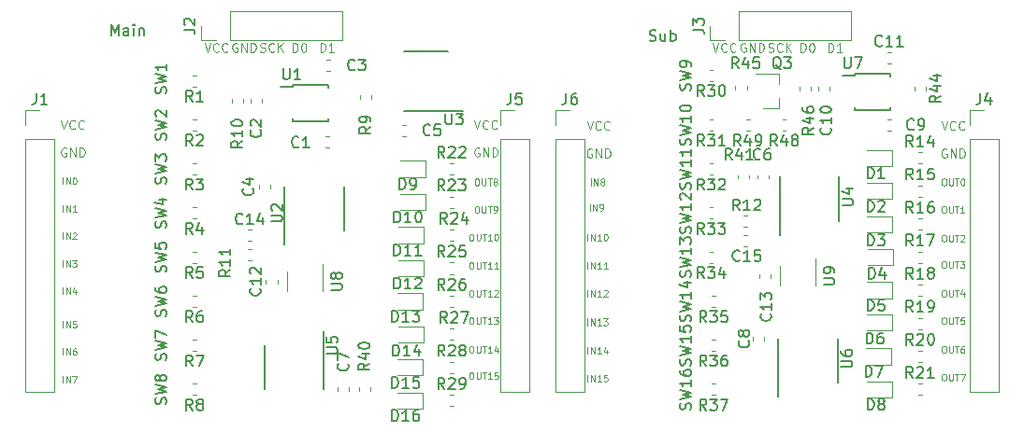
<source format=gto>
G04 #@! TF.GenerationSoftware,KiCad,Pcbnew,(5.1.2)-1*
G04 #@! TF.CreationDate,2025-05-14T22:38:20+09:00*
G04 #@! TF.ProjectId,ShiftRegRemoteIO,53686966-7452-4656-9752-656d6f746549,v1.2*
G04 #@! TF.SameCoordinates,Original*
G04 #@! TF.FileFunction,Legend,Top*
G04 #@! TF.FilePolarity,Positive*
%FSLAX46Y46*%
G04 Gerber Fmt 4.6, Leading zero omitted, Abs format (unit mm)*
G04 Created by KiCad (PCBNEW (5.1.2)-1) date 2025-05-14 22:38:20*
%MOMM*%
%LPD*%
G04 APERTURE LIST*
%ADD10C,0.150000*%
%ADD11C,0.120000*%
%ADD12C,0.100000*%
%ADD13C,0.977000*%
%ADD14R,0.752000X1.162000*%
%ADD15R,1.202000X0.502000*%
%ADD16R,1.002000X0.902000*%
%ADD17O,1.802000X1.802000*%
%ADD18R,1.802000X1.802000*%
%ADD19C,3.302000*%
%ADD20R,0.502000X1.302000*%
%ADD21R,1.152000X0.752000*%
%ADD22R,1.302000X0.502000*%
G04 APERTURE END LIST*
D10*
X155209523Y-95324761D02*
X155352380Y-95372380D01*
X155590476Y-95372380D01*
X155685714Y-95324761D01*
X155733333Y-95277142D01*
X155780952Y-95181904D01*
X155780952Y-95086666D01*
X155733333Y-94991428D01*
X155685714Y-94943809D01*
X155590476Y-94896190D01*
X155400000Y-94848571D01*
X155304761Y-94800952D01*
X155257142Y-94753333D01*
X155209523Y-94658095D01*
X155209523Y-94562857D01*
X155257142Y-94467619D01*
X155304761Y-94420000D01*
X155400000Y-94372380D01*
X155638095Y-94372380D01*
X155780952Y-94420000D01*
X156638095Y-94705714D02*
X156638095Y-95372380D01*
X156209523Y-94705714D02*
X156209523Y-95229523D01*
X156257142Y-95324761D01*
X156352380Y-95372380D01*
X156495238Y-95372380D01*
X156590476Y-95324761D01*
X156638095Y-95277142D01*
X157114285Y-95372380D02*
X157114285Y-94372380D01*
X157114285Y-94753333D02*
X157209523Y-94705714D01*
X157400000Y-94705714D01*
X157495238Y-94753333D01*
X157542857Y-94800952D01*
X157590476Y-94896190D01*
X157590476Y-95181904D01*
X157542857Y-95277142D01*
X157495238Y-95324761D01*
X157400000Y-95372380D01*
X157209523Y-95372380D01*
X157114285Y-95324761D01*
X106463809Y-94882380D02*
X106463809Y-93882380D01*
X106797142Y-94596666D01*
X107130476Y-93882380D01*
X107130476Y-94882380D01*
X108035238Y-94882380D02*
X108035238Y-94358571D01*
X107987619Y-94263333D01*
X107892380Y-94215714D01*
X107701904Y-94215714D01*
X107606666Y-94263333D01*
X108035238Y-94834761D02*
X107940000Y-94882380D01*
X107701904Y-94882380D01*
X107606666Y-94834761D01*
X107559047Y-94739523D01*
X107559047Y-94644285D01*
X107606666Y-94549047D01*
X107701904Y-94501428D01*
X107940000Y-94501428D01*
X108035238Y-94453809D01*
X108511428Y-94882380D02*
X108511428Y-94215714D01*
X108511428Y-93882380D02*
X108463809Y-93930000D01*
X108511428Y-93977619D01*
X108559047Y-93930000D01*
X108511428Y-93882380D01*
X108511428Y-93977619D01*
X108987619Y-94215714D02*
X108987619Y-94882380D01*
X108987619Y-94310952D02*
X109035238Y-94263333D01*
X109130476Y-94215714D01*
X109273333Y-94215714D01*
X109368571Y-94263333D01*
X109416190Y-94358571D01*
X109416190Y-94882380D01*
D11*
X181814285Y-125571428D02*
X181928571Y-125571428D01*
X181985714Y-125600000D01*
X182042857Y-125657142D01*
X182071428Y-125771428D01*
X182071428Y-125971428D01*
X182042857Y-126085714D01*
X181985714Y-126142857D01*
X181928571Y-126171428D01*
X181814285Y-126171428D01*
X181757142Y-126142857D01*
X181700000Y-126085714D01*
X181671428Y-125971428D01*
X181671428Y-125771428D01*
X181700000Y-125657142D01*
X181757142Y-125600000D01*
X181814285Y-125571428D01*
X182328571Y-125571428D02*
X182328571Y-126057142D01*
X182357142Y-126114285D01*
X182385714Y-126142857D01*
X182442857Y-126171428D01*
X182557142Y-126171428D01*
X182614285Y-126142857D01*
X182642857Y-126114285D01*
X182671428Y-126057142D01*
X182671428Y-125571428D01*
X182871428Y-125571428D02*
X183214285Y-125571428D01*
X183042857Y-126171428D02*
X183042857Y-125571428D01*
X183357142Y-125571428D02*
X183757142Y-125571428D01*
X183500000Y-126171428D01*
X181814285Y-123071428D02*
X181928571Y-123071428D01*
X181985714Y-123100000D01*
X182042857Y-123157142D01*
X182071428Y-123271428D01*
X182071428Y-123471428D01*
X182042857Y-123585714D01*
X181985714Y-123642857D01*
X181928571Y-123671428D01*
X181814285Y-123671428D01*
X181757142Y-123642857D01*
X181700000Y-123585714D01*
X181671428Y-123471428D01*
X181671428Y-123271428D01*
X181700000Y-123157142D01*
X181757142Y-123100000D01*
X181814285Y-123071428D01*
X182328571Y-123071428D02*
X182328571Y-123557142D01*
X182357142Y-123614285D01*
X182385714Y-123642857D01*
X182442857Y-123671428D01*
X182557142Y-123671428D01*
X182614285Y-123642857D01*
X182642857Y-123614285D01*
X182671428Y-123557142D01*
X182671428Y-123071428D01*
X182871428Y-123071428D02*
X183214285Y-123071428D01*
X183042857Y-123671428D02*
X183042857Y-123071428D01*
X183671428Y-123071428D02*
X183557142Y-123071428D01*
X183500000Y-123100000D01*
X183471428Y-123128571D01*
X183414285Y-123214285D01*
X183385714Y-123328571D01*
X183385714Y-123557142D01*
X183414285Y-123614285D01*
X183442857Y-123642857D01*
X183500000Y-123671428D01*
X183614285Y-123671428D01*
X183671428Y-123642857D01*
X183700000Y-123614285D01*
X183728571Y-123557142D01*
X183728571Y-123414285D01*
X183700000Y-123357142D01*
X183671428Y-123328571D01*
X183614285Y-123300000D01*
X183500000Y-123300000D01*
X183442857Y-123328571D01*
X183414285Y-123357142D01*
X183385714Y-123414285D01*
X181814285Y-120471428D02*
X181928571Y-120471428D01*
X181985714Y-120500000D01*
X182042857Y-120557142D01*
X182071428Y-120671428D01*
X182071428Y-120871428D01*
X182042857Y-120985714D01*
X181985714Y-121042857D01*
X181928571Y-121071428D01*
X181814285Y-121071428D01*
X181757142Y-121042857D01*
X181700000Y-120985714D01*
X181671428Y-120871428D01*
X181671428Y-120671428D01*
X181700000Y-120557142D01*
X181757142Y-120500000D01*
X181814285Y-120471428D01*
X182328571Y-120471428D02*
X182328571Y-120957142D01*
X182357142Y-121014285D01*
X182385714Y-121042857D01*
X182442857Y-121071428D01*
X182557142Y-121071428D01*
X182614285Y-121042857D01*
X182642857Y-121014285D01*
X182671428Y-120957142D01*
X182671428Y-120471428D01*
X182871428Y-120471428D02*
X183214285Y-120471428D01*
X183042857Y-121071428D02*
X183042857Y-120471428D01*
X183700000Y-120471428D02*
X183414285Y-120471428D01*
X183385714Y-120757142D01*
X183414285Y-120728571D01*
X183471428Y-120700000D01*
X183614285Y-120700000D01*
X183671428Y-120728571D01*
X183700000Y-120757142D01*
X183728571Y-120814285D01*
X183728571Y-120957142D01*
X183700000Y-121014285D01*
X183671428Y-121042857D01*
X183614285Y-121071428D01*
X183471428Y-121071428D01*
X183414285Y-121042857D01*
X183385714Y-121014285D01*
X181814285Y-117971428D02*
X181928571Y-117971428D01*
X181985714Y-118000000D01*
X182042857Y-118057142D01*
X182071428Y-118171428D01*
X182071428Y-118371428D01*
X182042857Y-118485714D01*
X181985714Y-118542857D01*
X181928571Y-118571428D01*
X181814285Y-118571428D01*
X181757142Y-118542857D01*
X181700000Y-118485714D01*
X181671428Y-118371428D01*
X181671428Y-118171428D01*
X181700000Y-118057142D01*
X181757142Y-118000000D01*
X181814285Y-117971428D01*
X182328571Y-117971428D02*
X182328571Y-118457142D01*
X182357142Y-118514285D01*
X182385714Y-118542857D01*
X182442857Y-118571428D01*
X182557142Y-118571428D01*
X182614285Y-118542857D01*
X182642857Y-118514285D01*
X182671428Y-118457142D01*
X182671428Y-117971428D01*
X182871428Y-117971428D02*
X183214285Y-117971428D01*
X183042857Y-118571428D02*
X183042857Y-117971428D01*
X183671428Y-118171428D02*
X183671428Y-118571428D01*
X183528571Y-117942857D02*
X183385714Y-118371428D01*
X183757142Y-118371428D01*
X181814285Y-115371428D02*
X181928571Y-115371428D01*
X181985714Y-115400000D01*
X182042857Y-115457142D01*
X182071428Y-115571428D01*
X182071428Y-115771428D01*
X182042857Y-115885714D01*
X181985714Y-115942857D01*
X181928571Y-115971428D01*
X181814285Y-115971428D01*
X181757142Y-115942857D01*
X181700000Y-115885714D01*
X181671428Y-115771428D01*
X181671428Y-115571428D01*
X181700000Y-115457142D01*
X181757142Y-115400000D01*
X181814285Y-115371428D01*
X182328571Y-115371428D02*
X182328571Y-115857142D01*
X182357142Y-115914285D01*
X182385714Y-115942857D01*
X182442857Y-115971428D01*
X182557142Y-115971428D01*
X182614285Y-115942857D01*
X182642857Y-115914285D01*
X182671428Y-115857142D01*
X182671428Y-115371428D01*
X182871428Y-115371428D02*
X183214285Y-115371428D01*
X183042857Y-115971428D02*
X183042857Y-115371428D01*
X183357142Y-115371428D02*
X183728571Y-115371428D01*
X183528571Y-115600000D01*
X183614285Y-115600000D01*
X183671428Y-115628571D01*
X183700000Y-115657142D01*
X183728571Y-115714285D01*
X183728571Y-115857142D01*
X183700000Y-115914285D01*
X183671428Y-115942857D01*
X183614285Y-115971428D01*
X183442857Y-115971428D01*
X183385714Y-115942857D01*
X183357142Y-115914285D01*
X181814285Y-112971428D02*
X181928571Y-112971428D01*
X181985714Y-113000000D01*
X182042857Y-113057142D01*
X182071428Y-113171428D01*
X182071428Y-113371428D01*
X182042857Y-113485714D01*
X181985714Y-113542857D01*
X181928571Y-113571428D01*
X181814285Y-113571428D01*
X181757142Y-113542857D01*
X181700000Y-113485714D01*
X181671428Y-113371428D01*
X181671428Y-113171428D01*
X181700000Y-113057142D01*
X181757142Y-113000000D01*
X181814285Y-112971428D01*
X182328571Y-112971428D02*
X182328571Y-113457142D01*
X182357142Y-113514285D01*
X182385714Y-113542857D01*
X182442857Y-113571428D01*
X182557142Y-113571428D01*
X182614285Y-113542857D01*
X182642857Y-113514285D01*
X182671428Y-113457142D01*
X182671428Y-112971428D01*
X182871428Y-112971428D02*
X183214285Y-112971428D01*
X183042857Y-113571428D02*
X183042857Y-112971428D01*
X183385714Y-113028571D02*
X183414285Y-113000000D01*
X183471428Y-112971428D01*
X183614285Y-112971428D01*
X183671428Y-113000000D01*
X183700000Y-113028571D01*
X183728571Y-113085714D01*
X183728571Y-113142857D01*
X183700000Y-113228571D01*
X183357142Y-113571428D01*
X183728571Y-113571428D01*
X181814285Y-110371428D02*
X181928571Y-110371428D01*
X181985714Y-110400000D01*
X182042857Y-110457142D01*
X182071428Y-110571428D01*
X182071428Y-110771428D01*
X182042857Y-110885714D01*
X181985714Y-110942857D01*
X181928571Y-110971428D01*
X181814285Y-110971428D01*
X181757142Y-110942857D01*
X181700000Y-110885714D01*
X181671428Y-110771428D01*
X181671428Y-110571428D01*
X181700000Y-110457142D01*
X181757142Y-110400000D01*
X181814285Y-110371428D01*
X182328571Y-110371428D02*
X182328571Y-110857142D01*
X182357142Y-110914285D01*
X182385714Y-110942857D01*
X182442857Y-110971428D01*
X182557142Y-110971428D01*
X182614285Y-110942857D01*
X182642857Y-110914285D01*
X182671428Y-110857142D01*
X182671428Y-110371428D01*
X182871428Y-110371428D02*
X183214285Y-110371428D01*
X183042857Y-110971428D02*
X183042857Y-110371428D01*
X183728571Y-110971428D02*
X183385714Y-110971428D01*
X183557142Y-110971428D02*
X183557142Y-110371428D01*
X183500000Y-110457142D01*
X183442857Y-110514285D01*
X183385714Y-110542857D01*
X181814285Y-107871428D02*
X181928571Y-107871428D01*
X181985714Y-107900000D01*
X182042857Y-107957142D01*
X182071428Y-108071428D01*
X182071428Y-108271428D01*
X182042857Y-108385714D01*
X181985714Y-108442857D01*
X181928571Y-108471428D01*
X181814285Y-108471428D01*
X181757142Y-108442857D01*
X181700000Y-108385714D01*
X181671428Y-108271428D01*
X181671428Y-108071428D01*
X181700000Y-107957142D01*
X181757142Y-107900000D01*
X181814285Y-107871428D01*
X182328571Y-107871428D02*
X182328571Y-108357142D01*
X182357142Y-108414285D01*
X182385714Y-108442857D01*
X182442857Y-108471428D01*
X182557142Y-108471428D01*
X182614285Y-108442857D01*
X182642857Y-108414285D01*
X182671428Y-108357142D01*
X182671428Y-107871428D01*
X182871428Y-107871428D02*
X183214285Y-107871428D01*
X183042857Y-108471428D02*
X183042857Y-107871428D01*
X183528571Y-107871428D02*
X183585714Y-107871428D01*
X183642857Y-107900000D01*
X183671428Y-107928571D01*
X183700000Y-107985714D01*
X183728571Y-108100000D01*
X183728571Y-108242857D01*
X183700000Y-108357142D01*
X183671428Y-108414285D01*
X183642857Y-108442857D01*
X183585714Y-108471428D01*
X183528571Y-108471428D01*
X183471428Y-108442857D01*
X183442857Y-108414285D01*
X183414285Y-108357142D01*
X183385714Y-108242857D01*
X183385714Y-108100000D01*
X183414285Y-107985714D01*
X183442857Y-107928571D01*
X183471428Y-107900000D01*
X183528571Y-107871428D01*
X181633333Y-102661904D02*
X181900000Y-103461904D01*
X182166666Y-102661904D01*
X182890476Y-103385714D02*
X182852380Y-103423809D01*
X182738095Y-103461904D01*
X182661904Y-103461904D01*
X182547619Y-103423809D01*
X182471428Y-103347619D01*
X182433333Y-103271428D01*
X182395238Y-103119047D01*
X182395238Y-103004761D01*
X182433333Y-102852380D01*
X182471428Y-102776190D01*
X182547619Y-102700000D01*
X182661904Y-102661904D01*
X182738095Y-102661904D01*
X182852380Y-102700000D01*
X182890476Y-102738095D01*
X183690476Y-103385714D02*
X183652380Y-103423809D01*
X183538095Y-103461904D01*
X183461904Y-103461904D01*
X183347619Y-103423809D01*
X183271428Y-103347619D01*
X183233333Y-103271428D01*
X183195238Y-103119047D01*
X183195238Y-103004761D01*
X183233333Y-102852380D01*
X183271428Y-102776190D01*
X183347619Y-102700000D01*
X183461904Y-102661904D01*
X183538095Y-102661904D01*
X183652380Y-102700000D01*
X183690476Y-102738095D01*
X182090476Y-105200000D02*
X182014285Y-105161904D01*
X181900000Y-105161904D01*
X181785714Y-105200000D01*
X181709523Y-105276190D01*
X181671428Y-105352380D01*
X181633333Y-105504761D01*
X181633333Y-105619047D01*
X181671428Y-105771428D01*
X181709523Y-105847619D01*
X181785714Y-105923809D01*
X181900000Y-105961904D01*
X181976190Y-105961904D01*
X182090476Y-105923809D01*
X182128571Y-105885714D01*
X182128571Y-105619047D01*
X181976190Y-105619047D01*
X182471428Y-105961904D02*
X182471428Y-105161904D01*
X182928571Y-105961904D01*
X182928571Y-105161904D01*
X183309523Y-105961904D02*
X183309523Y-105161904D01*
X183500000Y-105161904D01*
X183614285Y-105200000D01*
X183690476Y-105276190D01*
X183728571Y-105352380D01*
X183766666Y-105504761D01*
X183766666Y-105619047D01*
X183728571Y-105771428D01*
X183690476Y-105847619D01*
X183614285Y-105923809D01*
X183500000Y-105961904D01*
X183309523Y-105961904D01*
X149614285Y-126271428D02*
X149614285Y-125671428D01*
X149900000Y-126271428D02*
X149900000Y-125671428D01*
X150242857Y-126271428D01*
X150242857Y-125671428D01*
X150842857Y-126271428D02*
X150500000Y-126271428D01*
X150671428Y-126271428D02*
X150671428Y-125671428D01*
X150614285Y-125757142D01*
X150557142Y-125814285D01*
X150500000Y-125842857D01*
X151385714Y-125671428D02*
X151100000Y-125671428D01*
X151071428Y-125957142D01*
X151100000Y-125928571D01*
X151157142Y-125900000D01*
X151300000Y-125900000D01*
X151357142Y-125928571D01*
X151385714Y-125957142D01*
X151414285Y-126014285D01*
X151414285Y-126157142D01*
X151385714Y-126214285D01*
X151357142Y-126242857D01*
X151300000Y-126271428D01*
X151157142Y-126271428D01*
X151100000Y-126242857D01*
X151071428Y-126214285D01*
X149614285Y-123771428D02*
X149614285Y-123171428D01*
X149900000Y-123771428D02*
X149900000Y-123171428D01*
X150242857Y-123771428D01*
X150242857Y-123171428D01*
X150842857Y-123771428D02*
X150500000Y-123771428D01*
X150671428Y-123771428D02*
X150671428Y-123171428D01*
X150614285Y-123257142D01*
X150557142Y-123314285D01*
X150500000Y-123342857D01*
X151357142Y-123371428D02*
X151357142Y-123771428D01*
X151214285Y-123142857D02*
X151071428Y-123571428D01*
X151442857Y-123571428D01*
X149614285Y-121171428D02*
X149614285Y-120571428D01*
X149900000Y-121171428D02*
X149900000Y-120571428D01*
X150242857Y-121171428D01*
X150242857Y-120571428D01*
X150842857Y-121171428D02*
X150500000Y-121171428D01*
X150671428Y-121171428D02*
X150671428Y-120571428D01*
X150614285Y-120657142D01*
X150557142Y-120714285D01*
X150500000Y-120742857D01*
X151042857Y-120571428D02*
X151414285Y-120571428D01*
X151214285Y-120800000D01*
X151300000Y-120800000D01*
X151357142Y-120828571D01*
X151385714Y-120857142D01*
X151414285Y-120914285D01*
X151414285Y-121057142D01*
X151385714Y-121114285D01*
X151357142Y-121142857D01*
X151300000Y-121171428D01*
X151128571Y-121171428D01*
X151071428Y-121142857D01*
X151042857Y-121114285D01*
X149614285Y-118571428D02*
X149614285Y-117971428D01*
X149900000Y-118571428D02*
X149900000Y-117971428D01*
X150242857Y-118571428D01*
X150242857Y-117971428D01*
X150842857Y-118571428D02*
X150500000Y-118571428D01*
X150671428Y-118571428D02*
X150671428Y-117971428D01*
X150614285Y-118057142D01*
X150557142Y-118114285D01*
X150500000Y-118142857D01*
X151071428Y-118028571D02*
X151100000Y-118000000D01*
X151157142Y-117971428D01*
X151300000Y-117971428D01*
X151357142Y-118000000D01*
X151385714Y-118028571D01*
X151414285Y-118085714D01*
X151414285Y-118142857D01*
X151385714Y-118228571D01*
X151042857Y-118571428D01*
X151414285Y-118571428D01*
X149614285Y-116071428D02*
X149614285Y-115471428D01*
X149900000Y-116071428D02*
X149900000Y-115471428D01*
X150242857Y-116071428D01*
X150242857Y-115471428D01*
X150842857Y-116071428D02*
X150500000Y-116071428D01*
X150671428Y-116071428D02*
X150671428Y-115471428D01*
X150614285Y-115557142D01*
X150557142Y-115614285D01*
X150500000Y-115642857D01*
X151414285Y-116071428D02*
X151071428Y-116071428D01*
X151242857Y-116071428D02*
X151242857Y-115471428D01*
X151185714Y-115557142D01*
X151128571Y-115614285D01*
X151071428Y-115642857D01*
X149614285Y-113471428D02*
X149614285Y-112871428D01*
X149900000Y-113471428D02*
X149900000Y-112871428D01*
X150242857Y-113471428D01*
X150242857Y-112871428D01*
X150842857Y-113471428D02*
X150500000Y-113471428D01*
X150671428Y-113471428D02*
X150671428Y-112871428D01*
X150614285Y-112957142D01*
X150557142Y-113014285D01*
X150500000Y-113042857D01*
X151214285Y-112871428D02*
X151271428Y-112871428D01*
X151328571Y-112900000D01*
X151357142Y-112928571D01*
X151385714Y-112985714D01*
X151414285Y-113100000D01*
X151414285Y-113242857D01*
X151385714Y-113357142D01*
X151357142Y-113414285D01*
X151328571Y-113442857D01*
X151271428Y-113471428D01*
X151214285Y-113471428D01*
X151157142Y-113442857D01*
X151128571Y-113414285D01*
X151100000Y-113357142D01*
X151071428Y-113242857D01*
X151071428Y-113100000D01*
X151100000Y-112985714D01*
X151128571Y-112928571D01*
X151157142Y-112900000D01*
X151214285Y-112871428D01*
X149800000Y-110771428D02*
X149800000Y-110171428D01*
X150085714Y-110771428D02*
X150085714Y-110171428D01*
X150428571Y-110771428D01*
X150428571Y-110171428D01*
X150742857Y-110771428D02*
X150857142Y-110771428D01*
X150914285Y-110742857D01*
X150942857Y-110714285D01*
X151000000Y-110628571D01*
X151028571Y-110514285D01*
X151028571Y-110285714D01*
X151000000Y-110228571D01*
X150971428Y-110200000D01*
X150914285Y-110171428D01*
X150800000Y-110171428D01*
X150742857Y-110200000D01*
X150714285Y-110228571D01*
X150685714Y-110285714D01*
X150685714Y-110428571D01*
X150714285Y-110485714D01*
X150742857Y-110514285D01*
X150800000Y-110542857D01*
X150914285Y-110542857D01*
X150971428Y-110514285D01*
X151000000Y-110485714D01*
X151028571Y-110428571D01*
X149900000Y-108471428D02*
X149900000Y-107871428D01*
X150185714Y-108471428D02*
X150185714Y-107871428D01*
X150528571Y-108471428D01*
X150528571Y-107871428D01*
X150900000Y-108128571D02*
X150842857Y-108100000D01*
X150814285Y-108071428D01*
X150785714Y-108014285D01*
X150785714Y-107985714D01*
X150814285Y-107928571D01*
X150842857Y-107900000D01*
X150900000Y-107871428D01*
X151014285Y-107871428D01*
X151071428Y-107900000D01*
X151100000Y-107928571D01*
X151128571Y-107985714D01*
X151128571Y-108014285D01*
X151100000Y-108071428D01*
X151071428Y-108100000D01*
X151014285Y-108128571D01*
X150900000Y-108128571D01*
X150842857Y-108157142D01*
X150814285Y-108185714D01*
X150785714Y-108242857D01*
X150785714Y-108357142D01*
X150814285Y-108414285D01*
X150842857Y-108442857D01*
X150900000Y-108471428D01*
X151014285Y-108471428D01*
X151071428Y-108442857D01*
X151100000Y-108414285D01*
X151128571Y-108357142D01*
X151128571Y-108242857D01*
X151100000Y-108185714D01*
X151071428Y-108157142D01*
X151014285Y-108128571D01*
X149990476Y-105200000D02*
X149914285Y-105161904D01*
X149800000Y-105161904D01*
X149685714Y-105200000D01*
X149609523Y-105276190D01*
X149571428Y-105352380D01*
X149533333Y-105504761D01*
X149533333Y-105619047D01*
X149571428Y-105771428D01*
X149609523Y-105847619D01*
X149685714Y-105923809D01*
X149800000Y-105961904D01*
X149876190Y-105961904D01*
X149990476Y-105923809D01*
X150028571Y-105885714D01*
X150028571Y-105619047D01*
X149876190Y-105619047D01*
X150371428Y-105961904D02*
X150371428Y-105161904D01*
X150828571Y-105961904D01*
X150828571Y-105161904D01*
X151209523Y-105961904D02*
X151209523Y-105161904D01*
X151400000Y-105161904D01*
X151514285Y-105200000D01*
X151590476Y-105276190D01*
X151628571Y-105352380D01*
X151666666Y-105504761D01*
X151666666Y-105619047D01*
X151628571Y-105771428D01*
X151590476Y-105847619D01*
X151514285Y-105923809D01*
X151400000Y-105961904D01*
X151209523Y-105961904D01*
X149533333Y-102661904D02*
X149800000Y-103461904D01*
X150066666Y-102661904D01*
X150790476Y-103385714D02*
X150752380Y-103423809D01*
X150638095Y-103461904D01*
X150561904Y-103461904D01*
X150447619Y-103423809D01*
X150371428Y-103347619D01*
X150333333Y-103271428D01*
X150295238Y-103119047D01*
X150295238Y-103004761D01*
X150333333Y-102852380D01*
X150371428Y-102776190D01*
X150447619Y-102700000D01*
X150561904Y-102661904D01*
X150638095Y-102661904D01*
X150752380Y-102700000D01*
X150790476Y-102738095D01*
X151590476Y-103385714D02*
X151552380Y-103423809D01*
X151438095Y-103461904D01*
X151361904Y-103461904D01*
X151247619Y-103423809D01*
X151171428Y-103347619D01*
X151133333Y-103271428D01*
X151095238Y-103119047D01*
X151095238Y-103004761D01*
X151133333Y-102852380D01*
X151171428Y-102776190D01*
X151247619Y-102700000D01*
X151361904Y-102661904D01*
X151438095Y-102661904D01*
X151552380Y-102700000D01*
X151590476Y-102738095D01*
X139028571Y-125471428D02*
X139142857Y-125471428D01*
X139200000Y-125500000D01*
X139257142Y-125557142D01*
X139285714Y-125671428D01*
X139285714Y-125871428D01*
X139257142Y-125985714D01*
X139200000Y-126042857D01*
X139142857Y-126071428D01*
X139028571Y-126071428D01*
X138971428Y-126042857D01*
X138914285Y-125985714D01*
X138885714Y-125871428D01*
X138885714Y-125671428D01*
X138914285Y-125557142D01*
X138971428Y-125500000D01*
X139028571Y-125471428D01*
X139542857Y-125471428D02*
X139542857Y-125957142D01*
X139571428Y-126014285D01*
X139600000Y-126042857D01*
X139657142Y-126071428D01*
X139771428Y-126071428D01*
X139828571Y-126042857D01*
X139857142Y-126014285D01*
X139885714Y-125957142D01*
X139885714Y-125471428D01*
X140085714Y-125471428D02*
X140428571Y-125471428D01*
X140257142Y-126071428D02*
X140257142Y-125471428D01*
X140942857Y-126071428D02*
X140600000Y-126071428D01*
X140771428Y-126071428D02*
X140771428Y-125471428D01*
X140714285Y-125557142D01*
X140657142Y-125614285D01*
X140600000Y-125642857D01*
X141485714Y-125471428D02*
X141200000Y-125471428D01*
X141171428Y-125757142D01*
X141200000Y-125728571D01*
X141257142Y-125700000D01*
X141400000Y-125700000D01*
X141457142Y-125728571D01*
X141485714Y-125757142D01*
X141514285Y-125814285D01*
X141514285Y-125957142D01*
X141485714Y-126014285D01*
X141457142Y-126042857D01*
X141400000Y-126071428D01*
X141257142Y-126071428D01*
X141200000Y-126042857D01*
X141171428Y-126014285D01*
X139028571Y-123071428D02*
X139142857Y-123071428D01*
X139200000Y-123100000D01*
X139257142Y-123157142D01*
X139285714Y-123271428D01*
X139285714Y-123471428D01*
X139257142Y-123585714D01*
X139200000Y-123642857D01*
X139142857Y-123671428D01*
X139028571Y-123671428D01*
X138971428Y-123642857D01*
X138914285Y-123585714D01*
X138885714Y-123471428D01*
X138885714Y-123271428D01*
X138914285Y-123157142D01*
X138971428Y-123100000D01*
X139028571Y-123071428D01*
X139542857Y-123071428D02*
X139542857Y-123557142D01*
X139571428Y-123614285D01*
X139600000Y-123642857D01*
X139657142Y-123671428D01*
X139771428Y-123671428D01*
X139828571Y-123642857D01*
X139857142Y-123614285D01*
X139885714Y-123557142D01*
X139885714Y-123071428D01*
X140085714Y-123071428D02*
X140428571Y-123071428D01*
X140257142Y-123671428D02*
X140257142Y-123071428D01*
X140942857Y-123671428D02*
X140600000Y-123671428D01*
X140771428Y-123671428D02*
X140771428Y-123071428D01*
X140714285Y-123157142D01*
X140657142Y-123214285D01*
X140600000Y-123242857D01*
X141457142Y-123271428D02*
X141457142Y-123671428D01*
X141314285Y-123042857D02*
X141171428Y-123471428D01*
X141542857Y-123471428D01*
X139028571Y-120471428D02*
X139142857Y-120471428D01*
X139200000Y-120500000D01*
X139257142Y-120557142D01*
X139285714Y-120671428D01*
X139285714Y-120871428D01*
X139257142Y-120985714D01*
X139200000Y-121042857D01*
X139142857Y-121071428D01*
X139028571Y-121071428D01*
X138971428Y-121042857D01*
X138914285Y-120985714D01*
X138885714Y-120871428D01*
X138885714Y-120671428D01*
X138914285Y-120557142D01*
X138971428Y-120500000D01*
X139028571Y-120471428D01*
X139542857Y-120471428D02*
X139542857Y-120957142D01*
X139571428Y-121014285D01*
X139600000Y-121042857D01*
X139657142Y-121071428D01*
X139771428Y-121071428D01*
X139828571Y-121042857D01*
X139857142Y-121014285D01*
X139885714Y-120957142D01*
X139885714Y-120471428D01*
X140085714Y-120471428D02*
X140428571Y-120471428D01*
X140257142Y-121071428D02*
X140257142Y-120471428D01*
X140942857Y-121071428D02*
X140600000Y-121071428D01*
X140771428Y-121071428D02*
X140771428Y-120471428D01*
X140714285Y-120557142D01*
X140657142Y-120614285D01*
X140600000Y-120642857D01*
X141142857Y-120471428D02*
X141514285Y-120471428D01*
X141314285Y-120700000D01*
X141400000Y-120700000D01*
X141457142Y-120728571D01*
X141485714Y-120757142D01*
X141514285Y-120814285D01*
X141514285Y-120957142D01*
X141485714Y-121014285D01*
X141457142Y-121042857D01*
X141400000Y-121071428D01*
X141228571Y-121071428D01*
X141171428Y-121042857D01*
X141142857Y-121014285D01*
X139028571Y-117971428D02*
X139142857Y-117971428D01*
X139200000Y-118000000D01*
X139257142Y-118057142D01*
X139285714Y-118171428D01*
X139285714Y-118371428D01*
X139257142Y-118485714D01*
X139200000Y-118542857D01*
X139142857Y-118571428D01*
X139028571Y-118571428D01*
X138971428Y-118542857D01*
X138914285Y-118485714D01*
X138885714Y-118371428D01*
X138885714Y-118171428D01*
X138914285Y-118057142D01*
X138971428Y-118000000D01*
X139028571Y-117971428D01*
X139542857Y-117971428D02*
X139542857Y-118457142D01*
X139571428Y-118514285D01*
X139600000Y-118542857D01*
X139657142Y-118571428D01*
X139771428Y-118571428D01*
X139828571Y-118542857D01*
X139857142Y-118514285D01*
X139885714Y-118457142D01*
X139885714Y-117971428D01*
X140085714Y-117971428D02*
X140428571Y-117971428D01*
X140257142Y-118571428D02*
X140257142Y-117971428D01*
X140942857Y-118571428D02*
X140600000Y-118571428D01*
X140771428Y-118571428D02*
X140771428Y-117971428D01*
X140714285Y-118057142D01*
X140657142Y-118114285D01*
X140600000Y-118142857D01*
X141171428Y-118028571D02*
X141200000Y-118000000D01*
X141257142Y-117971428D01*
X141400000Y-117971428D01*
X141457142Y-118000000D01*
X141485714Y-118028571D01*
X141514285Y-118085714D01*
X141514285Y-118142857D01*
X141485714Y-118228571D01*
X141142857Y-118571428D01*
X141514285Y-118571428D01*
X139028571Y-115471428D02*
X139142857Y-115471428D01*
X139200000Y-115500000D01*
X139257142Y-115557142D01*
X139285714Y-115671428D01*
X139285714Y-115871428D01*
X139257142Y-115985714D01*
X139200000Y-116042857D01*
X139142857Y-116071428D01*
X139028571Y-116071428D01*
X138971428Y-116042857D01*
X138914285Y-115985714D01*
X138885714Y-115871428D01*
X138885714Y-115671428D01*
X138914285Y-115557142D01*
X138971428Y-115500000D01*
X139028571Y-115471428D01*
X139542857Y-115471428D02*
X139542857Y-115957142D01*
X139571428Y-116014285D01*
X139600000Y-116042857D01*
X139657142Y-116071428D01*
X139771428Y-116071428D01*
X139828571Y-116042857D01*
X139857142Y-116014285D01*
X139885714Y-115957142D01*
X139885714Y-115471428D01*
X140085714Y-115471428D02*
X140428571Y-115471428D01*
X140257142Y-116071428D02*
X140257142Y-115471428D01*
X140942857Y-116071428D02*
X140600000Y-116071428D01*
X140771428Y-116071428D02*
X140771428Y-115471428D01*
X140714285Y-115557142D01*
X140657142Y-115614285D01*
X140600000Y-115642857D01*
X141514285Y-116071428D02*
X141171428Y-116071428D01*
X141342857Y-116071428D02*
X141342857Y-115471428D01*
X141285714Y-115557142D01*
X141228571Y-115614285D01*
X141171428Y-115642857D01*
X139028571Y-112871428D02*
X139142857Y-112871428D01*
X139200000Y-112900000D01*
X139257142Y-112957142D01*
X139285714Y-113071428D01*
X139285714Y-113271428D01*
X139257142Y-113385714D01*
X139200000Y-113442857D01*
X139142857Y-113471428D01*
X139028571Y-113471428D01*
X138971428Y-113442857D01*
X138914285Y-113385714D01*
X138885714Y-113271428D01*
X138885714Y-113071428D01*
X138914285Y-112957142D01*
X138971428Y-112900000D01*
X139028571Y-112871428D01*
X139542857Y-112871428D02*
X139542857Y-113357142D01*
X139571428Y-113414285D01*
X139600000Y-113442857D01*
X139657142Y-113471428D01*
X139771428Y-113471428D01*
X139828571Y-113442857D01*
X139857142Y-113414285D01*
X139885714Y-113357142D01*
X139885714Y-112871428D01*
X140085714Y-112871428D02*
X140428571Y-112871428D01*
X140257142Y-113471428D02*
X140257142Y-112871428D01*
X140942857Y-113471428D02*
X140600000Y-113471428D01*
X140771428Y-113471428D02*
X140771428Y-112871428D01*
X140714285Y-112957142D01*
X140657142Y-113014285D01*
X140600000Y-113042857D01*
X141314285Y-112871428D02*
X141371428Y-112871428D01*
X141428571Y-112900000D01*
X141457142Y-112928571D01*
X141485714Y-112985714D01*
X141514285Y-113100000D01*
X141514285Y-113242857D01*
X141485714Y-113357142D01*
X141457142Y-113414285D01*
X141428571Y-113442857D01*
X141371428Y-113471428D01*
X141314285Y-113471428D01*
X141257142Y-113442857D01*
X141228571Y-113414285D01*
X141200000Y-113357142D01*
X141171428Y-113242857D01*
X141171428Y-113100000D01*
X141200000Y-112985714D01*
X141228571Y-112928571D01*
X141257142Y-112900000D01*
X141314285Y-112871428D01*
X139514285Y-110371428D02*
X139628571Y-110371428D01*
X139685714Y-110400000D01*
X139742857Y-110457142D01*
X139771428Y-110571428D01*
X139771428Y-110771428D01*
X139742857Y-110885714D01*
X139685714Y-110942857D01*
X139628571Y-110971428D01*
X139514285Y-110971428D01*
X139457142Y-110942857D01*
X139400000Y-110885714D01*
X139371428Y-110771428D01*
X139371428Y-110571428D01*
X139400000Y-110457142D01*
X139457142Y-110400000D01*
X139514285Y-110371428D01*
X140028571Y-110371428D02*
X140028571Y-110857142D01*
X140057142Y-110914285D01*
X140085714Y-110942857D01*
X140142857Y-110971428D01*
X140257142Y-110971428D01*
X140314285Y-110942857D01*
X140342857Y-110914285D01*
X140371428Y-110857142D01*
X140371428Y-110371428D01*
X140571428Y-110371428D02*
X140914285Y-110371428D01*
X140742857Y-110971428D02*
X140742857Y-110371428D01*
X141142857Y-110971428D02*
X141257142Y-110971428D01*
X141314285Y-110942857D01*
X141342857Y-110914285D01*
X141400000Y-110828571D01*
X141428571Y-110714285D01*
X141428571Y-110485714D01*
X141400000Y-110428571D01*
X141371428Y-110400000D01*
X141314285Y-110371428D01*
X141200000Y-110371428D01*
X141142857Y-110400000D01*
X141114285Y-110428571D01*
X141085714Y-110485714D01*
X141085714Y-110628571D01*
X141114285Y-110685714D01*
X141142857Y-110714285D01*
X141200000Y-110742857D01*
X141314285Y-110742857D01*
X141371428Y-110714285D01*
X141400000Y-110685714D01*
X141428571Y-110628571D01*
X139514285Y-107871428D02*
X139628571Y-107871428D01*
X139685714Y-107900000D01*
X139742857Y-107957142D01*
X139771428Y-108071428D01*
X139771428Y-108271428D01*
X139742857Y-108385714D01*
X139685714Y-108442857D01*
X139628571Y-108471428D01*
X139514285Y-108471428D01*
X139457142Y-108442857D01*
X139400000Y-108385714D01*
X139371428Y-108271428D01*
X139371428Y-108071428D01*
X139400000Y-107957142D01*
X139457142Y-107900000D01*
X139514285Y-107871428D01*
X140028571Y-107871428D02*
X140028571Y-108357142D01*
X140057142Y-108414285D01*
X140085714Y-108442857D01*
X140142857Y-108471428D01*
X140257142Y-108471428D01*
X140314285Y-108442857D01*
X140342857Y-108414285D01*
X140371428Y-108357142D01*
X140371428Y-107871428D01*
X140571428Y-107871428D02*
X140914285Y-107871428D01*
X140742857Y-108471428D02*
X140742857Y-107871428D01*
X141200000Y-108128571D02*
X141142857Y-108100000D01*
X141114285Y-108071428D01*
X141085714Y-108014285D01*
X141085714Y-107985714D01*
X141114285Y-107928571D01*
X141142857Y-107900000D01*
X141200000Y-107871428D01*
X141314285Y-107871428D01*
X141371428Y-107900000D01*
X141400000Y-107928571D01*
X141428571Y-107985714D01*
X141428571Y-108014285D01*
X141400000Y-108071428D01*
X141371428Y-108100000D01*
X141314285Y-108128571D01*
X141200000Y-108128571D01*
X141142857Y-108157142D01*
X141114285Y-108185714D01*
X141085714Y-108242857D01*
X141085714Y-108357142D01*
X141114285Y-108414285D01*
X141142857Y-108442857D01*
X141200000Y-108471428D01*
X141314285Y-108471428D01*
X141371428Y-108442857D01*
X141400000Y-108414285D01*
X141428571Y-108357142D01*
X141428571Y-108242857D01*
X141400000Y-108185714D01*
X141371428Y-108157142D01*
X141314285Y-108128571D01*
X139790476Y-105100000D02*
X139714285Y-105061904D01*
X139600000Y-105061904D01*
X139485714Y-105100000D01*
X139409523Y-105176190D01*
X139371428Y-105252380D01*
X139333333Y-105404761D01*
X139333333Y-105519047D01*
X139371428Y-105671428D01*
X139409523Y-105747619D01*
X139485714Y-105823809D01*
X139600000Y-105861904D01*
X139676190Y-105861904D01*
X139790476Y-105823809D01*
X139828571Y-105785714D01*
X139828571Y-105519047D01*
X139676190Y-105519047D01*
X140171428Y-105861904D02*
X140171428Y-105061904D01*
X140628571Y-105861904D01*
X140628571Y-105061904D01*
X141009523Y-105861904D02*
X141009523Y-105061904D01*
X141200000Y-105061904D01*
X141314285Y-105100000D01*
X141390476Y-105176190D01*
X141428571Y-105252380D01*
X141466666Y-105404761D01*
X141466666Y-105519047D01*
X141428571Y-105671428D01*
X141390476Y-105747619D01*
X141314285Y-105823809D01*
X141200000Y-105861904D01*
X141009523Y-105861904D01*
X139333333Y-102561904D02*
X139600000Y-103361904D01*
X139866666Y-102561904D01*
X140590476Y-103285714D02*
X140552380Y-103323809D01*
X140438095Y-103361904D01*
X140361904Y-103361904D01*
X140247619Y-103323809D01*
X140171428Y-103247619D01*
X140133333Y-103171428D01*
X140095238Y-103019047D01*
X140095238Y-102904761D01*
X140133333Y-102752380D01*
X140171428Y-102676190D01*
X140247619Y-102600000D01*
X140361904Y-102561904D01*
X140438095Y-102561904D01*
X140552380Y-102600000D01*
X140590476Y-102638095D01*
X141390476Y-103285714D02*
X141352380Y-103323809D01*
X141238095Y-103361904D01*
X141161904Y-103361904D01*
X141047619Y-103323809D01*
X140971428Y-103247619D01*
X140933333Y-103171428D01*
X140895238Y-103019047D01*
X140895238Y-102904761D01*
X140933333Y-102752380D01*
X140971428Y-102676190D01*
X141047619Y-102600000D01*
X141161904Y-102561904D01*
X141238095Y-102561904D01*
X141352380Y-102600000D01*
X141390476Y-102638095D01*
X171409523Y-96361904D02*
X171409523Y-95561904D01*
X171600000Y-95561904D01*
X171714285Y-95600000D01*
X171790476Y-95676190D01*
X171828571Y-95752380D01*
X171866666Y-95904761D01*
X171866666Y-96019047D01*
X171828571Y-96171428D01*
X171790476Y-96247619D01*
X171714285Y-96323809D01*
X171600000Y-96361904D01*
X171409523Y-96361904D01*
X172628571Y-96361904D02*
X172171428Y-96361904D01*
X172400000Y-96361904D02*
X172400000Y-95561904D01*
X172323809Y-95676190D01*
X172247619Y-95752380D01*
X172171428Y-95790476D01*
X160933333Y-95561904D02*
X161200000Y-96361904D01*
X161466666Y-95561904D01*
X162190476Y-96285714D02*
X162152380Y-96323809D01*
X162038095Y-96361904D01*
X161961904Y-96361904D01*
X161847619Y-96323809D01*
X161771428Y-96247619D01*
X161733333Y-96171428D01*
X161695238Y-96019047D01*
X161695238Y-95904761D01*
X161733333Y-95752380D01*
X161771428Y-95676190D01*
X161847619Y-95600000D01*
X161961904Y-95561904D01*
X162038095Y-95561904D01*
X162152380Y-95600000D01*
X162190476Y-95638095D01*
X162990476Y-96285714D02*
X162952380Y-96323809D01*
X162838095Y-96361904D01*
X162761904Y-96361904D01*
X162647619Y-96323809D01*
X162571428Y-96247619D01*
X162533333Y-96171428D01*
X162495238Y-96019047D01*
X162495238Y-95904761D01*
X162533333Y-95752380D01*
X162571428Y-95676190D01*
X162647619Y-95600000D01*
X162761904Y-95561904D01*
X162838095Y-95561904D01*
X162952380Y-95600000D01*
X162990476Y-95638095D01*
X165971428Y-96323809D02*
X166085714Y-96361904D01*
X166276190Y-96361904D01*
X166352380Y-96323809D01*
X166390476Y-96285714D01*
X166428571Y-96209523D01*
X166428571Y-96133333D01*
X166390476Y-96057142D01*
X166352380Y-96019047D01*
X166276190Y-95980952D01*
X166123809Y-95942857D01*
X166047619Y-95904761D01*
X166009523Y-95866666D01*
X165971428Y-95790476D01*
X165971428Y-95714285D01*
X166009523Y-95638095D01*
X166047619Y-95600000D01*
X166123809Y-95561904D01*
X166314285Y-95561904D01*
X166428571Y-95600000D01*
X167228571Y-96285714D02*
X167190476Y-96323809D01*
X167076190Y-96361904D01*
X167000000Y-96361904D01*
X166885714Y-96323809D01*
X166809523Y-96247619D01*
X166771428Y-96171428D01*
X166733333Y-96019047D01*
X166733333Y-95904761D01*
X166771428Y-95752380D01*
X166809523Y-95676190D01*
X166885714Y-95600000D01*
X167000000Y-95561904D01*
X167076190Y-95561904D01*
X167190476Y-95600000D01*
X167228571Y-95638095D01*
X167571428Y-96361904D02*
X167571428Y-95561904D01*
X168028571Y-96361904D02*
X167685714Y-95904761D01*
X168028571Y-95561904D02*
X167571428Y-96019047D01*
X163890476Y-95600000D02*
X163814285Y-95561904D01*
X163700000Y-95561904D01*
X163585714Y-95600000D01*
X163509523Y-95676190D01*
X163471428Y-95752380D01*
X163433333Y-95904761D01*
X163433333Y-96019047D01*
X163471428Y-96171428D01*
X163509523Y-96247619D01*
X163585714Y-96323809D01*
X163700000Y-96361904D01*
X163776190Y-96361904D01*
X163890476Y-96323809D01*
X163928571Y-96285714D01*
X163928571Y-96019047D01*
X163776190Y-96019047D01*
X164271428Y-96361904D02*
X164271428Y-95561904D01*
X164728571Y-96361904D01*
X164728571Y-95561904D01*
X165109523Y-96361904D02*
X165109523Y-95561904D01*
X165300000Y-95561904D01*
X165414285Y-95600000D01*
X165490476Y-95676190D01*
X165528571Y-95752380D01*
X165566666Y-95904761D01*
X165566666Y-96019047D01*
X165528571Y-96171428D01*
X165490476Y-96247619D01*
X165414285Y-96323809D01*
X165300000Y-96361904D01*
X165109523Y-96361904D01*
X168909523Y-96361904D02*
X168909523Y-95561904D01*
X169100000Y-95561904D01*
X169214285Y-95600000D01*
X169290476Y-95676190D01*
X169328571Y-95752380D01*
X169366666Y-95904761D01*
X169366666Y-96019047D01*
X169328571Y-96171428D01*
X169290476Y-96247619D01*
X169214285Y-96323809D01*
X169100000Y-96361904D01*
X168909523Y-96361904D01*
X169861904Y-95561904D02*
X169938095Y-95561904D01*
X170014285Y-95600000D01*
X170052380Y-95638095D01*
X170090476Y-95714285D01*
X170128571Y-95866666D01*
X170128571Y-96057142D01*
X170090476Y-96209523D01*
X170052380Y-96285714D01*
X170014285Y-96323809D01*
X169938095Y-96361904D01*
X169861904Y-96361904D01*
X169785714Y-96323809D01*
X169747619Y-96285714D01*
X169709523Y-96209523D01*
X169671428Y-96057142D01*
X169671428Y-95866666D01*
X169709523Y-95714285D01*
X169747619Y-95638095D01*
X169785714Y-95600000D01*
X169861904Y-95561904D01*
X125409523Y-96361904D02*
X125409523Y-95561904D01*
X125600000Y-95561904D01*
X125714285Y-95600000D01*
X125790476Y-95676190D01*
X125828571Y-95752380D01*
X125866666Y-95904761D01*
X125866666Y-96019047D01*
X125828571Y-96171428D01*
X125790476Y-96247619D01*
X125714285Y-96323809D01*
X125600000Y-96361904D01*
X125409523Y-96361904D01*
X126628571Y-96361904D02*
X126171428Y-96361904D01*
X126400000Y-96361904D02*
X126400000Y-95561904D01*
X126323809Y-95676190D01*
X126247619Y-95752380D01*
X126171428Y-95790476D01*
X122909523Y-96361904D02*
X122909523Y-95561904D01*
X123100000Y-95561904D01*
X123214285Y-95600000D01*
X123290476Y-95676190D01*
X123328571Y-95752380D01*
X123366666Y-95904761D01*
X123366666Y-96019047D01*
X123328571Y-96171428D01*
X123290476Y-96247619D01*
X123214285Y-96323809D01*
X123100000Y-96361904D01*
X122909523Y-96361904D01*
X123861904Y-95561904D02*
X123938095Y-95561904D01*
X124014285Y-95600000D01*
X124052380Y-95638095D01*
X124090476Y-95714285D01*
X124128571Y-95866666D01*
X124128571Y-96057142D01*
X124090476Y-96209523D01*
X124052380Y-96285714D01*
X124014285Y-96323809D01*
X123938095Y-96361904D01*
X123861904Y-96361904D01*
X123785714Y-96323809D01*
X123747619Y-96285714D01*
X123709523Y-96209523D01*
X123671428Y-96057142D01*
X123671428Y-95866666D01*
X123709523Y-95714285D01*
X123747619Y-95638095D01*
X123785714Y-95600000D01*
X123861904Y-95561904D01*
X119971428Y-96323809D02*
X120085714Y-96361904D01*
X120276190Y-96361904D01*
X120352380Y-96323809D01*
X120390476Y-96285714D01*
X120428571Y-96209523D01*
X120428571Y-96133333D01*
X120390476Y-96057142D01*
X120352380Y-96019047D01*
X120276190Y-95980952D01*
X120123809Y-95942857D01*
X120047619Y-95904761D01*
X120009523Y-95866666D01*
X119971428Y-95790476D01*
X119971428Y-95714285D01*
X120009523Y-95638095D01*
X120047619Y-95600000D01*
X120123809Y-95561904D01*
X120314285Y-95561904D01*
X120428571Y-95600000D01*
X121228571Y-96285714D02*
X121190476Y-96323809D01*
X121076190Y-96361904D01*
X121000000Y-96361904D01*
X120885714Y-96323809D01*
X120809523Y-96247619D01*
X120771428Y-96171428D01*
X120733333Y-96019047D01*
X120733333Y-95904761D01*
X120771428Y-95752380D01*
X120809523Y-95676190D01*
X120885714Y-95600000D01*
X121000000Y-95561904D01*
X121076190Y-95561904D01*
X121190476Y-95600000D01*
X121228571Y-95638095D01*
X121571428Y-96361904D02*
X121571428Y-95561904D01*
X122028571Y-96361904D02*
X121685714Y-95904761D01*
X122028571Y-95561904D02*
X121571428Y-96019047D01*
X117890476Y-95600000D02*
X117814285Y-95561904D01*
X117700000Y-95561904D01*
X117585714Y-95600000D01*
X117509523Y-95676190D01*
X117471428Y-95752380D01*
X117433333Y-95904761D01*
X117433333Y-96019047D01*
X117471428Y-96171428D01*
X117509523Y-96247619D01*
X117585714Y-96323809D01*
X117700000Y-96361904D01*
X117776190Y-96361904D01*
X117890476Y-96323809D01*
X117928571Y-96285714D01*
X117928571Y-96019047D01*
X117776190Y-96019047D01*
X118271428Y-96361904D02*
X118271428Y-95561904D01*
X118728571Y-96361904D01*
X118728571Y-95561904D01*
X119109523Y-96361904D02*
X119109523Y-95561904D01*
X119300000Y-95561904D01*
X119414285Y-95600000D01*
X119490476Y-95676190D01*
X119528571Y-95752380D01*
X119566666Y-95904761D01*
X119566666Y-96019047D01*
X119528571Y-96171428D01*
X119490476Y-96247619D01*
X119414285Y-96323809D01*
X119300000Y-96361904D01*
X119109523Y-96361904D01*
X114933333Y-95561904D02*
X115200000Y-96361904D01*
X115466666Y-95561904D01*
X116190476Y-96285714D02*
X116152380Y-96323809D01*
X116038095Y-96361904D01*
X115961904Y-96361904D01*
X115847619Y-96323809D01*
X115771428Y-96247619D01*
X115733333Y-96171428D01*
X115695238Y-96019047D01*
X115695238Y-95904761D01*
X115733333Y-95752380D01*
X115771428Y-95676190D01*
X115847619Y-95600000D01*
X115961904Y-95561904D01*
X116038095Y-95561904D01*
X116152380Y-95600000D01*
X116190476Y-95638095D01*
X116990476Y-96285714D02*
X116952380Y-96323809D01*
X116838095Y-96361904D01*
X116761904Y-96361904D01*
X116647619Y-96323809D01*
X116571428Y-96247619D01*
X116533333Y-96171428D01*
X116495238Y-96019047D01*
X116495238Y-95904761D01*
X116533333Y-95752380D01*
X116571428Y-95676190D01*
X116647619Y-95600000D01*
X116761904Y-95561904D01*
X116838095Y-95561904D01*
X116952380Y-95600000D01*
X116990476Y-95638095D01*
X102100000Y-126371428D02*
X102100000Y-125771428D01*
X102385714Y-126371428D02*
X102385714Y-125771428D01*
X102728571Y-126371428D01*
X102728571Y-125771428D01*
X102957142Y-125771428D02*
X103357142Y-125771428D01*
X103100000Y-126371428D01*
X102100000Y-123871428D02*
X102100000Y-123271428D01*
X102385714Y-123871428D02*
X102385714Y-123271428D01*
X102728571Y-123871428D01*
X102728571Y-123271428D01*
X103271428Y-123271428D02*
X103157142Y-123271428D01*
X103100000Y-123300000D01*
X103071428Y-123328571D01*
X103014285Y-123414285D01*
X102985714Y-123528571D01*
X102985714Y-123757142D01*
X103014285Y-123814285D01*
X103042857Y-123842857D01*
X103100000Y-123871428D01*
X103214285Y-123871428D01*
X103271428Y-123842857D01*
X103300000Y-123814285D01*
X103328571Y-123757142D01*
X103328571Y-123614285D01*
X103300000Y-123557142D01*
X103271428Y-123528571D01*
X103214285Y-123500000D01*
X103100000Y-123500000D01*
X103042857Y-123528571D01*
X103014285Y-123557142D01*
X102985714Y-123614285D01*
X102100000Y-121371428D02*
X102100000Y-120771428D01*
X102385714Y-121371428D02*
X102385714Y-120771428D01*
X102728571Y-121371428D01*
X102728571Y-120771428D01*
X103300000Y-120771428D02*
X103014285Y-120771428D01*
X102985714Y-121057142D01*
X103014285Y-121028571D01*
X103071428Y-121000000D01*
X103214285Y-121000000D01*
X103271428Y-121028571D01*
X103300000Y-121057142D01*
X103328571Y-121114285D01*
X103328571Y-121257142D01*
X103300000Y-121314285D01*
X103271428Y-121342857D01*
X103214285Y-121371428D01*
X103071428Y-121371428D01*
X103014285Y-121342857D01*
X102985714Y-121314285D01*
X102100000Y-118371428D02*
X102100000Y-117771428D01*
X102385714Y-118371428D02*
X102385714Y-117771428D01*
X102728571Y-118371428D01*
X102728571Y-117771428D01*
X103271428Y-117971428D02*
X103271428Y-118371428D01*
X103128571Y-117742857D02*
X102985714Y-118171428D01*
X103357142Y-118171428D01*
X102100000Y-115871428D02*
X102100000Y-115271428D01*
X102385714Y-115871428D02*
X102385714Y-115271428D01*
X102728571Y-115871428D01*
X102728571Y-115271428D01*
X102957142Y-115271428D02*
X103328571Y-115271428D01*
X103128571Y-115500000D01*
X103214285Y-115500000D01*
X103271428Y-115528571D01*
X103300000Y-115557142D01*
X103328571Y-115614285D01*
X103328571Y-115757142D01*
X103300000Y-115814285D01*
X103271428Y-115842857D01*
X103214285Y-115871428D01*
X103042857Y-115871428D01*
X102985714Y-115842857D01*
X102957142Y-115814285D01*
X102100000Y-113371428D02*
X102100000Y-112771428D01*
X102385714Y-113371428D02*
X102385714Y-112771428D01*
X102728571Y-113371428D01*
X102728571Y-112771428D01*
X102985714Y-112828571D02*
X103014285Y-112800000D01*
X103071428Y-112771428D01*
X103214285Y-112771428D01*
X103271428Y-112800000D01*
X103300000Y-112828571D01*
X103328571Y-112885714D01*
X103328571Y-112942857D01*
X103300000Y-113028571D01*
X102957142Y-113371428D01*
X103328571Y-113371428D01*
X102100000Y-110871428D02*
X102100000Y-110271428D01*
X102385714Y-110871428D02*
X102385714Y-110271428D01*
X102728571Y-110871428D01*
X102728571Y-110271428D01*
X103328571Y-110871428D02*
X102985714Y-110871428D01*
X103157142Y-110871428D02*
X103157142Y-110271428D01*
X103100000Y-110357142D01*
X103042857Y-110414285D01*
X102985714Y-110442857D01*
X102100000Y-108371428D02*
X102100000Y-107771428D01*
X102385714Y-108371428D02*
X102385714Y-107771428D01*
X102728571Y-108371428D01*
X102728571Y-107771428D01*
X103128571Y-107771428D02*
X103185714Y-107771428D01*
X103242857Y-107800000D01*
X103271428Y-107828571D01*
X103300000Y-107885714D01*
X103328571Y-108000000D01*
X103328571Y-108142857D01*
X103300000Y-108257142D01*
X103271428Y-108314285D01*
X103242857Y-108342857D01*
X103185714Y-108371428D01*
X103128571Y-108371428D01*
X103071428Y-108342857D01*
X103042857Y-108314285D01*
X103014285Y-108257142D01*
X102985714Y-108142857D01*
X102985714Y-108000000D01*
X103014285Y-107885714D01*
X103042857Y-107828571D01*
X103071428Y-107800000D01*
X103128571Y-107771428D01*
X102390476Y-105100000D02*
X102314285Y-105061904D01*
X102200000Y-105061904D01*
X102085714Y-105100000D01*
X102009523Y-105176190D01*
X101971428Y-105252380D01*
X101933333Y-105404761D01*
X101933333Y-105519047D01*
X101971428Y-105671428D01*
X102009523Y-105747619D01*
X102085714Y-105823809D01*
X102200000Y-105861904D01*
X102276190Y-105861904D01*
X102390476Y-105823809D01*
X102428571Y-105785714D01*
X102428571Y-105519047D01*
X102276190Y-105519047D01*
X102771428Y-105861904D02*
X102771428Y-105061904D01*
X103228571Y-105861904D01*
X103228571Y-105061904D01*
X103609523Y-105861904D02*
X103609523Y-105061904D01*
X103800000Y-105061904D01*
X103914285Y-105100000D01*
X103990476Y-105176190D01*
X104028571Y-105252380D01*
X104066666Y-105404761D01*
X104066666Y-105519047D01*
X104028571Y-105671428D01*
X103990476Y-105747619D01*
X103914285Y-105823809D01*
X103800000Y-105861904D01*
X103609523Y-105861904D01*
X101933333Y-102561904D02*
X102200000Y-103361904D01*
X102466666Y-102561904D01*
X103190476Y-103285714D02*
X103152380Y-103323809D01*
X103038095Y-103361904D01*
X102961904Y-103361904D01*
X102847619Y-103323809D01*
X102771428Y-103247619D01*
X102733333Y-103171428D01*
X102695238Y-103019047D01*
X102695238Y-102904761D01*
X102733333Y-102752380D01*
X102771428Y-102676190D01*
X102847619Y-102600000D01*
X102961904Y-102561904D01*
X103038095Y-102561904D01*
X103152380Y-102600000D01*
X103190476Y-102638095D01*
X103990476Y-103285714D02*
X103952380Y-103323809D01*
X103838095Y-103361904D01*
X103761904Y-103361904D01*
X103647619Y-103323809D01*
X103571428Y-103247619D01*
X103533333Y-103171428D01*
X103495238Y-103019047D01*
X103495238Y-102904761D01*
X103533333Y-102752380D01*
X103571428Y-102676190D01*
X103647619Y-102600000D01*
X103761904Y-102561904D01*
X103838095Y-102561904D01*
X103952380Y-102600000D01*
X103990476Y-102638095D01*
X163737221Y-112210000D02*
X164062779Y-112210000D01*
X163737221Y-111190000D02*
X164062779Y-111190000D01*
X118837221Y-115310000D02*
X119162779Y-115310000D01*
X118837221Y-114290000D02*
X119162779Y-114290000D01*
X163737221Y-114010000D02*
X164062779Y-114010000D01*
X163737221Y-112990000D02*
X164062779Y-112990000D01*
X118837221Y-113510000D02*
X119162779Y-113510000D01*
X118837221Y-112490000D02*
X119162779Y-112490000D01*
X134685000Y-127265000D02*
X132400000Y-127265000D01*
X134685000Y-128735000D02*
X134685000Y-127265000D01*
X132400000Y-128735000D02*
X134685000Y-128735000D01*
X134685000Y-124265000D02*
X132400000Y-124265000D01*
X134685000Y-125735000D02*
X134685000Y-124265000D01*
X132400000Y-125735000D02*
X134685000Y-125735000D01*
X134785000Y-121265000D02*
X132500000Y-121265000D01*
X134785000Y-122735000D02*
X134785000Y-121265000D01*
X132500000Y-122735000D02*
X134785000Y-122735000D01*
X134685000Y-118265000D02*
X132400000Y-118265000D01*
X134685000Y-119735000D02*
X134685000Y-118265000D01*
X132400000Y-119735000D02*
X134685000Y-119735000D01*
X134785000Y-115265000D02*
X132500000Y-115265000D01*
X134785000Y-116735000D02*
X134785000Y-115265000D01*
X132500000Y-116735000D02*
X134785000Y-116735000D01*
X134785000Y-112265000D02*
X132500000Y-112265000D01*
X134785000Y-113735000D02*
X134785000Y-112265000D01*
X132500000Y-113735000D02*
X134785000Y-113735000D01*
X134885000Y-109265000D02*
X132600000Y-109265000D01*
X134885000Y-110735000D02*
X134885000Y-109265000D01*
X132600000Y-110735000D02*
X134885000Y-110735000D01*
X134885000Y-106265000D02*
X132600000Y-106265000D01*
X134885000Y-107735000D02*
X134885000Y-106265000D01*
X132600000Y-107735000D02*
X134885000Y-107735000D01*
X177185000Y-126265000D02*
X174900000Y-126265000D01*
X177185000Y-127735000D02*
X177185000Y-126265000D01*
X174900000Y-127735000D02*
X177185000Y-127735000D01*
X177085000Y-123265000D02*
X174800000Y-123265000D01*
X177085000Y-124735000D02*
X177085000Y-123265000D01*
X174800000Y-124735000D02*
X177085000Y-124735000D01*
X177185000Y-120165000D02*
X174900000Y-120165000D01*
X177185000Y-121635000D02*
X177185000Y-120165000D01*
X174900000Y-121635000D02*
X177185000Y-121635000D01*
X177172500Y-117265000D02*
X174887500Y-117265000D01*
X177172500Y-118735000D02*
X177172500Y-117265000D01*
X174887500Y-118735000D02*
X177172500Y-118735000D01*
X177285000Y-114265000D02*
X175000000Y-114265000D01*
X177285000Y-115735000D02*
X177285000Y-114265000D01*
X175000000Y-115735000D02*
X177285000Y-115735000D01*
X177185000Y-111265000D02*
X174900000Y-111265000D01*
X177185000Y-112735000D02*
X177185000Y-111265000D01*
X174900000Y-112735000D02*
X177185000Y-112735000D01*
X177185000Y-108265000D02*
X174900000Y-108265000D01*
X177185000Y-109735000D02*
X177185000Y-108265000D01*
X174900000Y-109735000D02*
X177185000Y-109735000D01*
X177197500Y-105265000D02*
X174912500Y-105265000D01*
X177197500Y-106735000D02*
X177197500Y-105265000D01*
X174912500Y-106735000D02*
X177197500Y-106735000D01*
X170210000Y-117600000D02*
X170210000Y-115150000D01*
X166990000Y-115800000D02*
X166990000Y-117600000D01*
X125610000Y-118100000D02*
X125610000Y-115650000D01*
X122390000Y-116300000D02*
X122390000Y-118100000D01*
X166210000Y-116862779D02*
X166210000Y-116537221D01*
X165190000Y-116862779D02*
X165190000Y-116537221D01*
X121510000Y-117362779D02*
X121510000Y-117037221D01*
X120490000Y-117362779D02*
X120490000Y-117037221D01*
D10*
X173775000Y-98500000D02*
X172700000Y-98500000D01*
X173775000Y-101625000D02*
X177025000Y-101625000D01*
X173775000Y-98375000D02*
X177025000Y-98375000D01*
X173775000Y-101625000D02*
X173775000Y-101400000D01*
X177025000Y-101625000D02*
X177025000Y-101400000D01*
X177025000Y-98375000D02*
X177025000Y-98600000D01*
X173775000Y-98375000D02*
X173775000Y-98500000D01*
X122875000Y-99500000D02*
X121800000Y-99500000D01*
X122875000Y-102625000D02*
X126125000Y-102625000D01*
X122875000Y-99375000D02*
X126125000Y-99375000D01*
X122875000Y-102625000D02*
X122875000Y-102400000D01*
X126125000Y-102625000D02*
X126125000Y-102400000D01*
X126125000Y-99375000D02*
X126125000Y-99600000D01*
X122875000Y-99375000D02*
X122875000Y-99500000D01*
D11*
X164262779Y-102490000D02*
X163937221Y-102490000D01*
X164262779Y-103510000D02*
X163937221Y-103510000D01*
X167562779Y-102490000D02*
X167237221Y-102490000D01*
X167562779Y-103510000D02*
X167237221Y-103510000D01*
X168790000Y-99537221D02*
X168790000Y-99862779D01*
X169810000Y-99537221D02*
X169810000Y-99862779D01*
X164010000Y-99762779D02*
X164010000Y-99437221D01*
X162990000Y-99762779D02*
X162990000Y-99437221D01*
X179190000Y-99537221D02*
X179190000Y-99862779D01*
X180210000Y-99537221D02*
X180210000Y-99862779D01*
X163190000Y-107537221D02*
X163190000Y-107862779D01*
X164210000Y-107537221D02*
X164210000Y-107862779D01*
X129910000Y-127162779D02*
X129910000Y-126837221D01*
X128890000Y-127162779D02*
X128890000Y-126837221D01*
X166960000Y-101480000D02*
X165500000Y-101480000D01*
X166960000Y-98320000D02*
X164800000Y-98320000D01*
X166960000Y-98320000D02*
X166960000Y-99250000D01*
X166960000Y-101480000D02*
X166960000Y-100550000D01*
X160670000Y-95330000D02*
X160670000Y-94000000D01*
X162000000Y-95330000D02*
X160670000Y-95330000D01*
X163270000Y-95330000D02*
X163270000Y-92670000D01*
X163270000Y-92670000D02*
X173490000Y-92670000D01*
X163270000Y-95330000D02*
X173490000Y-95330000D01*
X173490000Y-95330000D02*
X173490000Y-92670000D01*
X114590000Y-95330000D02*
X114590000Y-94000000D01*
X115920000Y-95330000D02*
X114590000Y-95330000D01*
X117190000Y-95330000D02*
X117190000Y-92670000D01*
X117190000Y-92670000D02*
X127410000Y-92670000D01*
X117190000Y-95330000D02*
X127410000Y-95330000D01*
X127410000Y-95330000D02*
X127410000Y-92670000D01*
X177062779Y-96390000D02*
X176737221Y-96390000D01*
X177062779Y-97410000D02*
X176737221Y-97410000D01*
X171510000Y-99862779D02*
X171510000Y-99537221D01*
X170490000Y-99862779D02*
X170490000Y-99537221D01*
X177062779Y-102490000D02*
X176737221Y-102490000D01*
X177062779Y-103510000D02*
X176737221Y-103510000D01*
D10*
X166875000Y-127675000D02*
X166875000Y-122400000D01*
X172275000Y-126400000D02*
X172275000Y-122400000D01*
X125725000Y-121725000D02*
X125725000Y-127000000D01*
X120325000Y-123000000D02*
X120325000Y-127000000D01*
D11*
X161162779Y-126490000D02*
X160837221Y-126490000D01*
X161162779Y-127510000D02*
X160837221Y-127510000D01*
X161162779Y-122490000D02*
X160837221Y-122490000D01*
X161162779Y-123510000D02*
X160837221Y-123510000D01*
X161162779Y-118490000D02*
X160837221Y-118490000D01*
X161162779Y-119510000D02*
X160837221Y-119510000D01*
X160950779Y-114490000D02*
X160625221Y-114490000D01*
X160950779Y-115510000D02*
X160625221Y-115510000D01*
X160950779Y-110490000D02*
X160625221Y-110490000D01*
X160950779Y-111510000D02*
X160625221Y-111510000D01*
X160950779Y-106490000D02*
X160625221Y-106490000D01*
X160950779Y-107510000D02*
X160625221Y-107510000D01*
X160950779Y-102490000D02*
X160625221Y-102490000D01*
X160950779Y-103510000D02*
X160625221Y-103510000D01*
X160950779Y-97990000D02*
X160625221Y-97990000D01*
X160950779Y-99010000D02*
X160625221Y-99010000D01*
X137450779Y-127490000D02*
X137125221Y-127490000D01*
X137450779Y-128510000D02*
X137125221Y-128510000D01*
X137450779Y-124490000D02*
X137125221Y-124490000D01*
X137450779Y-125510000D02*
X137125221Y-125510000D01*
X137450779Y-121490000D02*
X137125221Y-121490000D01*
X137450779Y-122510000D02*
X137125221Y-122510000D01*
X137450779Y-118490000D02*
X137125221Y-118490000D01*
X137450779Y-119510000D02*
X137125221Y-119510000D01*
X137450779Y-115490000D02*
X137125221Y-115490000D01*
X137450779Y-116510000D02*
X137125221Y-116510000D01*
X137450779Y-112490000D02*
X137125221Y-112490000D01*
X137450779Y-113510000D02*
X137125221Y-113510000D01*
X137450779Y-109490000D02*
X137125221Y-109490000D01*
X137450779Y-110510000D02*
X137125221Y-110510000D01*
X137450779Y-106490000D02*
X137125221Y-106490000D01*
X137450779Y-107510000D02*
X137125221Y-107510000D01*
X146670000Y-101670000D02*
X148000000Y-101670000D01*
X146670000Y-103000000D02*
X146670000Y-101670000D01*
X146670000Y-104270000D02*
X149330000Y-104270000D01*
X149330000Y-104270000D02*
X149330000Y-127190000D01*
X146670000Y-104270000D02*
X146670000Y-127190000D01*
X146670000Y-127190000D02*
X149330000Y-127190000D01*
X141670000Y-101670000D02*
X143000000Y-101670000D01*
X141670000Y-103000000D02*
X141670000Y-101670000D01*
X141670000Y-104270000D02*
X144330000Y-104270000D01*
X144330000Y-104270000D02*
X144330000Y-127190000D01*
X141670000Y-104270000D02*
X141670000Y-127190000D01*
X141670000Y-127190000D02*
X144330000Y-127190000D01*
X164590000Y-122237221D02*
X164590000Y-122562779D01*
X165610000Y-122237221D02*
X165610000Y-122562779D01*
X128010000Y-127162779D02*
X128010000Y-126837221D01*
X126990000Y-127162779D02*
X126990000Y-126837221D01*
D10*
X166975000Y-112975000D02*
X166975000Y-107700000D01*
X172375000Y-111700000D02*
X172375000Y-107700000D01*
X138275000Y-101725000D02*
X133000000Y-101725000D01*
X137000000Y-96325000D02*
X133000000Y-96325000D01*
X122175000Y-113875000D02*
X122175000Y-108600000D01*
X127575000Y-112600000D02*
X127575000Y-108600000D01*
D11*
X179862779Y-126490000D02*
X179537221Y-126490000D01*
X179862779Y-127510000D02*
X179537221Y-127510000D01*
X179862779Y-123490000D02*
X179537221Y-123490000D01*
X179862779Y-124510000D02*
X179537221Y-124510000D01*
X179862779Y-120490000D02*
X179537221Y-120490000D01*
X179862779Y-121510000D02*
X179537221Y-121510000D01*
X179862779Y-117490000D02*
X179537221Y-117490000D01*
X179862779Y-118510000D02*
X179537221Y-118510000D01*
X179862779Y-114490000D02*
X179537221Y-114490000D01*
X179862779Y-115510000D02*
X179537221Y-115510000D01*
X179862779Y-111490000D02*
X179537221Y-111490000D01*
X179862779Y-112510000D02*
X179537221Y-112510000D01*
X179862779Y-108490000D02*
X179537221Y-108490000D01*
X179862779Y-109510000D02*
X179537221Y-109510000D01*
X179862779Y-105490000D02*
X179537221Y-105490000D01*
X179862779Y-106510000D02*
X179537221Y-106510000D01*
X117390000Y-100637221D02*
X117390000Y-100962779D01*
X118410000Y-100637221D02*
X118410000Y-100962779D01*
X128990000Y-100337221D02*
X128990000Y-100662779D01*
X130010000Y-100337221D02*
X130010000Y-100662779D01*
X114162779Y-126490000D02*
X113837221Y-126490000D01*
X114162779Y-127510000D02*
X113837221Y-127510000D01*
X114162779Y-122490000D02*
X113837221Y-122490000D01*
X114162779Y-123510000D02*
X113837221Y-123510000D01*
X114162779Y-118490000D02*
X113837221Y-118490000D01*
X114162779Y-119510000D02*
X113837221Y-119510000D01*
X114162779Y-114490000D02*
X113837221Y-114490000D01*
X114162779Y-115510000D02*
X113837221Y-115510000D01*
X114162779Y-110490000D02*
X113837221Y-110490000D01*
X114162779Y-111510000D02*
X113837221Y-111510000D01*
X114162779Y-106490000D02*
X113837221Y-106490000D01*
X114162779Y-107510000D02*
X113837221Y-107510000D01*
X114162779Y-102490000D02*
X113837221Y-102490000D01*
X114162779Y-103510000D02*
X113837221Y-103510000D01*
X114162779Y-98490000D02*
X113837221Y-98490000D01*
X114162779Y-99510000D02*
X113837221Y-99510000D01*
X184170000Y-101670000D02*
X185500000Y-101670000D01*
X184170000Y-103000000D02*
X184170000Y-101670000D01*
X184170000Y-104270000D02*
X186830000Y-104270000D01*
X186830000Y-104270000D02*
X186830000Y-127190000D01*
X184170000Y-104270000D02*
X184170000Y-127190000D01*
X184170000Y-127190000D02*
X186830000Y-127190000D01*
X98670000Y-101670000D02*
X100000000Y-101670000D01*
X98670000Y-103000000D02*
X98670000Y-101670000D01*
X98670000Y-104270000D02*
X101330000Y-104270000D01*
X101330000Y-104270000D02*
X101330000Y-127190000D01*
X98670000Y-104270000D02*
X98670000Y-127190000D01*
X98670000Y-127190000D02*
X101330000Y-127190000D01*
X164990000Y-107537221D02*
X164990000Y-107862779D01*
X166010000Y-107537221D02*
X166010000Y-107862779D01*
X132837221Y-104010000D02*
X133162779Y-104010000D01*
X132837221Y-102990000D02*
X133162779Y-102990000D01*
X119890000Y-108437221D02*
X119890000Y-108762779D01*
X120910000Y-108437221D02*
X120910000Y-108762779D01*
X126262779Y-97090000D02*
X125937221Y-97090000D01*
X126262779Y-98110000D02*
X125937221Y-98110000D01*
X120110000Y-100962779D02*
X120110000Y-100637221D01*
X119090000Y-100962779D02*
X119090000Y-100637221D01*
X126162779Y-103990000D02*
X125837221Y-103990000D01*
X126162779Y-105010000D02*
X125837221Y-105010000D01*
D10*
X163357142Y-110752380D02*
X163023809Y-110276190D01*
X162785714Y-110752380D02*
X162785714Y-109752380D01*
X163166666Y-109752380D01*
X163261904Y-109800000D01*
X163309523Y-109847619D01*
X163357142Y-109942857D01*
X163357142Y-110085714D01*
X163309523Y-110180952D01*
X163261904Y-110228571D01*
X163166666Y-110276190D01*
X162785714Y-110276190D01*
X164309523Y-110752380D02*
X163738095Y-110752380D01*
X164023809Y-110752380D02*
X164023809Y-109752380D01*
X163928571Y-109895238D01*
X163833333Y-109990476D01*
X163738095Y-110038095D01*
X164690476Y-109847619D02*
X164738095Y-109800000D01*
X164833333Y-109752380D01*
X165071428Y-109752380D01*
X165166666Y-109800000D01*
X165214285Y-109847619D01*
X165261904Y-109942857D01*
X165261904Y-110038095D01*
X165214285Y-110180952D01*
X164642857Y-110752380D01*
X165261904Y-110752380D01*
X117252380Y-116142857D02*
X116776190Y-116476190D01*
X117252380Y-116714285D02*
X116252380Y-116714285D01*
X116252380Y-116333333D01*
X116300000Y-116238095D01*
X116347619Y-116190476D01*
X116442857Y-116142857D01*
X116585714Y-116142857D01*
X116680952Y-116190476D01*
X116728571Y-116238095D01*
X116776190Y-116333333D01*
X116776190Y-116714285D01*
X117252380Y-115190476D02*
X117252380Y-115761904D01*
X117252380Y-115476190D02*
X116252380Y-115476190D01*
X116395238Y-115571428D01*
X116490476Y-115666666D01*
X116538095Y-115761904D01*
X117252380Y-114238095D02*
X117252380Y-114809523D01*
X117252380Y-114523809D02*
X116252380Y-114523809D01*
X116395238Y-114619047D01*
X116490476Y-114714285D01*
X116538095Y-114809523D01*
X163357142Y-115257142D02*
X163309523Y-115304761D01*
X163166666Y-115352380D01*
X163071428Y-115352380D01*
X162928571Y-115304761D01*
X162833333Y-115209523D01*
X162785714Y-115114285D01*
X162738095Y-114923809D01*
X162738095Y-114780952D01*
X162785714Y-114590476D01*
X162833333Y-114495238D01*
X162928571Y-114400000D01*
X163071428Y-114352380D01*
X163166666Y-114352380D01*
X163309523Y-114400000D01*
X163357142Y-114447619D01*
X164309523Y-115352380D02*
X163738095Y-115352380D01*
X164023809Y-115352380D02*
X164023809Y-114352380D01*
X163928571Y-114495238D01*
X163833333Y-114590476D01*
X163738095Y-114638095D01*
X165214285Y-114352380D02*
X164738095Y-114352380D01*
X164690476Y-114828571D01*
X164738095Y-114780952D01*
X164833333Y-114733333D01*
X165071428Y-114733333D01*
X165166666Y-114780952D01*
X165214285Y-114828571D01*
X165261904Y-114923809D01*
X165261904Y-115161904D01*
X165214285Y-115257142D01*
X165166666Y-115304761D01*
X165071428Y-115352380D01*
X164833333Y-115352380D01*
X164738095Y-115304761D01*
X164690476Y-115257142D01*
X118357142Y-111927142D02*
X118309523Y-111974761D01*
X118166666Y-112022380D01*
X118071428Y-112022380D01*
X117928571Y-111974761D01*
X117833333Y-111879523D01*
X117785714Y-111784285D01*
X117738095Y-111593809D01*
X117738095Y-111450952D01*
X117785714Y-111260476D01*
X117833333Y-111165238D01*
X117928571Y-111070000D01*
X118071428Y-111022380D01*
X118166666Y-111022380D01*
X118309523Y-111070000D01*
X118357142Y-111117619D01*
X119309523Y-112022380D02*
X118738095Y-112022380D01*
X119023809Y-112022380D02*
X119023809Y-111022380D01*
X118928571Y-111165238D01*
X118833333Y-111260476D01*
X118738095Y-111308095D01*
X120166666Y-111355714D02*
X120166666Y-112022380D01*
X119928571Y-110974761D02*
X119690476Y-111689047D01*
X120309523Y-111689047D01*
X131885714Y-129852380D02*
X131885714Y-128852380D01*
X132123809Y-128852380D01*
X132266666Y-128900000D01*
X132361904Y-128995238D01*
X132409523Y-129090476D01*
X132457142Y-129280952D01*
X132457142Y-129423809D01*
X132409523Y-129614285D01*
X132361904Y-129709523D01*
X132266666Y-129804761D01*
X132123809Y-129852380D01*
X131885714Y-129852380D01*
X133409523Y-129852380D02*
X132838095Y-129852380D01*
X133123809Y-129852380D02*
X133123809Y-128852380D01*
X133028571Y-128995238D01*
X132933333Y-129090476D01*
X132838095Y-129138095D01*
X134266666Y-128852380D02*
X134076190Y-128852380D01*
X133980952Y-128900000D01*
X133933333Y-128947619D01*
X133838095Y-129090476D01*
X133790476Y-129280952D01*
X133790476Y-129661904D01*
X133838095Y-129757142D01*
X133885714Y-129804761D01*
X133980952Y-129852380D01*
X134171428Y-129852380D01*
X134266666Y-129804761D01*
X134314285Y-129757142D01*
X134361904Y-129661904D01*
X134361904Y-129423809D01*
X134314285Y-129328571D01*
X134266666Y-129280952D01*
X134171428Y-129233333D01*
X133980952Y-129233333D01*
X133885714Y-129280952D01*
X133838095Y-129328571D01*
X133790476Y-129423809D01*
X131885714Y-126852380D02*
X131885714Y-125852380D01*
X132123809Y-125852380D01*
X132266666Y-125900000D01*
X132361904Y-125995238D01*
X132409523Y-126090476D01*
X132457142Y-126280952D01*
X132457142Y-126423809D01*
X132409523Y-126614285D01*
X132361904Y-126709523D01*
X132266666Y-126804761D01*
X132123809Y-126852380D01*
X131885714Y-126852380D01*
X133409523Y-126852380D02*
X132838095Y-126852380D01*
X133123809Y-126852380D02*
X133123809Y-125852380D01*
X133028571Y-125995238D01*
X132933333Y-126090476D01*
X132838095Y-126138095D01*
X134314285Y-125852380D02*
X133838095Y-125852380D01*
X133790476Y-126328571D01*
X133838095Y-126280952D01*
X133933333Y-126233333D01*
X134171428Y-126233333D01*
X134266666Y-126280952D01*
X134314285Y-126328571D01*
X134361904Y-126423809D01*
X134361904Y-126661904D01*
X134314285Y-126757142D01*
X134266666Y-126804761D01*
X134171428Y-126852380D01*
X133933333Y-126852380D01*
X133838095Y-126804761D01*
X133790476Y-126757142D01*
X131985714Y-123952380D02*
X131985714Y-122952380D01*
X132223809Y-122952380D01*
X132366666Y-123000000D01*
X132461904Y-123095238D01*
X132509523Y-123190476D01*
X132557142Y-123380952D01*
X132557142Y-123523809D01*
X132509523Y-123714285D01*
X132461904Y-123809523D01*
X132366666Y-123904761D01*
X132223809Y-123952380D01*
X131985714Y-123952380D01*
X133509523Y-123952380D02*
X132938095Y-123952380D01*
X133223809Y-123952380D02*
X133223809Y-122952380D01*
X133128571Y-123095238D01*
X133033333Y-123190476D01*
X132938095Y-123238095D01*
X134366666Y-123285714D02*
X134366666Y-123952380D01*
X134128571Y-122904761D02*
X133890476Y-123619047D01*
X134509523Y-123619047D01*
X131885714Y-120852380D02*
X131885714Y-119852380D01*
X132123809Y-119852380D01*
X132266666Y-119900000D01*
X132361904Y-119995238D01*
X132409523Y-120090476D01*
X132457142Y-120280952D01*
X132457142Y-120423809D01*
X132409523Y-120614285D01*
X132361904Y-120709523D01*
X132266666Y-120804761D01*
X132123809Y-120852380D01*
X131885714Y-120852380D01*
X133409523Y-120852380D02*
X132838095Y-120852380D01*
X133123809Y-120852380D02*
X133123809Y-119852380D01*
X133028571Y-119995238D01*
X132933333Y-120090476D01*
X132838095Y-120138095D01*
X133742857Y-119852380D02*
X134361904Y-119852380D01*
X134028571Y-120233333D01*
X134171428Y-120233333D01*
X134266666Y-120280952D01*
X134314285Y-120328571D01*
X134361904Y-120423809D01*
X134361904Y-120661904D01*
X134314285Y-120757142D01*
X134266666Y-120804761D01*
X134171428Y-120852380D01*
X133885714Y-120852380D01*
X133790476Y-120804761D01*
X133742857Y-120757142D01*
X132085714Y-117852380D02*
X132085714Y-116852380D01*
X132323809Y-116852380D01*
X132466666Y-116900000D01*
X132561904Y-116995238D01*
X132609523Y-117090476D01*
X132657142Y-117280952D01*
X132657142Y-117423809D01*
X132609523Y-117614285D01*
X132561904Y-117709523D01*
X132466666Y-117804761D01*
X132323809Y-117852380D01*
X132085714Y-117852380D01*
X133609523Y-117852380D02*
X133038095Y-117852380D01*
X133323809Y-117852380D02*
X133323809Y-116852380D01*
X133228571Y-116995238D01*
X133133333Y-117090476D01*
X133038095Y-117138095D01*
X133990476Y-116947619D02*
X134038095Y-116900000D01*
X134133333Y-116852380D01*
X134371428Y-116852380D01*
X134466666Y-116900000D01*
X134514285Y-116947619D01*
X134561904Y-117042857D01*
X134561904Y-117138095D01*
X134514285Y-117280952D01*
X133942857Y-117852380D01*
X134561904Y-117852380D01*
X132085714Y-114852380D02*
X132085714Y-113852380D01*
X132323809Y-113852380D01*
X132466666Y-113900000D01*
X132561904Y-113995238D01*
X132609523Y-114090476D01*
X132657142Y-114280952D01*
X132657142Y-114423809D01*
X132609523Y-114614285D01*
X132561904Y-114709523D01*
X132466666Y-114804761D01*
X132323809Y-114852380D01*
X132085714Y-114852380D01*
X133609523Y-114852380D02*
X133038095Y-114852380D01*
X133323809Y-114852380D02*
X133323809Y-113852380D01*
X133228571Y-113995238D01*
X133133333Y-114090476D01*
X133038095Y-114138095D01*
X134561904Y-114852380D02*
X133990476Y-114852380D01*
X134276190Y-114852380D02*
X134276190Y-113852380D01*
X134180952Y-113995238D01*
X134085714Y-114090476D01*
X133990476Y-114138095D01*
X132085714Y-111852380D02*
X132085714Y-110852380D01*
X132323809Y-110852380D01*
X132466666Y-110900000D01*
X132561904Y-110995238D01*
X132609523Y-111090476D01*
X132657142Y-111280952D01*
X132657142Y-111423809D01*
X132609523Y-111614285D01*
X132561904Y-111709523D01*
X132466666Y-111804761D01*
X132323809Y-111852380D01*
X132085714Y-111852380D01*
X133609523Y-111852380D02*
X133038095Y-111852380D01*
X133323809Y-111852380D02*
X133323809Y-110852380D01*
X133228571Y-110995238D01*
X133133333Y-111090476D01*
X133038095Y-111138095D01*
X134228571Y-110852380D02*
X134323809Y-110852380D01*
X134419047Y-110900000D01*
X134466666Y-110947619D01*
X134514285Y-111042857D01*
X134561904Y-111233333D01*
X134561904Y-111471428D01*
X134514285Y-111661904D01*
X134466666Y-111757142D01*
X134419047Y-111804761D01*
X134323809Y-111852380D01*
X134228571Y-111852380D01*
X134133333Y-111804761D01*
X134085714Y-111757142D01*
X134038095Y-111661904D01*
X133990476Y-111471428D01*
X133990476Y-111233333D01*
X134038095Y-111042857D01*
X134085714Y-110947619D01*
X134133333Y-110900000D01*
X134228571Y-110852380D01*
X132561904Y-108852380D02*
X132561904Y-107852380D01*
X132800000Y-107852380D01*
X132942857Y-107900000D01*
X133038095Y-107995238D01*
X133085714Y-108090476D01*
X133133333Y-108280952D01*
X133133333Y-108423809D01*
X133085714Y-108614285D01*
X133038095Y-108709523D01*
X132942857Y-108804761D01*
X132800000Y-108852380D01*
X132561904Y-108852380D01*
X133609523Y-108852380D02*
X133800000Y-108852380D01*
X133895238Y-108804761D01*
X133942857Y-108757142D01*
X134038095Y-108614285D01*
X134085714Y-108423809D01*
X134085714Y-108042857D01*
X134038095Y-107947619D01*
X133990476Y-107900000D01*
X133895238Y-107852380D01*
X133704761Y-107852380D01*
X133609523Y-107900000D01*
X133561904Y-107947619D01*
X133514285Y-108042857D01*
X133514285Y-108280952D01*
X133561904Y-108376190D01*
X133609523Y-108423809D01*
X133704761Y-108471428D01*
X133895238Y-108471428D01*
X133990476Y-108423809D01*
X134038095Y-108376190D01*
X134085714Y-108280952D01*
X174961904Y-128852380D02*
X174961904Y-127852380D01*
X175200000Y-127852380D01*
X175342857Y-127900000D01*
X175438095Y-127995238D01*
X175485714Y-128090476D01*
X175533333Y-128280952D01*
X175533333Y-128423809D01*
X175485714Y-128614285D01*
X175438095Y-128709523D01*
X175342857Y-128804761D01*
X175200000Y-128852380D01*
X174961904Y-128852380D01*
X176104761Y-128280952D02*
X176009523Y-128233333D01*
X175961904Y-128185714D01*
X175914285Y-128090476D01*
X175914285Y-128042857D01*
X175961904Y-127947619D01*
X176009523Y-127900000D01*
X176104761Y-127852380D01*
X176295238Y-127852380D01*
X176390476Y-127900000D01*
X176438095Y-127947619D01*
X176485714Y-128042857D01*
X176485714Y-128090476D01*
X176438095Y-128185714D01*
X176390476Y-128233333D01*
X176295238Y-128280952D01*
X176104761Y-128280952D01*
X176009523Y-128328571D01*
X175961904Y-128376190D01*
X175914285Y-128471428D01*
X175914285Y-128661904D01*
X175961904Y-128757142D01*
X176009523Y-128804761D01*
X176104761Y-128852380D01*
X176295238Y-128852380D01*
X176390476Y-128804761D01*
X176438095Y-128757142D01*
X176485714Y-128661904D01*
X176485714Y-128471428D01*
X176438095Y-128376190D01*
X176390476Y-128328571D01*
X176295238Y-128280952D01*
X174761904Y-125852380D02*
X174761904Y-124852380D01*
X175000000Y-124852380D01*
X175142857Y-124900000D01*
X175238095Y-124995238D01*
X175285714Y-125090476D01*
X175333333Y-125280952D01*
X175333333Y-125423809D01*
X175285714Y-125614285D01*
X175238095Y-125709523D01*
X175142857Y-125804761D01*
X175000000Y-125852380D01*
X174761904Y-125852380D01*
X175666666Y-124852380D02*
X176333333Y-124852380D01*
X175904761Y-125852380D01*
X174861904Y-122852380D02*
X174861904Y-121852380D01*
X175100000Y-121852380D01*
X175242857Y-121900000D01*
X175338095Y-121995238D01*
X175385714Y-122090476D01*
X175433333Y-122280952D01*
X175433333Y-122423809D01*
X175385714Y-122614285D01*
X175338095Y-122709523D01*
X175242857Y-122804761D01*
X175100000Y-122852380D01*
X174861904Y-122852380D01*
X176290476Y-121852380D02*
X176100000Y-121852380D01*
X176004761Y-121900000D01*
X175957142Y-121947619D01*
X175861904Y-122090476D01*
X175814285Y-122280952D01*
X175814285Y-122661904D01*
X175861904Y-122757142D01*
X175909523Y-122804761D01*
X176004761Y-122852380D01*
X176195238Y-122852380D01*
X176290476Y-122804761D01*
X176338095Y-122757142D01*
X176385714Y-122661904D01*
X176385714Y-122423809D01*
X176338095Y-122328571D01*
X176290476Y-122280952D01*
X176195238Y-122233333D01*
X176004761Y-122233333D01*
X175909523Y-122280952D01*
X175861904Y-122328571D01*
X175814285Y-122423809D01*
X174961904Y-119852380D02*
X174961904Y-118852380D01*
X175200000Y-118852380D01*
X175342857Y-118900000D01*
X175438095Y-118995238D01*
X175485714Y-119090476D01*
X175533333Y-119280952D01*
X175533333Y-119423809D01*
X175485714Y-119614285D01*
X175438095Y-119709523D01*
X175342857Y-119804761D01*
X175200000Y-119852380D01*
X174961904Y-119852380D01*
X176438095Y-118852380D02*
X175961904Y-118852380D01*
X175914285Y-119328571D01*
X175961904Y-119280952D01*
X176057142Y-119233333D01*
X176295238Y-119233333D01*
X176390476Y-119280952D01*
X176438095Y-119328571D01*
X176485714Y-119423809D01*
X176485714Y-119661904D01*
X176438095Y-119757142D01*
X176390476Y-119804761D01*
X176295238Y-119852380D01*
X176057142Y-119852380D01*
X175961904Y-119804761D01*
X175914285Y-119757142D01*
X175061904Y-116952380D02*
X175061904Y-115952380D01*
X175300000Y-115952380D01*
X175442857Y-116000000D01*
X175538095Y-116095238D01*
X175585714Y-116190476D01*
X175633333Y-116380952D01*
X175633333Y-116523809D01*
X175585714Y-116714285D01*
X175538095Y-116809523D01*
X175442857Y-116904761D01*
X175300000Y-116952380D01*
X175061904Y-116952380D01*
X176490476Y-116285714D02*
X176490476Y-116952380D01*
X176252380Y-115904761D02*
X176014285Y-116619047D01*
X176633333Y-116619047D01*
X174961904Y-113952380D02*
X174961904Y-112952380D01*
X175200000Y-112952380D01*
X175342857Y-113000000D01*
X175438095Y-113095238D01*
X175485714Y-113190476D01*
X175533333Y-113380952D01*
X175533333Y-113523809D01*
X175485714Y-113714285D01*
X175438095Y-113809523D01*
X175342857Y-113904761D01*
X175200000Y-113952380D01*
X174961904Y-113952380D01*
X175866666Y-112952380D02*
X176485714Y-112952380D01*
X176152380Y-113333333D01*
X176295238Y-113333333D01*
X176390476Y-113380952D01*
X176438095Y-113428571D01*
X176485714Y-113523809D01*
X176485714Y-113761904D01*
X176438095Y-113857142D01*
X176390476Y-113904761D01*
X176295238Y-113952380D01*
X176009523Y-113952380D01*
X175914285Y-113904761D01*
X175866666Y-113857142D01*
X174961904Y-110852380D02*
X174961904Y-109852380D01*
X175200000Y-109852380D01*
X175342857Y-109900000D01*
X175438095Y-109995238D01*
X175485714Y-110090476D01*
X175533333Y-110280952D01*
X175533333Y-110423809D01*
X175485714Y-110614285D01*
X175438095Y-110709523D01*
X175342857Y-110804761D01*
X175200000Y-110852380D01*
X174961904Y-110852380D01*
X175914285Y-109947619D02*
X175961904Y-109900000D01*
X176057142Y-109852380D01*
X176295238Y-109852380D01*
X176390476Y-109900000D01*
X176438095Y-109947619D01*
X176485714Y-110042857D01*
X176485714Y-110138095D01*
X176438095Y-110280952D01*
X175866666Y-110852380D01*
X176485714Y-110852380D01*
X174961904Y-107852380D02*
X174961904Y-106852380D01*
X175200000Y-106852380D01*
X175342857Y-106900000D01*
X175438095Y-106995238D01*
X175485714Y-107090476D01*
X175533333Y-107280952D01*
X175533333Y-107423809D01*
X175485714Y-107614285D01*
X175438095Y-107709523D01*
X175342857Y-107804761D01*
X175200000Y-107852380D01*
X174961904Y-107852380D01*
X176485714Y-107852380D02*
X175914285Y-107852380D01*
X176200000Y-107852380D02*
X176200000Y-106852380D01*
X176104761Y-106995238D01*
X176009523Y-107090476D01*
X175914285Y-107138095D01*
X170952380Y-117461904D02*
X171761904Y-117461904D01*
X171857142Y-117414285D01*
X171904761Y-117366666D01*
X171952380Y-117271428D01*
X171952380Y-117080952D01*
X171904761Y-116985714D01*
X171857142Y-116938095D01*
X171761904Y-116890476D01*
X170952380Y-116890476D01*
X171952380Y-116366666D02*
X171952380Y-116176190D01*
X171904761Y-116080952D01*
X171857142Y-116033333D01*
X171714285Y-115938095D01*
X171523809Y-115890476D01*
X171142857Y-115890476D01*
X171047619Y-115938095D01*
X171000000Y-115985714D01*
X170952380Y-116080952D01*
X170952380Y-116271428D01*
X171000000Y-116366666D01*
X171047619Y-116414285D01*
X171142857Y-116461904D01*
X171380952Y-116461904D01*
X171476190Y-116414285D01*
X171523809Y-116366666D01*
X171571428Y-116271428D01*
X171571428Y-116080952D01*
X171523809Y-115985714D01*
X171476190Y-115938095D01*
X171380952Y-115890476D01*
X126352380Y-117961904D02*
X127161904Y-117961904D01*
X127257142Y-117914285D01*
X127304761Y-117866666D01*
X127352380Y-117771428D01*
X127352380Y-117580952D01*
X127304761Y-117485714D01*
X127257142Y-117438095D01*
X127161904Y-117390476D01*
X126352380Y-117390476D01*
X126780952Y-116771428D02*
X126733333Y-116866666D01*
X126685714Y-116914285D01*
X126590476Y-116961904D01*
X126542857Y-116961904D01*
X126447619Y-116914285D01*
X126400000Y-116866666D01*
X126352380Y-116771428D01*
X126352380Y-116580952D01*
X126400000Y-116485714D01*
X126447619Y-116438095D01*
X126542857Y-116390476D01*
X126590476Y-116390476D01*
X126685714Y-116438095D01*
X126733333Y-116485714D01*
X126780952Y-116580952D01*
X126780952Y-116771428D01*
X126828571Y-116866666D01*
X126876190Y-116914285D01*
X126971428Y-116961904D01*
X127161904Y-116961904D01*
X127257142Y-116914285D01*
X127304761Y-116866666D01*
X127352380Y-116771428D01*
X127352380Y-116580952D01*
X127304761Y-116485714D01*
X127257142Y-116438095D01*
X127161904Y-116390476D01*
X126971428Y-116390476D01*
X126876190Y-116438095D01*
X126828571Y-116485714D01*
X126780952Y-116580952D01*
X166157142Y-120142857D02*
X166204761Y-120190476D01*
X166252380Y-120333333D01*
X166252380Y-120428571D01*
X166204761Y-120571428D01*
X166109523Y-120666666D01*
X166014285Y-120714285D01*
X165823809Y-120761904D01*
X165680952Y-120761904D01*
X165490476Y-120714285D01*
X165395238Y-120666666D01*
X165300000Y-120571428D01*
X165252380Y-120428571D01*
X165252380Y-120333333D01*
X165300000Y-120190476D01*
X165347619Y-120142857D01*
X166252380Y-119190476D02*
X166252380Y-119761904D01*
X166252380Y-119476190D02*
X165252380Y-119476190D01*
X165395238Y-119571428D01*
X165490476Y-119666666D01*
X165538095Y-119761904D01*
X165252380Y-118857142D02*
X165252380Y-118238095D01*
X165633333Y-118571428D01*
X165633333Y-118428571D01*
X165680952Y-118333333D01*
X165728571Y-118285714D01*
X165823809Y-118238095D01*
X166061904Y-118238095D01*
X166157142Y-118285714D01*
X166204761Y-118333333D01*
X166252380Y-118428571D01*
X166252380Y-118714285D01*
X166204761Y-118809523D01*
X166157142Y-118857142D01*
X119927142Y-117842857D02*
X119974761Y-117890476D01*
X120022380Y-118033333D01*
X120022380Y-118128571D01*
X119974761Y-118271428D01*
X119879523Y-118366666D01*
X119784285Y-118414285D01*
X119593809Y-118461904D01*
X119450952Y-118461904D01*
X119260476Y-118414285D01*
X119165238Y-118366666D01*
X119070000Y-118271428D01*
X119022380Y-118128571D01*
X119022380Y-118033333D01*
X119070000Y-117890476D01*
X119117619Y-117842857D01*
X120022380Y-116890476D02*
X120022380Y-117461904D01*
X120022380Y-117176190D02*
X119022380Y-117176190D01*
X119165238Y-117271428D01*
X119260476Y-117366666D01*
X119308095Y-117461904D01*
X119117619Y-116509523D02*
X119070000Y-116461904D01*
X119022380Y-116366666D01*
X119022380Y-116128571D01*
X119070000Y-116033333D01*
X119117619Y-115985714D01*
X119212857Y-115938095D01*
X119308095Y-115938095D01*
X119450952Y-115985714D01*
X120022380Y-116557142D01*
X120022380Y-115938095D01*
X172838095Y-96852380D02*
X172838095Y-97661904D01*
X172885714Y-97757142D01*
X172933333Y-97804761D01*
X173028571Y-97852380D01*
X173219047Y-97852380D01*
X173314285Y-97804761D01*
X173361904Y-97757142D01*
X173409523Y-97661904D01*
X173409523Y-96852380D01*
X173790476Y-96852380D02*
X174457142Y-96852380D01*
X174028571Y-97852380D01*
X122038095Y-97852380D02*
X122038095Y-98661904D01*
X122085714Y-98757142D01*
X122133333Y-98804761D01*
X122228571Y-98852380D01*
X122419047Y-98852380D01*
X122514285Y-98804761D01*
X122561904Y-98757142D01*
X122609523Y-98661904D01*
X122609523Y-97852380D01*
X123609523Y-98852380D02*
X123038095Y-98852380D01*
X123323809Y-98852380D02*
X123323809Y-97852380D01*
X123228571Y-97995238D01*
X123133333Y-98090476D01*
X123038095Y-98138095D01*
X163457142Y-104882380D02*
X163123809Y-104406190D01*
X162885714Y-104882380D02*
X162885714Y-103882380D01*
X163266666Y-103882380D01*
X163361904Y-103930000D01*
X163409523Y-103977619D01*
X163457142Y-104072857D01*
X163457142Y-104215714D01*
X163409523Y-104310952D01*
X163361904Y-104358571D01*
X163266666Y-104406190D01*
X162885714Y-104406190D01*
X164314285Y-104215714D02*
X164314285Y-104882380D01*
X164076190Y-103834761D02*
X163838095Y-104549047D01*
X164457142Y-104549047D01*
X164885714Y-104882380D02*
X165076190Y-104882380D01*
X165171428Y-104834761D01*
X165219047Y-104787142D01*
X165314285Y-104644285D01*
X165361904Y-104453809D01*
X165361904Y-104072857D01*
X165314285Y-103977619D01*
X165266666Y-103930000D01*
X165171428Y-103882380D01*
X164980952Y-103882380D01*
X164885714Y-103930000D01*
X164838095Y-103977619D01*
X164790476Y-104072857D01*
X164790476Y-104310952D01*
X164838095Y-104406190D01*
X164885714Y-104453809D01*
X164980952Y-104501428D01*
X165171428Y-104501428D01*
X165266666Y-104453809D01*
X165314285Y-104406190D01*
X165361904Y-104310952D01*
X166757142Y-104882380D02*
X166423809Y-104406190D01*
X166185714Y-104882380D02*
X166185714Y-103882380D01*
X166566666Y-103882380D01*
X166661904Y-103930000D01*
X166709523Y-103977619D01*
X166757142Y-104072857D01*
X166757142Y-104215714D01*
X166709523Y-104310952D01*
X166661904Y-104358571D01*
X166566666Y-104406190D01*
X166185714Y-104406190D01*
X167614285Y-104215714D02*
X167614285Y-104882380D01*
X167376190Y-103834761D02*
X167138095Y-104549047D01*
X167757142Y-104549047D01*
X168280952Y-104310952D02*
X168185714Y-104263333D01*
X168138095Y-104215714D01*
X168090476Y-104120476D01*
X168090476Y-104072857D01*
X168138095Y-103977619D01*
X168185714Y-103930000D01*
X168280952Y-103882380D01*
X168471428Y-103882380D01*
X168566666Y-103930000D01*
X168614285Y-103977619D01*
X168661904Y-104072857D01*
X168661904Y-104120476D01*
X168614285Y-104215714D01*
X168566666Y-104263333D01*
X168471428Y-104310952D01*
X168280952Y-104310952D01*
X168185714Y-104358571D01*
X168138095Y-104406190D01*
X168090476Y-104501428D01*
X168090476Y-104691904D01*
X168138095Y-104787142D01*
X168185714Y-104834761D01*
X168280952Y-104882380D01*
X168471428Y-104882380D01*
X168566666Y-104834761D01*
X168614285Y-104787142D01*
X168661904Y-104691904D01*
X168661904Y-104501428D01*
X168614285Y-104406190D01*
X168566666Y-104358571D01*
X168471428Y-104310952D01*
X170052380Y-103242857D02*
X169576190Y-103576190D01*
X170052380Y-103814285D02*
X169052380Y-103814285D01*
X169052380Y-103433333D01*
X169100000Y-103338095D01*
X169147619Y-103290476D01*
X169242857Y-103242857D01*
X169385714Y-103242857D01*
X169480952Y-103290476D01*
X169528571Y-103338095D01*
X169576190Y-103433333D01*
X169576190Y-103814285D01*
X169385714Y-102385714D02*
X170052380Y-102385714D01*
X169004761Y-102623809D02*
X169719047Y-102861904D01*
X169719047Y-102242857D01*
X169052380Y-101433333D02*
X169052380Y-101623809D01*
X169100000Y-101719047D01*
X169147619Y-101766666D01*
X169290476Y-101861904D01*
X169480952Y-101909523D01*
X169861904Y-101909523D01*
X169957142Y-101861904D01*
X170004761Y-101814285D01*
X170052380Y-101719047D01*
X170052380Y-101528571D01*
X170004761Y-101433333D01*
X169957142Y-101385714D01*
X169861904Y-101338095D01*
X169623809Y-101338095D01*
X169528571Y-101385714D01*
X169480952Y-101433333D01*
X169433333Y-101528571D01*
X169433333Y-101719047D01*
X169480952Y-101814285D01*
X169528571Y-101861904D01*
X169623809Y-101909523D01*
X163257142Y-97852380D02*
X162923809Y-97376190D01*
X162685714Y-97852380D02*
X162685714Y-96852380D01*
X163066666Y-96852380D01*
X163161904Y-96900000D01*
X163209523Y-96947619D01*
X163257142Y-97042857D01*
X163257142Y-97185714D01*
X163209523Y-97280952D01*
X163161904Y-97328571D01*
X163066666Y-97376190D01*
X162685714Y-97376190D01*
X164114285Y-97185714D02*
X164114285Y-97852380D01*
X163876190Y-96804761D02*
X163638095Y-97519047D01*
X164257142Y-97519047D01*
X165114285Y-96852380D02*
X164638095Y-96852380D01*
X164590476Y-97328571D01*
X164638095Y-97280952D01*
X164733333Y-97233333D01*
X164971428Y-97233333D01*
X165066666Y-97280952D01*
X165114285Y-97328571D01*
X165161904Y-97423809D01*
X165161904Y-97661904D01*
X165114285Y-97757142D01*
X165066666Y-97804761D01*
X164971428Y-97852380D01*
X164733333Y-97852380D01*
X164638095Y-97804761D01*
X164590476Y-97757142D01*
X181582380Y-100342857D02*
X181106190Y-100676190D01*
X181582380Y-100914285D02*
X180582380Y-100914285D01*
X180582380Y-100533333D01*
X180630000Y-100438095D01*
X180677619Y-100390476D01*
X180772857Y-100342857D01*
X180915714Y-100342857D01*
X181010952Y-100390476D01*
X181058571Y-100438095D01*
X181106190Y-100533333D01*
X181106190Y-100914285D01*
X180915714Y-99485714D02*
X181582380Y-99485714D01*
X180534761Y-99723809D02*
X181249047Y-99961904D01*
X181249047Y-99342857D01*
X180915714Y-98533333D02*
X181582380Y-98533333D01*
X180534761Y-98771428D02*
X181249047Y-99009523D01*
X181249047Y-98390476D01*
X162657142Y-106152380D02*
X162323809Y-105676190D01*
X162085714Y-106152380D02*
X162085714Y-105152380D01*
X162466666Y-105152380D01*
X162561904Y-105200000D01*
X162609523Y-105247619D01*
X162657142Y-105342857D01*
X162657142Y-105485714D01*
X162609523Y-105580952D01*
X162561904Y-105628571D01*
X162466666Y-105676190D01*
X162085714Y-105676190D01*
X163514285Y-105485714D02*
X163514285Y-106152380D01*
X163276190Y-105104761D02*
X163038095Y-105819047D01*
X163657142Y-105819047D01*
X164561904Y-106152380D02*
X163990476Y-106152380D01*
X164276190Y-106152380D02*
X164276190Y-105152380D01*
X164180952Y-105295238D01*
X164085714Y-105390476D01*
X163990476Y-105438095D01*
X129852380Y-124642857D02*
X129376190Y-124976190D01*
X129852380Y-125214285D02*
X128852380Y-125214285D01*
X128852380Y-124833333D01*
X128900000Y-124738095D01*
X128947619Y-124690476D01*
X129042857Y-124642857D01*
X129185714Y-124642857D01*
X129280952Y-124690476D01*
X129328571Y-124738095D01*
X129376190Y-124833333D01*
X129376190Y-125214285D01*
X129185714Y-123785714D02*
X129852380Y-123785714D01*
X128804761Y-124023809D02*
X129519047Y-124261904D01*
X129519047Y-123642857D01*
X128852380Y-123071428D02*
X128852380Y-122976190D01*
X128900000Y-122880952D01*
X128947619Y-122833333D01*
X129042857Y-122785714D01*
X129233333Y-122738095D01*
X129471428Y-122738095D01*
X129661904Y-122785714D01*
X129757142Y-122833333D01*
X129804761Y-122880952D01*
X129852380Y-122976190D01*
X129852380Y-123071428D01*
X129804761Y-123166666D01*
X129757142Y-123214285D01*
X129661904Y-123261904D01*
X129471428Y-123309523D01*
X129233333Y-123309523D01*
X129042857Y-123261904D01*
X128947619Y-123214285D01*
X128900000Y-123166666D01*
X128852380Y-123071428D01*
X167104761Y-97947619D02*
X167009523Y-97900000D01*
X166914285Y-97804761D01*
X166771428Y-97661904D01*
X166676190Y-97614285D01*
X166580952Y-97614285D01*
X166628571Y-97852380D02*
X166533333Y-97804761D01*
X166438095Y-97709523D01*
X166390476Y-97519047D01*
X166390476Y-97185714D01*
X166438095Y-96995238D01*
X166533333Y-96900000D01*
X166628571Y-96852380D01*
X166819047Y-96852380D01*
X166914285Y-96900000D01*
X167009523Y-96995238D01*
X167057142Y-97185714D01*
X167057142Y-97519047D01*
X167009523Y-97709523D01*
X166914285Y-97804761D01*
X166819047Y-97852380D01*
X166628571Y-97852380D01*
X167390476Y-96852380D02*
X168009523Y-96852380D01*
X167676190Y-97233333D01*
X167819047Y-97233333D01*
X167914285Y-97280952D01*
X167961904Y-97328571D01*
X168009523Y-97423809D01*
X168009523Y-97661904D01*
X167961904Y-97757142D01*
X167914285Y-97804761D01*
X167819047Y-97852380D01*
X167533333Y-97852380D01*
X167438095Y-97804761D01*
X167390476Y-97757142D01*
X159122380Y-94333333D02*
X159836666Y-94333333D01*
X159979523Y-94380952D01*
X160074761Y-94476190D01*
X160122380Y-94619047D01*
X160122380Y-94714285D01*
X159122380Y-93952380D02*
X159122380Y-93333333D01*
X159503333Y-93666666D01*
X159503333Y-93523809D01*
X159550952Y-93428571D01*
X159598571Y-93380952D01*
X159693809Y-93333333D01*
X159931904Y-93333333D01*
X160027142Y-93380952D01*
X160074761Y-93428571D01*
X160122380Y-93523809D01*
X160122380Y-93809523D01*
X160074761Y-93904761D01*
X160027142Y-93952380D01*
X113042380Y-94333333D02*
X113756666Y-94333333D01*
X113899523Y-94380952D01*
X113994761Y-94476190D01*
X114042380Y-94619047D01*
X114042380Y-94714285D01*
X113137619Y-93904761D02*
X113090000Y-93857142D01*
X113042380Y-93761904D01*
X113042380Y-93523809D01*
X113090000Y-93428571D01*
X113137619Y-93380952D01*
X113232857Y-93333333D01*
X113328095Y-93333333D01*
X113470952Y-93380952D01*
X114042380Y-93952380D01*
X114042380Y-93333333D01*
X176257142Y-95757142D02*
X176209523Y-95804761D01*
X176066666Y-95852380D01*
X175971428Y-95852380D01*
X175828571Y-95804761D01*
X175733333Y-95709523D01*
X175685714Y-95614285D01*
X175638095Y-95423809D01*
X175638095Y-95280952D01*
X175685714Y-95090476D01*
X175733333Y-94995238D01*
X175828571Y-94900000D01*
X175971428Y-94852380D01*
X176066666Y-94852380D01*
X176209523Y-94900000D01*
X176257142Y-94947619D01*
X177209523Y-95852380D02*
X176638095Y-95852380D01*
X176923809Y-95852380D02*
X176923809Y-94852380D01*
X176828571Y-94995238D01*
X176733333Y-95090476D01*
X176638095Y-95138095D01*
X178161904Y-95852380D02*
X177590476Y-95852380D01*
X177876190Y-95852380D02*
X177876190Y-94852380D01*
X177780952Y-94995238D01*
X177685714Y-95090476D01*
X177590476Y-95138095D01*
X171557142Y-103242857D02*
X171604761Y-103290476D01*
X171652380Y-103433333D01*
X171652380Y-103528571D01*
X171604761Y-103671428D01*
X171509523Y-103766666D01*
X171414285Y-103814285D01*
X171223809Y-103861904D01*
X171080952Y-103861904D01*
X170890476Y-103814285D01*
X170795238Y-103766666D01*
X170700000Y-103671428D01*
X170652380Y-103528571D01*
X170652380Y-103433333D01*
X170700000Y-103290476D01*
X170747619Y-103242857D01*
X171652380Y-102290476D02*
X171652380Y-102861904D01*
X171652380Y-102576190D02*
X170652380Y-102576190D01*
X170795238Y-102671428D01*
X170890476Y-102766666D01*
X170938095Y-102861904D01*
X170652380Y-101671428D02*
X170652380Y-101576190D01*
X170700000Y-101480952D01*
X170747619Y-101433333D01*
X170842857Y-101385714D01*
X171033333Y-101338095D01*
X171271428Y-101338095D01*
X171461904Y-101385714D01*
X171557142Y-101433333D01*
X171604761Y-101480952D01*
X171652380Y-101576190D01*
X171652380Y-101671428D01*
X171604761Y-101766666D01*
X171557142Y-101814285D01*
X171461904Y-101861904D01*
X171271428Y-101909523D01*
X171033333Y-101909523D01*
X170842857Y-101861904D01*
X170747619Y-101814285D01*
X170700000Y-101766666D01*
X170652380Y-101671428D01*
X179133333Y-103357142D02*
X179085714Y-103404761D01*
X178942857Y-103452380D01*
X178847619Y-103452380D01*
X178704761Y-103404761D01*
X178609523Y-103309523D01*
X178561904Y-103214285D01*
X178514285Y-103023809D01*
X178514285Y-102880952D01*
X178561904Y-102690476D01*
X178609523Y-102595238D01*
X178704761Y-102500000D01*
X178847619Y-102452380D01*
X178942857Y-102452380D01*
X179085714Y-102500000D01*
X179133333Y-102547619D01*
X179609523Y-103452380D02*
X179800000Y-103452380D01*
X179895238Y-103404761D01*
X179942857Y-103357142D01*
X180038095Y-103214285D01*
X180085714Y-103023809D01*
X180085714Y-102642857D01*
X180038095Y-102547619D01*
X179990476Y-102500000D01*
X179895238Y-102452380D01*
X179704761Y-102452380D01*
X179609523Y-102500000D01*
X179561904Y-102547619D01*
X179514285Y-102642857D01*
X179514285Y-102880952D01*
X179561904Y-102976190D01*
X179609523Y-103023809D01*
X179704761Y-103071428D01*
X179895238Y-103071428D01*
X179990476Y-103023809D01*
X180038095Y-102976190D01*
X180085714Y-102880952D01*
X172552380Y-124961904D02*
X173361904Y-124961904D01*
X173457142Y-124914285D01*
X173504761Y-124866666D01*
X173552380Y-124771428D01*
X173552380Y-124580952D01*
X173504761Y-124485714D01*
X173457142Y-124438095D01*
X173361904Y-124390476D01*
X172552380Y-124390476D01*
X172552380Y-123485714D02*
X172552380Y-123676190D01*
X172600000Y-123771428D01*
X172647619Y-123819047D01*
X172790476Y-123914285D01*
X172980952Y-123961904D01*
X173361904Y-123961904D01*
X173457142Y-123914285D01*
X173504761Y-123866666D01*
X173552380Y-123771428D01*
X173552380Y-123580952D01*
X173504761Y-123485714D01*
X173457142Y-123438095D01*
X173361904Y-123390476D01*
X173123809Y-123390476D01*
X173028571Y-123438095D01*
X172980952Y-123485714D01*
X172933333Y-123580952D01*
X172933333Y-123771428D01*
X172980952Y-123866666D01*
X173028571Y-123914285D01*
X173123809Y-123961904D01*
X125952380Y-123761904D02*
X126761904Y-123761904D01*
X126857142Y-123714285D01*
X126904761Y-123666666D01*
X126952380Y-123571428D01*
X126952380Y-123380952D01*
X126904761Y-123285714D01*
X126857142Y-123238095D01*
X126761904Y-123190476D01*
X125952380Y-123190476D01*
X125952380Y-122238095D02*
X125952380Y-122714285D01*
X126428571Y-122761904D01*
X126380952Y-122714285D01*
X126333333Y-122619047D01*
X126333333Y-122380952D01*
X126380952Y-122285714D01*
X126428571Y-122238095D01*
X126523809Y-122190476D01*
X126761904Y-122190476D01*
X126857142Y-122238095D01*
X126904761Y-122285714D01*
X126952380Y-122380952D01*
X126952380Y-122619047D01*
X126904761Y-122714285D01*
X126857142Y-122761904D01*
X158904761Y-128809523D02*
X158952380Y-128666666D01*
X158952380Y-128428571D01*
X158904761Y-128333333D01*
X158857142Y-128285714D01*
X158761904Y-128238095D01*
X158666666Y-128238095D01*
X158571428Y-128285714D01*
X158523809Y-128333333D01*
X158476190Y-128428571D01*
X158428571Y-128619047D01*
X158380952Y-128714285D01*
X158333333Y-128761904D01*
X158238095Y-128809523D01*
X158142857Y-128809523D01*
X158047619Y-128761904D01*
X158000000Y-128714285D01*
X157952380Y-128619047D01*
X157952380Y-128380952D01*
X158000000Y-128238095D01*
X157952380Y-127904761D02*
X158952380Y-127666666D01*
X158238095Y-127476190D01*
X158952380Y-127285714D01*
X157952380Y-127047619D01*
X158952380Y-126142857D02*
X158952380Y-126714285D01*
X158952380Y-126428571D02*
X157952380Y-126428571D01*
X158095238Y-126523809D01*
X158190476Y-126619047D01*
X158238095Y-126714285D01*
X157952380Y-125285714D02*
X157952380Y-125476190D01*
X158000000Y-125571428D01*
X158047619Y-125619047D01*
X158190476Y-125714285D01*
X158380952Y-125761904D01*
X158761904Y-125761904D01*
X158857142Y-125714285D01*
X158904761Y-125666666D01*
X158952380Y-125571428D01*
X158952380Y-125380952D01*
X158904761Y-125285714D01*
X158857142Y-125238095D01*
X158761904Y-125190476D01*
X158523809Y-125190476D01*
X158428571Y-125238095D01*
X158380952Y-125285714D01*
X158333333Y-125380952D01*
X158333333Y-125571428D01*
X158380952Y-125666666D01*
X158428571Y-125714285D01*
X158523809Y-125761904D01*
X158904761Y-124809523D02*
X158952380Y-124666666D01*
X158952380Y-124428571D01*
X158904761Y-124333333D01*
X158857142Y-124285714D01*
X158761904Y-124238095D01*
X158666666Y-124238095D01*
X158571428Y-124285714D01*
X158523809Y-124333333D01*
X158476190Y-124428571D01*
X158428571Y-124619047D01*
X158380952Y-124714285D01*
X158333333Y-124761904D01*
X158238095Y-124809523D01*
X158142857Y-124809523D01*
X158047619Y-124761904D01*
X158000000Y-124714285D01*
X157952380Y-124619047D01*
X157952380Y-124380952D01*
X158000000Y-124238095D01*
X157952380Y-123904761D02*
X158952380Y-123666666D01*
X158238095Y-123476190D01*
X158952380Y-123285714D01*
X157952380Y-123047619D01*
X158952380Y-122142857D02*
X158952380Y-122714285D01*
X158952380Y-122428571D02*
X157952380Y-122428571D01*
X158095238Y-122523809D01*
X158190476Y-122619047D01*
X158238095Y-122714285D01*
X157952380Y-121238095D02*
X157952380Y-121714285D01*
X158428571Y-121761904D01*
X158380952Y-121714285D01*
X158333333Y-121619047D01*
X158333333Y-121380952D01*
X158380952Y-121285714D01*
X158428571Y-121238095D01*
X158523809Y-121190476D01*
X158761904Y-121190476D01*
X158857142Y-121238095D01*
X158904761Y-121285714D01*
X158952380Y-121380952D01*
X158952380Y-121619047D01*
X158904761Y-121714285D01*
X158857142Y-121761904D01*
X158904761Y-120809523D02*
X158952380Y-120666666D01*
X158952380Y-120428571D01*
X158904761Y-120333333D01*
X158857142Y-120285714D01*
X158761904Y-120238095D01*
X158666666Y-120238095D01*
X158571428Y-120285714D01*
X158523809Y-120333333D01*
X158476190Y-120428571D01*
X158428571Y-120619047D01*
X158380952Y-120714285D01*
X158333333Y-120761904D01*
X158238095Y-120809523D01*
X158142857Y-120809523D01*
X158047619Y-120761904D01*
X158000000Y-120714285D01*
X157952380Y-120619047D01*
X157952380Y-120380952D01*
X158000000Y-120238095D01*
X157952380Y-119904761D02*
X158952380Y-119666666D01*
X158238095Y-119476190D01*
X158952380Y-119285714D01*
X157952380Y-119047619D01*
X158952380Y-118142857D02*
X158952380Y-118714285D01*
X158952380Y-118428571D02*
X157952380Y-118428571D01*
X158095238Y-118523809D01*
X158190476Y-118619047D01*
X158238095Y-118714285D01*
X158285714Y-117285714D02*
X158952380Y-117285714D01*
X157904761Y-117523809D02*
X158619047Y-117761904D01*
X158619047Y-117142857D01*
X158904761Y-116809523D02*
X158952380Y-116666666D01*
X158952380Y-116428571D01*
X158904761Y-116333333D01*
X158857142Y-116285714D01*
X158761904Y-116238095D01*
X158666666Y-116238095D01*
X158571428Y-116285714D01*
X158523809Y-116333333D01*
X158476190Y-116428571D01*
X158428571Y-116619047D01*
X158380952Y-116714285D01*
X158333333Y-116761904D01*
X158238095Y-116809523D01*
X158142857Y-116809523D01*
X158047619Y-116761904D01*
X158000000Y-116714285D01*
X157952380Y-116619047D01*
X157952380Y-116380952D01*
X158000000Y-116238095D01*
X157952380Y-115904761D02*
X158952380Y-115666666D01*
X158238095Y-115476190D01*
X158952380Y-115285714D01*
X157952380Y-115047619D01*
X158952380Y-114142857D02*
X158952380Y-114714285D01*
X158952380Y-114428571D02*
X157952380Y-114428571D01*
X158095238Y-114523809D01*
X158190476Y-114619047D01*
X158238095Y-114714285D01*
X157952380Y-113809523D02*
X157952380Y-113190476D01*
X158333333Y-113523809D01*
X158333333Y-113380952D01*
X158380952Y-113285714D01*
X158428571Y-113238095D01*
X158523809Y-113190476D01*
X158761904Y-113190476D01*
X158857142Y-113238095D01*
X158904761Y-113285714D01*
X158952380Y-113380952D01*
X158952380Y-113666666D01*
X158904761Y-113761904D01*
X158857142Y-113809523D01*
X158904761Y-112809523D02*
X158952380Y-112666666D01*
X158952380Y-112428571D01*
X158904761Y-112333333D01*
X158857142Y-112285714D01*
X158761904Y-112238095D01*
X158666666Y-112238095D01*
X158571428Y-112285714D01*
X158523809Y-112333333D01*
X158476190Y-112428571D01*
X158428571Y-112619047D01*
X158380952Y-112714285D01*
X158333333Y-112761904D01*
X158238095Y-112809523D01*
X158142857Y-112809523D01*
X158047619Y-112761904D01*
X158000000Y-112714285D01*
X157952380Y-112619047D01*
X157952380Y-112380952D01*
X158000000Y-112238095D01*
X157952380Y-111904761D02*
X158952380Y-111666666D01*
X158238095Y-111476190D01*
X158952380Y-111285714D01*
X157952380Y-111047619D01*
X158952380Y-110142857D02*
X158952380Y-110714285D01*
X158952380Y-110428571D02*
X157952380Y-110428571D01*
X158095238Y-110523809D01*
X158190476Y-110619047D01*
X158238095Y-110714285D01*
X158047619Y-109761904D02*
X158000000Y-109714285D01*
X157952380Y-109619047D01*
X157952380Y-109380952D01*
X158000000Y-109285714D01*
X158047619Y-109238095D01*
X158142857Y-109190476D01*
X158238095Y-109190476D01*
X158380952Y-109238095D01*
X158952380Y-109809523D01*
X158952380Y-109190476D01*
X158904761Y-108809523D02*
X158952380Y-108666666D01*
X158952380Y-108428571D01*
X158904761Y-108333333D01*
X158857142Y-108285714D01*
X158761904Y-108238095D01*
X158666666Y-108238095D01*
X158571428Y-108285714D01*
X158523809Y-108333333D01*
X158476190Y-108428571D01*
X158428571Y-108619047D01*
X158380952Y-108714285D01*
X158333333Y-108761904D01*
X158238095Y-108809523D01*
X158142857Y-108809523D01*
X158047619Y-108761904D01*
X158000000Y-108714285D01*
X157952380Y-108619047D01*
X157952380Y-108380952D01*
X158000000Y-108238095D01*
X157952380Y-107904761D02*
X158952380Y-107666666D01*
X158238095Y-107476190D01*
X158952380Y-107285714D01*
X157952380Y-107047619D01*
X158952380Y-106142857D02*
X158952380Y-106714285D01*
X158952380Y-106428571D02*
X157952380Y-106428571D01*
X158095238Y-106523809D01*
X158190476Y-106619047D01*
X158238095Y-106714285D01*
X158952380Y-105190476D02*
X158952380Y-105761904D01*
X158952380Y-105476190D02*
X157952380Y-105476190D01*
X158095238Y-105571428D01*
X158190476Y-105666666D01*
X158238095Y-105761904D01*
X158904761Y-104809523D02*
X158952380Y-104666666D01*
X158952380Y-104428571D01*
X158904761Y-104333333D01*
X158857142Y-104285714D01*
X158761904Y-104238095D01*
X158666666Y-104238095D01*
X158571428Y-104285714D01*
X158523809Y-104333333D01*
X158476190Y-104428571D01*
X158428571Y-104619047D01*
X158380952Y-104714285D01*
X158333333Y-104761904D01*
X158238095Y-104809523D01*
X158142857Y-104809523D01*
X158047619Y-104761904D01*
X158000000Y-104714285D01*
X157952380Y-104619047D01*
X157952380Y-104380952D01*
X158000000Y-104238095D01*
X157952380Y-103904761D02*
X158952380Y-103666666D01*
X158238095Y-103476190D01*
X158952380Y-103285714D01*
X157952380Y-103047619D01*
X158952380Y-102142857D02*
X158952380Y-102714285D01*
X158952380Y-102428571D02*
X157952380Y-102428571D01*
X158095238Y-102523809D01*
X158190476Y-102619047D01*
X158238095Y-102714285D01*
X157952380Y-101523809D02*
X157952380Y-101428571D01*
X158000000Y-101333333D01*
X158047619Y-101285714D01*
X158142857Y-101238095D01*
X158333333Y-101190476D01*
X158571428Y-101190476D01*
X158761904Y-101238095D01*
X158857142Y-101285714D01*
X158904761Y-101333333D01*
X158952380Y-101428571D01*
X158952380Y-101523809D01*
X158904761Y-101619047D01*
X158857142Y-101666666D01*
X158761904Y-101714285D01*
X158571428Y-101761904D01*
X158333333Y-101761904D01*
X158142857Y-101714285D01*
X158047619Y-101666666D01*
X158000000Y-101619047D01*
X157952380Y-101523809D01*
X158904761Y-99833333D02*
X158952380Y-99690476D01*
X158952380Y-99452380D01*
X158904761Y-99357142D01*
X158857142Y-99309523D01*
X158761904Y-99261904D01*
X158666666Y-99261904D01*
X158571428Y-99309523D01*
X158523809Y-99357142D01*
X158476190Y-99452380D01*
X158428571Y-99642857D01*
X158380952Y-99738095D01*
X158333333Y-99785714D01*
X158238095Y-99833333D01*
X158142857Y-99833333D01*
X158047619Y-99785714D01*
X158000000Y-99738095D01*
X157952380Y-99642857D01*
X157952380Y-99404761D01*
X158000000Y-99261904D01*
X157952380Y-98928571D02*
X158952380Y-98690476D01*
X158238095Y-98500000D01*
X158952380Y-98309523D01*
X157952380Y-98071428D01*
X158952380Y-97642857D02*
X158952380Y-97452380D01*
X158904761Y-97357142D01*
X158857142Y-97309523D01*
X158714285Y-97214285D01*
X158523809Y-97166666D01*
X158142857Y-97166666D01*
X158047619Y-97214285D01*
X158000000Y-97261904D01*
X157952380Y-97357142D01*
X157952380Y-97547619D01*
X158000000Y-97642857D01*
X158047619Y-97690476D01*
X158142857Y-97738095D01*
X158380952Y-97738095D01*
X158476190Y-97690476D01*
X158523809Y-97642857D01*
X158571428Y-97547619D01*
X158571428Y-97357142D01*
X158523809Y-97261904D01*
X158476190Y-97214285D01*
X158380952Y-97166666D01*
X160357142Y-128882380D02*
X160023809Y-128406190D01*
X159785714Y-128882380D02*
X159785714Y-127882380D01*
X160166666Y-127882380D01*
X160261904Y-127930000D01*
X160309523Y-127977619D01*
X160357142Y-128072857D01*
X160357142Y-128215714D01*
X160309523Y-128310952D01*
X160261904Y-128358571D01*
X160166666Y-128406190D01*
X159785714Y-128406190D01*
X160690476Y-127882380D02*
X161309523Y-127882380D01*
X160976190Y-128263333D01*
X161119047Y-128263333D01*
X161214285Y-128310952D01*
X161261904Y-128358571D01*
X161309523Y-128453809D01*
X161309523Y-128691904D01*
X161261904Y-128787142D01*
X161214285Y-128834761D01*
X161119047Y-128882380D01*
X160833333Y-128882380D01*
X160738095Y-128834761D01*
X160690476Y-128787142D01*
X161642857Y-127882380D02*
X162309523Y-127882380D01*
X161880952Y-128882380D01*
X160357142Y-124882380D02*
X160023809Y-124406190D01*
X159785714Y-124882380D02*
X159785714Y-123882380D01*
X160166666Y-123882380D01*
X160261904Y-123930000D01*
X160309523Y-123977619D01*
X160357142Y-124072857D01*
X160357142Y-124215714D01*
X160309523Y-124310952D01*
X160261904Y-124358571D01*
X160166666Y-124406190D01*
X159785714Y-124406190D01*
X160690476Y-123882380D02*
X161309523Y-123882380D01*
X160976190Y-124263333D01*
X161119047Y-124263333D01*
X161214285Y-124310952D01*
X161261904Y-124358571D01*
X161309523Y-124453809D01*
X161309523Y-124691904D01*
X161261904Y-124787142D01*
X161214285Y-124834761D01*
X161119047Y-124882380D01*
X160833333Y-124882380D01*
X160738095Y-124834761D01*
X160690476Y-124787142D01*
X162166666Y-123882380D02*
X161976190Y-123882380D01*
X161880952Y-123930000D01*
X161833333Y-123977619D01*
X161738095Y-124120476D01*
X161690476Y-124310952D01*
X161690476Y-124691904D01*
X161738095Y-124787142D01*
X161785714Y-124834761D01*
X161880952Y-124882380D01*
X162071428Y-124882380D01*
X162166666Y-124834761D01*
X162214285Y-124787142D01*
X162261904Y-124691904D01*
X162261904Y-124453809D01*
X162214285Y-124358571D01*
X162166666Y-124310952D01*
X162071428Y-124263333D01*
X161880952Y-124263333D01*
X161785714Y-124310952D01*
X161738095Y-124358571D01*
X161690476Y-124453809D01*
X160357142Y-120882380D02*
X160023809Y-120406190D01*
X159785714Y-120882380D02*
X159785714Y-119882380D01*
X160166666Y-119882380D01*
X160261904Y-119930000D01*
X160309523Y-119977619D01*
X160357142Y-120072857D01*
X160357142Y-120215714D01*
X160309523Y-120310952D01*
X160261904Y-120358571D01*
X160166666Y-120406190D01*
X159785714Y-120406190D01*
X160690476Y-119882380D02*
X161309523Y-119882380D01*
X160976190Y-120263333D01*
X161119047Y-120263333D01*
X161214285Y-120310952D01*
X161261904Y-120358571D01*
X161309523Y-120453809D01*
X161309523Y-120691904D01*
X161261904Y-120787142D01*
X161214285Y-120834761D01*
X161119047Y-120882380D01*
X160833333Y-120882380D01*
X160738095Y-120834761D01*
X160690476Y-120787142D01*
X162214285Y-119882380D02*
X161738095Y-119882380D01*
X161690476Y-120358571D01*
X161738095Y-120310952D01*
X161833333Y-120263333D01*
X162071428Y-120263333D01*
X162166666Y-120310952D01*
X162214285Y-120358571D01*
X162261904Y-120453809D01*
X162261904Y-120691904D01*
X162214285Y-120787142D01*
X162166666Y-120834761D01*
X162071428Y-120882380D01*
X161833333Y-120882380D01*
X161738095Y-120834761D01*
X161690476Y-120787142D01*
X160145142Y-116882380D02*
X159811809Y-116406190D01*
X159573714Y-116882380D02*
X159573714Y-115882380D01*
X159954666Y-115882380D01*
X160049904Y-115930000D01*
X160097523Y-115977619D01*
X160145142Y-116072857D01*
X160145142Y-116215714D01*
X160097523Y-116310952D01*
X160049904Y-116358571D01*
X159954666Y-116406190D01*
X159573714Y-116406190D01*
X160478476Y-115882380D02*
X161097523Y-115882380D01*
X160764190Y-116263333D01*
X160907047Y-116263333D01*
X161002285Y-116310952D01*
X161049904Y-116358571D01*
X161097523Y-116453809D01*
X161097523Y-116691904D01*
X161049904Y-116787142D01*
X161002285Y-116834761D01*
X160907047Y-116882380D01*
X160621333Y-116882380D01*
X160526095Y-116834761D01*
X160478476Y-116787142D01*
X161954666Y-116215714D02*
X161954666Y-116882380D01*
X161716571Y-115834761D02*
X161478476Y-116549047D01*
X162097523Y-116549047D01*
X160145142Y-112882380D02*
X159811809Y-112406190D01*
X159573714Y-112882380D02*
X159573714Y-111882380D01*
X159954666Y-111882380D01*
X160049904Y-111930000D01*
X160097523Y-111977619D01*
X160145142Y-112072857D01*
X160145142Y-112215714D01*
X160097523Y-112310952D01*
X160049904Y-112358571D01*
X159954666Y-112406190D01*
X159573714Y-112406190D01*
X160478476Y-111882380D02*
X161097523Y-111882380D01*
X160764190Y-112263333D01*
X160907047Y-112263333D01*
X161002285Y-112310952D01*
X161049904Y-112358571D01*
X161097523Y-112453809D01*
X161097523Y-112691904D01*
X161049904Y-112787142D01*
X161002285Y-112834761D01*
X160907047Y-112882380D01*
X160621333Y-112882380D01*
X160526095Y-112834761D01*
X160478476Y-112787142D01*
X161430857Y-111882380D02*
X162049904Y-111882380D01*
X161716571Y-112263333D01*
X161859428Y-112263333D01*
X161954666Y-112310952D01*
X162002285Y-112358571D01*
X162049904Y-112453809D01*
X162049904Y-112691904D01*
X162002285Y-112787142D01*
X161954666Y-112834761D01*
X161859428Y-112882380D01*
X161573714Y-112882380D01*
X161478476Y-112834761D01*
X161430857Y-112787142D01*
X160145142Y-108882380D02*
X159811809Y-108406190D01*
X159573714Y-108882380D02*
X159573714Y-107882380D01*
X159954666Y-107882380D01*
X160049904Y-107930000D01*
X160097523Y-107977619D01*
X160145142Y-108072857D01*
X160145142Y-108215714D01*
X160097523Y-108310952D01*
X160049904Y-108358571D01*
X159954666Y-108406190D01*
X159573714Y-108406190D01*
X160478476Y-107882380D02*
X161097523Y-107882380D01*
X160764190Y-108263333D01*
X160907047Y-108263333D01*
X161002285Y-108310952D01*
X161049904Y-108358571D01*
X161097523Y-108453809D01*
X161097523Y-108691904D01*
X161049904Y-108787142D01*
X161002285Y-108834761D01*
X160907047Y-108882380D01*
X160621333Y-108882380D01*
X160526095Y-108834761D01*
X160478476Y-108787142D01*
X161478476Y-107977619D02*
X161526095Y-107930000D01*
X161621333Y-107882380D01*
X161859428Y-107882380D01*
X161954666Y-107930000D01*
X162002285Y-107977619D01*
X162049904Y-108072857D01*
X162049904Y-108168095D01*
X162002285Y-108310952D01*
X161430857Y-108882380D01*
X162049904Y-108882380D01*
X160145142Y-104882380D02*
X159811809Y-104406190D01*
X159573714Y-104882380D02*
X159573714Y-103882380D01*
X159954666Y-103882380D01*
X160049904Y-103930000D01*
X160097523Y-103977619D01*
X160145142Y-104072857D01*
X160145142Y-104215714D01*
X160097523Y-104310952D01*
X160049904Y-104358571D01*
X159954666Y-104406190D01*
X159573714Y-104406190D01*
X160478476Y-103882380D02*
X161097523Y-103882380D01*
X160764190Y-104263333D01*
X160907047Y-104263333D01*
X161002285Y-104310952D01*
X161049904Y-104358571D01*
X161097523Y-104453809D01*
X161097523Y-104691904D01*
X161049904Y-104787142D01*
X161002285Y-104834761D01*
X160907047Y-104882380D01*
X160621333Y-104882380D01*
X160526095Y-104834761D01*
X160478476Y-104787142D01*
X162049904Y-104882380D02*
X161478476Y-104882380D01*
X161764190Y-104882380D02*
X161764190Y-103882380D01*
X161668952Y-104025238D01*
X161573714Y-104120476D01*
X161478476Y-104168095D01*
X160145142Y-100382380D02*
X159811809Y-99906190D01*
X159573714Y-100382380D02*
X159573714Y-99382380D01*
X159954666Y-99382380D01*
X160049904Y-99430000D01*
X160097523Y-99477619D01*
X160145142Y-99572857D01*
X160145142Y-99715714D01*
X160097523Y-99810952D01*
X160049904Y-99858571D01*
X159954666Y-99906190D01*
X159573714Y-99906190D01*
X160478476Y-99382380D02*
X161097523Y-99382380D01*
X160764190Y-99763333D01*
X160907047Y-99763333D01*
X161002285Y-99810952D01*
X161049904Y-99858571D01*
X161097523Y-99953809D01*
X161097523Y-100191904D01*
X161049904Y-100287142D01*
X161002285Y-100334761D01*
X160907047Y-100382380D01*
X160621333Y-100382380D01*
X160526095Y-100334761D01*
X160478476Y-100287142D01*
X161716571Y-99382380D02*
X161811809Y-99382380D01*
X161907047Y-99430000D01*
X161954666Y-99477619D01*
X162002285Y-99572857D01*
X162049904Y-99763333D01*
X162049904Y-100001428D01*
X162002285Y-100191904D01*
X161954666Y-100287142D01*
X161907047Y-100334761D01*
X161811809Y-100382380D01*
X161716571Y-100382380D01*
X161621333Y-100334761D01*
X161573714Y-100287142D01*
X161526095Y-100191904D01*
X161478476Y-100001428D01*
X161478476Y-99763333D01*
X161526095Y-99572857D01*
X161573714Y-99477619D01*
X161621333Y-99430000D01*
X161716571Y-99382380D01*
X136645142Y-126952380D02*
X136311809Y-126476190D01*
X136073714Y-126952380D02*
X136073714Y-125952380D01*
X136454666Y-125952380D01*
X136549904Y-126000000D01*
X136597523Y-126047619D01*
X136645142Y-126142857D01*
X136645142Y-126285714D01*
X136597523Y-126380952D01*
X136549904Y-126428571D01*
X136454666Y-126476190D01*
X136073714Y-126476190D01*
X137026095Y-126047619D02*
X137073714Y-126000000D01*
X137168952Y-125952380D01*
X137407047Y-125952380D01*
X137502285Y-126000000D01*
X137549904Y-126047619D01*
X137597523Y-126142857D01*
X137597523Y-126238095D01*
X137549904Y-126380952D01*
X136978476Y-126952380D01*
X137597523Y-126952380D01*
X138073714Y-126952380D02*
X138264190Y-126952380D01*
X138359428Y-126904761D01*
X138407047Y-126857142D01*
X138502285Y-126714285D01*
X138549904Y-126523809D01*
X138549904Y-126142857D01*
X138502285Y-126047619D01*
X138454666Y-126000000D01*
X138359428Y-125952380D01*
X138168952Y-125952380D01*
X138073714Y-126000000D01*
X138026095Y-126047619D01*
X137978476Y-126142857D01*
X137978476Y-126380952D01*
X138026095Y-126476190D01*
X138073714Y-126523809D01*
X138168952Y-126571428D01*
X138359428Y-126571428D01*
X138454666Y-126523809D01*
X138502285Y-126476190D01*
X138549904Y-126380952D01*
X136645142Y-123952380D02*
X136311809Y-123476190D01*
X136073714Y-123952380D02*
X136073714Y-122952380D01*
X136454666Y-122952380D01*
X136549904Y-123000000D01*
X136597523Y-123047619D01*
X136645142Y-123142857D01*
X136645142Y-123285714D01*
X136597523Y-123380952D01*
X136549904Y-123428571D01*
X136454666Y-123476190D01*
X136073714Y-123476190D01*
X137026095Y-123047619D02*
X137073714Y-123000000D01*
X137168952Y-122952380D01*
X137407047Y-122952380D01*
X137502285Y-123000000D01*
X137549904Y-123047619D01*
X137597523Y-123142857D01*
X137597523Y-123238095D01*
X137549904Y-123380952D01*
X136978476Y-123952380D01*
X137597523Y-123952380D01*
X138168952Y-123380952D02*
X138073714Y-123333333D01*
X138026095Y-123285714D01*
X137978476Y-123190476D01*
X137978476Y-123142857D01*
X138026095Y-123047619D01*
X138073714Y-123000000D01*
X138168952Y-122952380D01*
X138359428Y-122952380D01*
X138454666Y-123000000D01*
X138502285Y-123047619D01*
X138549904Y-123142857D01*
X138549904Y-123190476D01*
X138502285Y-123285714D01*
X138454666Y-123333333D01*
X138359428Y-123380952D01*
X138168952Y-123380952D01*
X138073714Y-123428571D01*
X138026095Y-123476190D01*
X137978476Y-123571428D01*
X137978476Y-123761904D01*
X138026095Y-123857142D01*
X138073714Y-123904761D01*
X138168952Y-123952380D01*
X138359428Y-123952380D01*
X138454666Y-123904761D01*
X138502285Y-123857142D01*
X138549904Y-123761904D01*
X138549904Y-123571428D01*
X138502285Y-123476190D01*
X138454666Y-123428571D01*
X138359428Y-123380952D01*
X136857642Y-120952380D02*
X136524309Y-120476190D01*
X136286214Y-120952380D02*
X136286214Y-119952380D01*
X136667166Y-119952380D01*
X136762404Y-120000000D01*
X136810023Y-120047619D01*
X136857642Y-120142857D01*
X136857642Y-120285714D01*
X136810023Y-120380952D01*
X136762404Y-120428571D01*
X136667166Y-120476190D01*
X136286214Y-120476190D01*
X137238595Y-120047619D02*
X137286214Y-120000000D01*
X137381452Y-119952380D01*
X137619547Y-119952380D01*
X137714785Y-120000000D01*
X137762404Y-120047619D01*
X137810023Y-120142857D01*
X137810023Y-120238095D01*
X137762404Y-120380952D01*
X137190976Y-120952380D01*
X137810023Y-120952380D01*
X138143357Y-119952380D02*
X138810023Y-119952380D01*
X138381452Y-120952380D01*
X136645142Y-117952380D02*
X136311809Y-117476190D01*
X136073714Y-117952380D02*
X136073714Y-116952380D01*
X136454666Y-116952380D01*
X136549904Y-117000000D01*
X136597523Y-117047619D01*
X136645142Y-117142857D01*
X136645142Y-117285714D01*
X136597523Y-117380952D01*
X136549904Y-117428571D01*
X136454666Y-117476190D01*
X136073714Y-117476190D01*
X137026095Y-117047619D02*
X137073714Y-117000000D01*
X137168952Y-116952380D01*
X137407047Y-116952380D01*
X137502285Y-117000000D01*
X137549904Y-117047619D01*
X137597523Y-117142857D01*
X137597523Y-117238095D01*
X137549904Y-117380952D01*
X136978476Y-117952380D01*
X137597523Y-117952380D01*
X138454666Y-116952380D02*
X138264190Y-116952380D01*
X138168952Y-117000000D01*
X138121333Y-117047619D01*
X138026095Y-117190476D01*
X137978476Y-117380952D01*
X137978476Y-117761904D01*
X138026095Y-117857142D01*
X138073714Y-117904761D01*
X138168952Y-117952380D01*
X138359428Y-117952380D01*
X138454666Y-117904761D01*
X138502285Y-117857142D01*
X138549904Y-117761904D01*
X138549904Y-117523809D01*
X138502285Y-117428571D01*
X138454666Y-117380952D01*
X138359428Y-117333333D01*
X138168952Y-117333333D01*
X138073714Y-117380952D01*
X138026095Y-117428571D01*
X137978476Y-117523809D01*
X136645142Y-114952380D02*
X136311809Y-114476190D01*
X136073714Y-114952380D02*
X136073714Y-113952380D01*
X136454666Y-113952380D01*
X136549904Y-114000000D01*
X136597523Y-114047619D01*
X136645142Y-114142857D01*
X136645142Y-114285714D01*
X136597523Y-114380952D01*
X136549904Y-114428571D01*
X136454666Y-114476190D01*
X136073714Y-114476190D01*
X137026095Y-114047619D02*
X137073714Y-114000000D01*
X137168952Y-113952380D01*
X137407047Y-113952380D01*
X137502285Y-114000000D01*
X137549904Y-114047619D01*
X137597523Y-114142857D01*
X137597523Y-114238095D01*
X137549904Y-114380952D01*
X136978476Y-114952380D01*
X137597523Y-114952380D01*
X138502285Y-113952380D02*
X138026095Y-113952380D01*
X137978476Y-114428571D01*
X138026095Y-114380952D01*
X138121333Y-114333333D01*
X138359428Y-114333333D01*
X138454666Y-114380952D01*
X138502285Y-114428571D01*
X138549904Y-114523809D01*
X138549904Y-114761904D01*
X138502285Y-114857142D01*
X138454666Y-114904761D01*
X138359428Y-114952380D01*
X138121333Y-114952380D01*
X138026095Y-114904761D01*
X137978476Y-114857142D01*
X136857642Y-111952380D02*
X136524309Y-111476190D01*
X136286214Y-111952380D02*
X136286214Y-110952380D01*
X136667166Y-110952380D01*
X136762404Y-111000000D01*
X136810023Y-111047619D01*
X136857642Y-111142857D01*
X136857642Y-111285714D01*
X136810023Y-111380952D01*
X136762404Y-111428571D01*
X136667166Y-111476190D01*
X136286214Y-111476190D01*
X137238595Y-111047619D02*
X137286214Y-111000000D01*
X137381452Y-110952380D01*
X137619547Y-110952380D01*
X137714785Y-111000000D01*
X137762404Y-111047619D01*
X137810023Y-111142857D01*
X137810023Y-111238095D01*
X137762404Y-111380952D01*
X137190976Y-111952380D01*
X137810023Y-111952380D01*
X138667166Y-111285714D02*
X138667166Y-111952380D01*
X138429071Y-110904761D02*
X138190976Y-111619047D01*
X138810023Y-111619047D01*
X136645142Y-108952380D02*
X136311809Y-108476190D01*
X136073714Y-108952380D02*
X136073714Y-107952380D01*
X136454666Y-107952380D01*
X136549904Y-108000000D01*
X136597523Y-108047619D01*
X136645142Y-108142857D01*
X136645142Y-108285714D01*
X136597523Y-108380952D01*
X136549904Y-108428571D01*
X136454666Y-108476190D01*
X136073714Y-108476190D01*
X137026095Y-108047619D02*
X137073714Y-108000000D01*
X137168952Y-107952380D01*
X137407047Y-107952380D01*
X137502285Y-108000000D01*
X137549904Y-108047619D01*
X137597523Y-108142857D01*
X137597523Y-108238095D01*
X137549904Y-108380952D01*
X136978476Y-108952380D01*
X137597523Y-108952380D01*
X137930857Y-107952380D02*
X138549904Y-107952380D01*
X138216571Y-108333333D01*
X138359428Y-108333333D01*
X138454666Y-108380952D01*
X138502285Y-108428571D01*
X138549904Y-108523809D01*
X138549904Y-108761904D01*
X138502285Y-108857142D01*
X138454666Y-108904761D01*
X138359428Y-108952380D01*
X138073714Y-108952380D01*
X137978476Y-108904761D01*
X137930857Y-108857142D01*
X136645142Y-105952380D02*
X136311809Y-105476190D01*
X136073714Y-105952380D02*
X136073714Y-104952380D01*
X136454666Y-104952380D01*
X136549904Y-105000000D01*
X136597523Y-105047619D01*
X136645142Y-105142857D01*
X136645142Y-105285714D01*
X136597523Y-105380952D01*
X136549904Y-105428571D01*
X136454666Y-105476190D01*
X136073714Y-105476190D01*
X137026095Y-105047619D02*
X137073714Y-105000000D01*
X137168952Y-104952380D01*
X137407047Y-104952380D01*
X137502285Y-105000000D01*
X137549904Y-105047619D01*
X137597523Y-105142857D01*
X137597523Y-105238095D01*
X137549904Y-105380952D01*
X136978476Y-105952380D01*
X137597523Y-105952380D01*
X137978476Y-105047619D02*
X138026095Y-105000000D01*
X138121333Y-104952380D01*
X138359428Y-104952380D01*
X138454666Y-105000000D01*
X138502285Y-105047619D01*
X138549904Y-105142857D01*
X138549904Y-105238095D01*
X138502285Y-105380952D01*
X137930857Y-105952380D01*
X138549904Y-105952380D01*
X147666666Y-100122380D02*
X147666666Y-100836666D01*
X147619047Y-100979523D01*
X147523809Y-101074761D01*
X147380952Y-101122380D01*
X147285714Y-101122380D01*
X148571428Y-100122380D02*
X148380952Y-100122380D01*
X148285714Y-100170000D01*
X148238095Y-100217619D01*
X148142857Y-100360476D01*
X148095238Y-100550952D01*
X148095238Y-100931904D01*
X148142857Y-101027142D01*
X148190476Y-101074761D01*
X148285714Y-101122380D01*
X148476190Y-101122380D01*
X148571428Y-101074761D01*
X148619047Y-101027142D01*
X148666666Y-100931904D01*
X148666666Y-100693809D01*
X148619047Y-100598571D01*
X148571428Y-100550952D01*
X148476190Y-100503333D01*
X148285714Y-100503333D01*
X148190476Y-100550952D01*
X148142857Y-100598571D01*
X148095238Y-100693809D01*
X142666666Y-100122380D02*
X142666666Y-100836666D01*
X142619047Y-100979523D01*
X142523809Y-101074761D01*
X142380952Y-101122380D01*
X142285714Y-101122380D01*
X143619047Y-100122380D02*
X143142857Y-100122380D01*
X143095238Y-100598571D01*
X143142857Y-100550952D01*
X143238095Y-100503333D01*
X143476190Y-100503333D01*
X143571428Y-100550952D01*
X143619047Y-100598571D01*
X143666666Y-100693809D01*
X143666666Y-100931904D01*
X143619047Y-101027142D01*
X143571428Y-101074761D01*
X143476190Y-101122380D01*
X143238095Y-101122380D01*
X143142857Y-101074761D01*
X143095238Y-101027142D01*
X164157142Y-122566666D02*
X164204761Y-122614285D01*
X164252380Y-122757142D01*
X164252380Y-122852380D01*
X164204761Y-122995238D01*
X164109523Y-123090476D01*
X164014285Y-123138095D01*
X163823809Y-123185714D01*
X163680952Y-123185714D01*
X163490476Y-123138095D01*
X163395238Y-123090476D01*
X163300000Y-122995238D01*
X163252380Y-122852380D01*
X163252380Y-122757142D01*
X163300000Y-122614285D01*
X163347619Y-122566666D01*
X163680952Y-121995238D02*
X163633333Y-122090476D01*
X163585714Y-122138095D01*
X163490476Y-122185714D01*
X163442857Y-122185714D01*
X163347619Y-122138095D01*
X163300000Y-122090476D01*
X163252380Y-121995238D01*
X163252380Y-121804761D01*
X163300000Y-121709523D01*
X163347619Y-121661904D01*
X163442857Y-121614285D01*
X163490476Y-121614285D01*
X163585714Y-121661904D01*
X163633333Y-121709523D01*
X163680952Y-121804761D01*
X163680952Y-121995238D01*
X163728571Y-122090476D01*
X163776190Y-122138095D01*
X163871428Y-122185714D01*
X164061904Y-122185714D01*
X164157142Y-122138095D01*
X164204761Y-122090476D01*
X164252380Y-121995238D01*
X164252380Y-121804761D01*
X164204761Y-121709523D01*
X164157142Y-121661904D01*
X164061904Y-121614285D01*
X163871428Y-121614285D01*
X163776190Y-121661904D01*
X163728571Y-121709523D01*
X163680952Y-121804761D01*
X127857142Y-124666666D02*
X127904761Y-124714285D01*
X127952380Y-124857142D01*
X127952380Y-124952380D01*
X127904761Y-125095238D01*
X127809523Y-125190476D01*
X127714285Y-125238095D01*
X127523809Y-125285714D01*
X127380952Y-125285714D01*
X127190476Y-125238095D01*
X127095238Y-125190476D01*
X127000000Y-125095238D01*
X126952380Y-124952380D01*
X126952380Y-124857142D01*
X127000000Y-124714285D01*
X127047619Y-124666666D01*
X126952380Y-124333333D02*
X126952380Y-123666666D01*
X127952380Y-124095238D01*
X172652380Y-110261904D02*
X173461904Y-110261904D01*
X173557142Y-110214285D01*
X173604761Y-110166666D01*
X173652380Y-110071428D01*
X173652380Y-109880952D01*
X173604761Y-109785714D01*
X173557142Y-109738095D01*
X173461904Y-109690476D01*
X172652380Y-109690476D01*
X172985714Y-108785714D02*
X173652380Y-108785714D01*
X172604761Y-109023809D02*
X173319047Y-109261904D01*
X173319047Y-108642857D01*
X136738095Y-101952380D02*
X136738095Y-102761904D01*
X136785714Y-102857142D01*
X136833333Y-102904761D01*
X136928571Y-102952380D01*
X137119047Y-102952380D01*
X137214285Y-102904761D01*
X137261904Y-102857142D01*
X137309523Y-102761904D01*
X137309523Y-101952380D01*
X137690476Y-101952380D02*
X138309523Y-101952380D01*
X137976190Y-102333333D01*
X138119047Y-102333333D01*
X138214285Y-102380952D01*
X138261904Y-102428571D01*
X138309523Y-102523809D01*
X138309523Y-102761904D01*
X138261904Y-102857142D01*
X138214285Y-102904761D01*
X138119047Y-102952380D01*
X137833333Y-102952380D01*
X137738095Y-102904761D01*
X137690476Y-102857142D01*
X120952380Y-111761904D02*
X121761904Y-111761904D01*
X121857142Y-111714285D01*
X121904761Y-111666666D01*
X121952380Y-111571428D01*
X121952380Y-111380952D01*
X121904761Y-111285714D01*
X121857142Y-111238095D01*
X121761904Y-111190476D01*
X120952380Y-111190476D01*
X121047619Y-110761904D02*
X121000000Y-110714285D01*
X120952380Y-110619047D01*
X120952380Y-110380952D01*
X121000000Y-110285714D01*
X121047619Y-110238095D01*
X121142857Y-110190476D01*
X121238095Y-110190476D01*
X121380952Y-110238095D01*
X121952380Y-110809523D01*
X121952380Y-110190476D01*
X111404761Y-128333333D02*
X111452380Y-128190476D01*
X111452380Y-127952380D01*
X111404761Y-127857142D01*
X111357142Y-127809523D01*
X111261904Y-127761904D01*
X111166666Y-127761904D01*
X111071428Y-127809523D01*
X111023809Y-127857142D01*
X110976190Y-127952380D01*
X110928571Y-128142857D01*
X110880952Y-128238095D01*
X110833333Y-128285714D01*
X110738095Y-128333333D01*
X110642857Y-128333333D01*
X110547619Y-128285714D01*
X110500000Y-128238095D01*
X110452380Y-128142857D01*
X110452380Y-127904761D01*
X110500000Y-127761904D01*
X110452380Y-127428571D02*
X111452380Y-127190476D01*
X110738095Y-127000000D01*
X111452380Y-126809523D01*
X110452380Y-126571428D01*
X110880952Y-126047619D02*
X110833333Y-126142857D01*
X110785714Y-126190476D01*
X110690476Y-126238095D01*
X110642857Y-126238095D01*
X110547619Y-126190476D01*
X110500000Y-126142857D01*
X110452380Y-126047619D01*
X110452380Y-125857142D01*
X110500000Y-125761904D01*
X110547619Y-125714285D01*
X110642857Y-125666666D01*
X110690476Y-125666666D01*
X110785714Y-125714285D01*
X110833333Y-125761904D01*
X110880952Y-125857142D01*
X110880952Y-126047619D01*
X110928571Y-126142857D01*
X110976190Y-126190476D01*
X111071428Y-126238095D01*
X111261904Y-126238095D01*
X111357142Y-126190476D01*
X111404761Y-126142857D01*
X111452380Y-126047619D01*
X111452380Y-125857142D01*
X111404761Y-125761904D01*
X111357142Y-125714285D01*
X111261904Y-125666666D01*
X111071428Y-125666666D01*
X110976190Y-125714285D01*
X110928571Y-125761904D01*
X110880952Y-125857142D01*
X111404761Y-124333333D02*
X111452380Y-124190476D01*
X111452380Y-123952380D01*
X111404761Y-123857142D01*
X111357142Y-123809523D01*
X111261904Y-123761904D01*
X111166666Y-123761904D01*
X111071428Y-123809523D01*
X111023809Y-123857142D01*
X110976190Y-123952380D01*
X110928571Y-124142857D01*
X110880952Y-124238095D01*
X110833333Y-124285714D01*
X110738095Y-124333333D01*
X110642857Y-124333333D01*
X110547619Y-124285714D01*
X110500000Y-124238095D01*
X110452380Y-124142857D01*
X110452380Y-123904761D01*
X110500000Y-123761904D01*
X110452380Y-123428571D02*
X111452380Y-123190476D01*
X110738095Y-123000000D01*
X111452380Y-122809523D01*
X110452380Y-122571428D01*
X110452380Y-122285714D02*
X110452380Y-121619047D01*
X111452380Y-122047619D01*
X111404761Y-120333333D02*
X111452380Y-120190476D01*
X111452380Y-119952380D01*
X111404761Y-119857142D01*
X111357142Y-119809523D01*
X111261904Y-119761904D01*
X111166666Y-119761904D01*
X111071428Y-119809523D01*
X111023809Y-119857142D01*
X110976190Y-119952380D01*
X110928571Y-120142857D01*
X110880952Y-120238095D01*
X110833333Y-120285714D01*
X110738095Y-120333333D01*
X110642857Y-120333333D01*
X110547619Y-120285714D01*
X110500000Y-120238095D01*
X110452380Y-120142857D01*
X110452380Y-119904761D01*
X110500000Y-119761904D01*
X110452380Y-119428571D02*
X111452380Y-119190476D01*
X110738095Y-119000000D01*
X111452380Y-118809523D01*
X110452380Y-118571428D01*
X110452380Y-117761904D02*
X110452380Y-117952380D01*
X110500000Y-118047619D01*
X110547619Y-118095238D01*
X110690476Y-118190476D01*
X110880952Y-118238095D01*
X111261904Y-118238095D01*
X111357142Y-118190476D01*
X111404761Y-118142857D01*
X111452380Y-118047619D01*
X111452380Y-117857142D01*
X111404761Y-117761904D01*
X111357142Y-117714285D01*
X111261904Y-117666666D01*
X111023809Y-117666666D01*
X110928571Y-117714285D01*
X110880952Y-117761904D01*
X110833333Y-117857142D01*
X110833333Y-118047619D01*
X110880952Y-118142857D01*
X110928571Y-118190476D01*
X111023809Y-118238095D01*
X111404761Y-116333333D02*
X111452380Y-116190476D01*
X111452380Y-115952380D01*
X111404761Y-115857142D01*
X111357142Y-115809523D01*
X111261904Y-115761904D01*
X111166666Y-115761904D01*
X111071428Y-115809523D01*
X111023809Y-115857142D01*
X110976190Y-115952380D01*
X110928571Y-116142857D01*
X110880952Y-116238095D01*
X110833333Y-116285714D01*
X110738095Y-116333333D01*
X110642857Y-116333333D01*
X110547619Y-116285714D01*
X110500000Y-116238095D01*
X110452380Y-116142857D01*
X110452380Y-115904761D01*
X110500000Y-115761904D01*
X110452380Y-115428571D02*
X111452380Y-115190476D01*
X110738095Y-115000000D01*
X111452380Y-114809523D01*
X110452380Y-114571428D01*
X110452380Y-113714285D02*
X110452380Y-114190476D01*
X110928571Y-114238095D01*
X110880952Y-114190476D01*
X110833333Y-114095238D01*
X110833333Y-113857142D01*
X110880952Y-113761904D01*
X110928571Y-113714285D01*
X111023809Y-113666666D01*
X111261904Y-113666666D01*
X111357142Y-113714285D01*
X111404761Y-113761904D01*
X111452380Y-113857142D01*
X111452380Y-114095238D01*
X111404761Y-114190476D01*
X111357142Y-114238095D01*
X111404761Y-112333333D02*
X111452380Y-112190476D01*
X111452380Y-111952380D01*
X111404761Y-111857142D01*
X111357142Y-111809523D01*
X111261904Y-111761904D01*
X111166666Y-111761904D01*
X111071428Y-111809523D01*
X111023809Y-111857142D01*
X110976190Y-111952380D01*
X110928571Y-112142857D01*
X110880952Y-112238095D01*
X110833333Y-112285714D01*
X110738095Y-112333333D01*
X110642857Y-112333333D01*
X110547619Y-112285714D01*
X110500000Y-112238095D01*
X110452380Y-112142857D01*
X110452380Y-111904761D01*
X110500000Y-111761904D01*
X110452380Y-111428571D02*
X111452380Y-111190476D01*
X110738095Y-111000000D01*
X111452380Y-110809523D01*
X110452380Y-110571428D01*
X110785714Y-109761904D02*
X111452380Y-109761904D01*
X110404761Y-110000000D02*
X111119047Y-110238095D01*
X111119047Y-109619047D01*
X111404761Y-108333333D02*
X111452380Y-108190476D01*
X111452380Y-107952380D01*
X111404761Y-107857142D01*
X111357142Y-107809523D01*
X111261904Y-107761904D01*
X111166666Y-107761904D01*
X111071428Y-107809523D01*
X111023809Y-107857142D01*
X110976190Y-107952380D01*
X110928571Y-108142857D01*
X110880952Y-108238095D01*
X110833333Y-108285714D01*
X110738095Y-108333333D01*
X110642857Y-108333333D01*
X110547619Y-108285714D01*
X110500000Y-108238095D01*
X110452380Y-108142857D01*
X110452380Y-107904761D01*
X110500000Y-107761904D01*
X110452380Y-107428571D02*
X111452380Y-107190476D01*
X110738095Y-107000000D01*
X111452380Y-106809523D01*
X110452380Y-106571428D01*
X110452380Y-106285714D02*
X110452380Y-105666666D01*
X110833333Y-106000000D01*
X110833333Y-105857142D01*
X110880952Y-105761904D01*
X110928571Y-105714285D01*
X111023809Y-105666666D01*
X111261904Y-105666666D01*
X111357142Y-105714285D01*
X111404761Y-105761904D01*
X111452380Y-105857142D01*
X111452380Y-106142857D01*
X111404761Y-106238095D01*
X111357142Y-106285714D01*
X111404761Y-104333333D02*
X111452380Y-104190476D01*
X111452380Y-103952380D01*
X111404761Y-103857142D01*
X111357142Y-103809523D01*
X111261904Y-103761904D01*
X111166666Y-103761904D01*
X111071428Y-103809523D01*
X111023809Y-103857142D01*
X110976190Y-103952380D01*
X110928571Y-104142857D01*
X110880952Y-104238095D01*
X110833333Y-104285714D01*
X110738095Y-104333333D01*
X110642857Y-104333333D01*
X110547619Y-104285714D01*
X110500000Y-104238095D01*
X110452380Y-104142857D01*
X110452380Y-103904761D01*
X110500000Y-103761904D01*
X110452380Y-103428571D02*
X111452380Y-103190476D01*
X110738095Y-103000000D01*
X111452380Y-102809523D01*
X110452380Y-102571428D01*
X110547619Y-102238095D02*
X110500000Y-102190476D01*
X110452380Y-102095238D01*
X110452380Y-101857142D01*
X110500000Y-101761904D01*
X110547619Y-101714285D01*
X110642857Y-101666666D01*
X110738095Y-101666666D01*
X110880952Y-101714285D01*
X111452380Y-102285714D01*
X111452380Y-101666666D01*
X111404761Y-100133333D02*
X111452380Y-99990476D01*
X111452380Y-99752380D01*
X111404761Y-99657142D01*
X111357142Y-99609523D01*
X111261904Y-99561904D01*
X111166666Y-99561904D01*
X111071428Y-99609523D01*
X111023809Y-99657142D01*
X110976190Y-99752380D01*
X110928571Y-99942857D01*
X110880952Y-100038095D01*
X110833333Y-100085714D01*
X110738095Y-100133333D01*
X110642857Y-100133333D01*
X110547619Y-100085714D01*
X110500000Y-100038095D01*
X110452380Y-99942857D01*
X110452380Y-99704761D01*
X110500000Y-99561904D01*
X110452380Y-99228571D02*
X111452380Y-98990476D01*
X110738095Y-98800000D01*
X111452380Y-98609523D01*
X110452380Y-98371428D01*
X111452380Y-97466666D02*
X111452380Y-98038095D01*
X111452380Y-97752380D02*
X110452380Y-97752380D01*
X110595238Y-97847619D01*
X110690476Y-97942857D01*
X110738095Y-98038095D01*
X179057142Y-125952380D02*
X178723809Y-125476190D01*
X178485714Y-125952380D02*
X178485714Y-124952380D01*
X178866666Y-124952380D01*
X178961904Y-125000000D01*
X179009523Y-125047619D01*
X179057142Y-125142857D01*
X179057142Y-125285714D01*
X179009523Y-125380952D01*
X178961904Y-125428571D01*
X178866666Y-125476190D01*
X178485714Y-125476190D01*
X179438095Y-125047619D02*
X179485714Y-125000000D01*
X179580952Y-124952380D01*
X179819047Y-124952380D01*
X179914285Y-125000000D01*
X179961904Y-125047619D01*
X180009523Y-125142857D01*
X180009523Y-125238095D01*
X179961904Y-125380952D01*
X179390476Y-125952380D01*
X180009523Y-125952380D01*
X180961904Y-125952380D02*
X180390476Y-125952380D01*
X180676190Y-125952380D02*
X180676190Y-124952380D01*
X180580952Y-125095238D01*
X180485714Y-125190476D01*
X180390476Y-125238095D01*
X179057142Y-122952380D02*
X178723809Y-122476190D01*
X178485714Y-122952380D02*
X178485714Y-121952380D01*
X178866666Y-121952380D01*
X178961904Y-122000000D01*
X179009523Y-122047619D01*
X179057142Y-122142857D01*
X179057142Y-122285714D01*
X179009523Y-122380952D01*
X178961904Y-122428571D01*
X178866666Y-122476190D01*
X178485714Y-122476190D01*
X179438095Y-122047619D02*
X179485714Y-122000000D01*
X179580952Y-121952380D01*
X179819047Y-121952380D01*
X179914285Y-122000000D01*
X179961904Y-122047619D01*
X180009523Y-122142857D01*
X180009523Y-122238095D01*
X179961904Y-122380952D01*
X179390476Y-122952380D01*
X180009523Y-122952380D01*
X180628571Y-121952380D02*
X180723809Y-121952380D01*
X180819047Y-122000000D01*
X180866666Y-122047619D01*
X180914285Y-122142857D01*
X180961904Y-122333333D01*
X180961904Y-122571428D01*
X180914285Y-122761904D01*
X180866666Y-122857142D01*
X180819047Y-122904761D01*
X180723809Y-122952380D01*
X180628571Y-122952380D01*
X180533333Y-122904761D01*
X180485714Y-122857142D01*
X180438095Y-122761904D01*
X180390476Y-122571428D01*
X180390476Y-122333333D01*
X180438095Y-122142857D01*
X180485714Y-122047619D01*
X180533333Y-122000000D01*
X180628571Y-121952380D01*
X179057142Y-119952380D02*
X178723809Y-119476190D01*
X178485714Y-119952380D02*
X178485714Y-118952380D01*
X178866666Y-118952380D01*
X178961904Y-119000000D01*
X179009523Y-119047619D01*
X179057142Y-119142857D01*
X179057142Y-119285714D01*
X179009523Y-119380952D01*
X178961904Y-119428571D01*
X178866666Y-119476190D01*
X178485714Y-119476190D01*
X180009523Y-119952380D02*
X179438095Y-119952380D01*
X179723809Y-119952380D02*
X179723809Y-118952380D01*
X179628571Y-119095238D01*
X179533333Y-119190476D01*
X179438095Y-119238095D01*
X180485714Y-119952380D02*
X180676190Y-119952380D01*
X180771428Y-119904761D01*
X180819047Y-119857142D01*
X180914285Y-119714285D01*
X180961904Y-119523809D01*
X180961904Y-119142857D01*
X180914285Y-119047619D01*
X180866666Y-119000000D01*
X180771428Y-118952380D01*
X180580952Y-118952380D01*
X180485714Y-119000000D01*
X180438095Y-119047619D01*
X180390476Y-119142857D01*
X180390476Y-119380952D01*
X180438095Y-119476190D01*
X180485714Y-119523809D01*
X180580952Y-119571428D01*
X180771428Y-119571428D01*
X180866666Y-119523809D01*
X180914285Y-119476190D01*
X180961904Y-119380952D01*
X179057142Y-116952380D02*
X178723809Y-116476190D01*
X178485714Y-116952380D02*
X178485714Y-115952380D01*
X178866666Y-115952380D01*
X178961904Y-116000000D01*
X179009523Y-116047619D01*
X179057142Y-116142857D01*
X179057142Y-116285714D01*
X179009523Y-116380952D01*
X178961904Y-116428571D01*
X178866666Y-116476190D01*
X178485714Y-116476190D01*
X180009523Y-116952380D02*
X179438095Y-116952380D01*
X179723809Y-116952380D02*
X179723809Y-115952380D01*
X179628571Y-116095238D01*
X179533333Y-116190476D01*
X179438095Y-116238095D01*
X180580952Y-116380952D02*
X180485714Y-116333333D01*
X180438095Y-116285714D01*
X180390476Y-116190476D01*
X180390476Y-116142857D01*
X180438095Y-116047619D01*
X180485714Y-116000000D01*
X180580952Y-115952380D01*
X180771428Y-115952380D01*
X180866666Y-116000000D01*
X180914285Y-116047619D01*
X180961904Y-116142857D01*
X180961904Y-116190476D01*
X180914285Y-116285714D01*
X180866666Y-116333333D01*
X180771428Y-116380952D01*
X180580952Y-116380952D01*
X180485714Y-116428571D01*
X180438095Y-116476190D01*
X180390476Y-116571428D01*
X180390476Y-116761904D01*
X180438095Y-116857142D01*
X180485714Y-116904761D01*
X180580952Y-116952380D01*
X180771428Y-116952380D01*
X180866666Y-116904761D01*
X180914285Y-116857142D01*
X180961904Y-116761904D01*
X180961904Y-116571428D01*
X180914285Y-116476190D01*
X180866666Y-116428571D01*
X180771428Y-116380952D01*
X179057142Y-113952380D02*
X178723809Y-113476190D01*
X178485714Y-113952380D02*
X178485714Y-112952380D01*
X178866666Y-112952380D01*
X178961904Y-113000000D01*
X179009523Y-113047619D01*
X179057142Y-113142857D01*
X179057142Y-113285714D01*
X179009523Y-113380952D01*
X178961904Y-113428571D01*
X178866666Y-113476190D01*
X178485714Y-113476190D01*
X180009523Y-113952380D02*
X179438095Y-113952380D01*
X179723809Y-113952380D02*
X179723809Y-112952380D01*
X179628571Y-113095238D01*
X179533333Y-113190476D01*
X179438095Y-113238095D01*
X180342857Y-112952380D02*
X181009523Y-112952380D01*
X180580952Y-113952380D01*
X179057142Y-110952380D02*
X178723809Y-110476190D01*
X178485714Y-110952380D02*
X178485714Y-109952380D01*
X178866666Y-109952380D01*
X178961904Y-110000000D01*
X179009523Y-110047619D01*
X179057142Y-110142857D01*
X179057142Y-110285714D01*
X179009523Y-110380952D01*
X178961904Y-110428571D01*
X178866666Y-110476190D01*
X178485714Y-110476190D01*
X180009523Y-110952380D02*
X179438095Y-110952380D01*
X179723809Y-110952380D02*
X179723809Y-109952380D01*
X179628571Y-110095238D01*
X179533333Y-110190476D01*
X179438095Y-110238095D01*
X180866666Y-109952380D02*
X180676190Y-109952380D01*
X180580952Y-110000000D01*
X180533333Y-110047619D01*
X180438095Y-110190476D01*
X180390476Y-110380952D01*
X180390476Y-110761904D01*
X180438095Y-110857142D01*
X180485714Y-110904761D01*
X180580952Y-110952380D01*
X180771428Y-110952380D01*
X180866666Y-110904761D01*
X180914285Y-110857142D01*
X180961904Y-110761904D01*
X180961904Y-110523809D01*
X180914285Y-110428571D01*
X180866666Y-110380952D01*
X180771428Y-110333333D01*
X180580952Y-110333333D01*
X180485714Y-110380952D01*
X180438095Y-110428571D01*
X180390476Y-110523809D01*
X179057142Y-107952380D02*
X178723809Y-107476190D01*
X178485714Y-107952380D02*
X178485714Y-106952380D01*
X178866666Y-106952380D01*
X178961904Y-107000000D01*
X179009523Y-107047619D01*
X179057142Y-107142857D01*
X179057142Y-107285714D01*
X179009523Y-107380952D01*
X178961904Y-107428571D01*
X178866666Y-107476190D01*
X178485714Y-107476190D01*
X180009523Y-107952380D02*
X179438095Y-107952380D01*
X179723809Y-107952380D02*
X179723809Y-106952380D01*
X179628571Y-107095238D01*
X179533333Y-107190476D01*
X179438095Y-107238095D01*
X180914285Y-106952380D02*
X180438095Y-106952380D01*
X180390476Y-107428571D01*
X180438095Y-107380952D01*
X180533333Y-107333333D01*
X180771428Y-107333333D01*
X180866666Y-107380952D01*
X180914285Y-107428571D01*
X180961904Y-107523809D01*
X180961904Y-107761904D01*
X180914285Y-107857142D01*
X180866666Y-107904761D01*
X180771428Y-107952380D01*
X180533333Y-107952380D01*
X180438095Y-107904761D01*
X180390476Y-107857142D01*
X179057142Y-104952380D02*
X178723809Y-104476190D01*
X178485714Y-104952380D02*
X178485714Y-103952380D01*
X178866666Y-103952380D01*
X178961904Y-104000000D01*
X179009523Y-104047619D01*
X179057142Y-104142857D01*
X179057142Y-104285714D01*
X179009523Y-104380952D01*
X178961904Y-104428571D01*
X178866666Y-104476190D01*
X178485714Y-104476190D01*
X180009523Y-104952380D02*
X179438095Y-104952380D01*
X179723809Y-104952380D02*
X179723809Y-103952380D01*
X179628571Y-104095238D01*
X179533333Y-104190476D01*
X179438095Y-104238095D01*
X180866666Y-104285714D02*
X180866666Y-104952380D01*
X180628571Y-103904761D02*
X180390476Y-104619047D01*
X181009523Y-104619047D01*
X118352380Y-104442857D02*
X117876190Y-104776190D01*
X118352380Y-105014285D02*
X117352380Y-105014285D01*
X117352380Y-104633333D01*
X117400000Y-104538095D01*
X117447619Y-104490476D01*
X117542857Y-104442857D01*
X117685714Y-104442857D01*
X117780952Y-104490476D01*
X117828571Y-104538095D01*
X117876190Y-104633333D01*
X117876190Y-105014285D01*
X118352380Y-103490476D02*
X118352380Y-104061904D01*
X118352380Y-103776190D02*
X117352380Y-103776190D01*
X117495238Y-103871428D01*
X117590476Y-103966666D01*
X117638095Y-104061904D01*
X117352380Y-102871428D02*
X117352380Y-102776190D01*
X117400000Y-102680952D01*
X117447619Y-102633333D01*
X117542857Y-102585714D01*
X117733333Y-102538095D01*
X117971428Y-102538095D01*
X118161904Y-102585714D01*
X118257142Y-102633333D01*
X118304761Y-102680952D01*
X118352380Y-102776190D01*
X118352380Y-102871428D01*
X118304761Y-102966666D01*
X118257142Y-103014285D01*
X118161904Y-103061904D01*
X117971428Y-103109523D01*
X117733333Y-103109523D01*
X117542857Y-103061904D01*
X117447619Y-103014285D01*
X117400000Y-102966666D01*
X117352380Y-102871428D01*
X129952380Y-103166666D02*
X129476190Y-103500000D01*
X129952380Y-103738095D02*
X128952380Y-103738095D01*
X128952380Y-103357142D01*
X129000000Y-103261904D01*
X129047619Y-103214285D01*
X129142857Y-103166666D01*
X129285714Y-103166666D01*
X129380952Y-103214285D01*
X129428571Y-103261904D01*
X129476190Y-103357142D01*
X129476190Y-103738095D01*
X129952380Y-102690476D02*
X129952380Y-102500000D01*
X129904761Y-102404761D01*
X129857142Y-102357142D01*
X129714285Y-102261904D01*
X129523809Y-102214285D01*
X129142857Y-102214285D01*
X129047619Y-102261904D01*
X129000000Y-102309523D01*
X128952380Y-102404761D01*
X128952380Y-102595238D01*
X129000000Y-102690476D01*
X129047619Y-102738095D01*
X129142857Y-102785714D01*
X129380952Y-102785714D01*
X129476190Y-102738095D01*
X129523809Y-102690476D01*
X129571428Y-102595238D01*
X129571428Y-102404761D01*
X129523809Y-102309523D01*
X129476190Y-102261904D01*
X129380952Y-102214285D01*
X113833333Y-128882380D02*
X113500000Y-128406190D01*
X113261904Y-128882380D02*
X113261904Y-127882380D01*
X113642857Y-127882380D01*
X113738095Y-127930000D01*
X113785714Y-127977619D01*
X113833333Y-128072857D01*
X113833333Y-128215714D01*
X113785714Y-128310952D01*
X113738095Y-128358571D01*
X113642857Y-128406190D01*
X113261904Y-128406190D01*
X114404761Y-128310952D02*
X114309523Y-128263333D01*
X114261904Y-128215714D01*
X114214285Y-128120476D01*
X114214285Y-128072857D01*
X114261904Y-127977619D01*
X114309523Y-127930000D01*
X114404761Y-127882380D01*
X114595238Y-127882380D01*
X114690476Y-127930000D01*
X114738095Y-127977619D01*
X114785714Y-128072857D01*
X114785714Y-128120476D01*
X114738095Y-128215714D01*
X114690476Y-128263333D01*
X114595238Y-128310952D01*
X114404761Y-128310952D01*
X114309523Y-128358571D01*
X114261904Y-128406190D01*
X114214285Y-128501428D01*
X114214285Y-128691904D01*
X114261904Y-128787142D01*
X114309523Y-128834761D01*
X114404761Y-128882380D01*
X114595238Y-128882380D01*
X114690476Y-128834761D01*
X114738095Y-128787142D01*
X114785714Y-128691904D01*
X114785714Y-128501428D01*
X114738095Y-128406190D01*
X114690476Y-128358571D01*
X114595238Y-128310952D01*
X113833333Y-124882380D02*
X113500000Y-124406190D01*
X113261904Y-124882380D02*
X113261904Y-123882380D01*
X113642857Y-123882380D01*
X113738095Y-123930000D01*
X113785714Y-123977619D01*
X113833333Y-124072857D01*
X113833333Y-124215714D01*
X113785714Y-124310952D01*
X113738095Y-124358571D01*
X113642857Y-124406190D01*
X113261904Y-124406190D01*
X114166666Y-123882380D02*
X114833333Y-123882380D01*
X114404761Y-124882380D01*
X113833333Y-120882380D02*
X113500000Y-120406190D01*
X113261904Y-120882380D02*
X113261904Y-119882380D01*
X113642857Y-119882380D01*
X113738095Y-119930000D01*
X113785714Y-119977619D01*
X113833333Y-120072857D01*
X113833333Y-120215714D01*
X113785714Y-120310952D01*
X113738095Y-120358571D01*
X113642857Y-120406190D01*
X113261904Y-120406190D01*
X114690476Y-119882380D02*
X114500000Y-119882380D01*
X114404761Y-119930000D01*
X114357142Y-119977619D01*
X114261904Y-120120476D01*
X114214285Y-120310952D01*
X114214285Y-120691904D01*
X114261904Y-120787142D01*
X114309523Y-120834761D01*
X114404761Y-120882380D01*
X114595238Y-120882380D01*
X114690476Y-120834761D01*
X114738095Y-120787142D01*
X114785714Y-120691904D01*
X114785714Y-120453809D01*
X114738095Y-120358571D01*
X114690476Y-120310952D01*
X114595238Y-120263333D01*
X114404761Y-120263333D01*
X114309523Y-120310952D01*
X114261904Y-120358571D01*
X114214285Y-120453809D01*
X113833333Y-116882380D02*
X113500000Y-116406190D01*
X113261904Y-116882380D02*
X113261904Y-115882380D01*
X113642857Y-115882380D01*
X113738095Y-115930000D01*
X113785714Y-115977619D01*
X113833333Y-116072857D01*
X113833333Y-116215714D01*
X113785714Y-116310952D01*
X113738095Y-116358571D01*
X113642857Y-116406190D01*
X113261904Y-116406190D01*
X114738095Y-115882380D02*
X114261904Y-115882380D01*
X114214285Y-116358571D01*
X114261904Y-116310952D01*
X114357142Y-116263333D01*
X114595238Y-116263333D01*
X114690476Y-116310952D01*
X114738095Y-116358571D01*
X114785714Y-116453809D01*
X114785714Y-116691904D01*
X114738095Y-116787142D01*
X114690476Y-116834761D01*
X114595238Y-116882380D01*
X114357142Y-116882380D01*
X114261904Y-116834761D01*
X114214285Y-116787142D01*
X113833333Y-112882380D02*
X113500000Y-112406190D01*
X113261904Y-112882380D02*
X113261904Y-111882380D01*
X113642857Y-111882380D01*
X113738095Y-111930000D01*
X113785714Y-111977619D01*
X113833333Y-112072857D01*
X113833333Y-112215714D01*
X113785714Y-112310952D01*
X113738095Y-112358571D01*
X113642857Y-112406190D01*
X113261904Y-112406190D01*
X114690476Y-112215714D02*
X114690476Y-112882380D01*
X114452380Y-111834761D02*
X114214285Y-112549047D01*
X114833333Y-112549047D01*
X113833333Y-108882380D02*
X113500000Y-108406190D01*
X113261904Y-108882380D02*
X113261904Y-107882380D01*
X113642857Y-107882380D01*
X113738095Y-107930000D01*
X113785714Y-107977619D01*
X113833333Y-108072857D01*
X113833333Y-108215714D01*
X113785714Y-108310952D01*
X113738095Y-108358571D01*
X113642857Y-108406190D01*
X113261904Y-108406190D01*
X114166666Y-107882380D02*
X114785714Y-107882380D01*
X114452380Y-108263333D01*
X114595238Y-108263333D01*
X114690476Y-108310952D01*
X114738095Y-108358571D01*
X114785714Y-108453809D01*
X114785714Y-108691904D01*
X114738095Y-108787142D01*
X114690476Y-108834761D01*
X114595238Y-108882380D01*
X114309523Y-108882380D01*
X114214285Y-108834761D01*
X114166666Y-108787142D01*
X113833333Y-104882380D02*
X113500000Y-104406190D01*
X113261904Y-104882380D02*
X113261904Y-103882380D01*
X113642857Y-103882380D01*
X113738095Y-103930000D01*
X113785714Y-103977619D01*
X113833333Y-104072857D01*
X113833333Y-104215714D01*
X113785714Y-104310952D01*
X113738095Y-104358571D01*
X113642857Y-104406190D01*
X113261904Y-104406190D01*
X114214285Y-103977619D02*
X114261904Y-103930000D01*
X114357142Y-103882380D01*
X114595238Y-103882380D01*
X114690476Y-103930000D01*
X114738095Y-103977619D01*
X114785714Y-104072857D01*
X114785714Y-104168095D01*
X114738095Y-104310952D01*
X114166666Y-104882380D01*
X114785714Y-104882380D01*
X113833333Y-100882380D02*
X113500000Y-100406190D01*
X113261904Y-100882380D02*
X113261904Y-99882380D01*
X113642857Y-99882380D01*
X113738095Y-99930000D01*
X113785714Y-99977619D01*
X113833333Y-100072857D01*
X113833333Y-100215714D01*
X113785714Y-100310952D01*
X113738095Y-100358571D01*
X113642857Y-100406190D01*
X113261904Y-100406190D01*
X114785714Y-100882380D02*
X114214285Y-100882380D01*
X114500000Y-100882380D02*
X114500000Y-99882380D01*
X114404761Y-100025238D01*
X114309523Y-100120476D01*
X114214285Y-100168095D01*
X185166666Y-100122380D02*
X185166666Y-100836666D01*
X185119047Y-100979523D01*
X185023809Y-101074761D01*
X184880952Y-101122380D01*
X184785714Y-101122380D01*
X186071428Y-100455714D02*
X186071428Y-101122380D01*
X185833333Y-100074761D02*
X185595238Y-100789047D01*
X186214285Y-100789047D01*
X99666666Y-100122380D02*
X99666666Y-100836666D01*
X99619047Y-100979523D01*
X99523809Y-101074761D01*
X99380952Y-101122380D01*
X99285714Y-101122380D01*
X100666666Y-101122380D02*
X100095238Y-101122380D01*
X100380952Y-101122380D02*
X100380952Y-100122380D01*
X100285714Y-100265238D01*
X100190476Y-100360476D01*
X100095238Y-100408095D01*
X165233333Y-106057142D02*
X165185714Y-106104761D01*
X165042857Y-106152380D01*
X164947619Y-106152380D01*
X164804761Y-106104761D01*
X164709523Y-106009523D01*
X164661904Y-105914285D01*
X164614285Y-105723809D01*
X164614285Y-105580952D01*
X164661904Y-105390476D01*
X164709523Y-105295238D01*
X164804761Y-105200000D01*
X164947619Y-105152380D01*
X165042857Y-105152380D01*
X165185714Y-105200000D01*
X165233333Y-105247619D01*
X166090476Y-105152380D02*
X165900000Y-105152380D01*
X165804761Y-105200000D01*
X165757142Y-105247619D01*
X165661904Y-105390476D01*
X165614285Y-105580952D01*
X165614285Y-105961904D01*
X165661904Y-106057142D01*
X165709523Y-106104761D01*
X165804761Y-106152380D01*
X165995238Y-106152380D01*
X166090476Y-106104761D01*
X166138095Y-106057142D01*
X166185714Y-105961904D01*
X166185714Y-105723809D01*
X166138095Y-105628571D01*
X166090476Y-105580952D01*
X165995238Y-105533333D01*
X165804761Y-105533333D01*
X165709523Y-105580952D01*
X165661904Y-105628571D01*
X165614285Y-105723809D01*
X135333333Y-103857142D02*
X135285714Y-103904761D01*
X135142857Y-103952380D01*
X135047619Y-103952380D01*
X134904761Y-103904761D01*
X134809523Y-103809523D01*
X134761904Y-103714285D01*
X134714285Y-103523809D01*
X134714285Y-103380952D01*
X134761904Y-103190476D01*
X134809523Y-103095238D01*
X134904761Y-103000000D01*
X135047619Y-102952380D01*
X135142857Y-102952380D01*
X135285714Y-103000000D01*
X135333333Y-103047619D01*
X136238095Y-102952380D02*
X135761904Y-102952380D01*
X135714285Y-103428571D01*
X135761904Y-103380952D01*
X135857142Y-103333333D01*
X136095238Y-103333333D01*
X136190476Y-103380952D01*
X136238095Y-103428571D01*
X136285714Y-103523809D01*
X136285714Y-103761904D01*
X136238095Y-103857142D01*
X136190476Y-103904761D01*
X136095238Y-103952380D01*
X135857142Y-103952380D01*
X135761904Y-103904761D01*
X135714285Y-103857142D01*
X119257142Y-108766666D02*
X119304761Y-108814285D01*
X119352380Y-108957142D01*
X119352380Y-109052380D01*
X119304761Y-109195238D01*
X119209523Y-109290476D01*
X119114285Y-109338095D01*
X118923809Y-109385714D01*
X118780952Y-109385714D01*
X118590476Y-109338095D01*
X118495238Y-109290476D01*
X118400000Y-109195238D01*
X118352380Y-109052380D01*
X118352380Y-108957142D01*
X118400000Y-108814285D01*
X118447619Y-108766666D01*
X118685714Y-107909523D02*
X119352380Y-107909523D01*
X118304761Y-108147619D02*
X119019047Y-108385714D01*
X119019047Y-107766666D01*
X128533333Y-97957142D02*
X128485714Y-98004761D01*
X128342857Y-98052380D01*
X128247619Y-98052380D01*
X128104761Y-98004761D01*
X128009523Y-97909523D01*
X127961904Y-97814285D01*
X127914285Y-97623809D01*
X127914285Y-97480952D01*
X127961904Y-97290476D01*
X128009523Y-97195238D01*
X128104761Y-97100000D01*
X128247619Y-97052380D01*
X128342857Y-97052380D01*
X128485714Y-97100000D01*
X128533333Y-97147619D01*
X128866666Y-97052380D02*
X129485714Y-97052380D01*
X129152380Y-97433333D01*
X129295238Y-97433333D01*
X129390476Y-97480952D01*
X129438095Y-97528571D01*
X129485714Y-97623809D01*
X129485714Y-97861904D01*
X129438095Y-97957142D01*
X129390476Y-98004761D01*
X129295238Y-98052380D01*
X129009523Y-98052380D01*
X128914285Y-98004761D01*
X128866666Y-97957142D01*
X119957142Y-103466666D02*
X120004761Y-103514285D01*
X120052380Y-103657142D01*
X120052380Y-103752380D01*
X120004761Y-103895238D01*
X119909523Y-103990476D01*
X119814285Y-104038095D01*
X119623809Y-104085714D01*
X119480952Y-104085714D01*
X119290476Y-104038095D01*
X119195238Y-103990476D01*
X119100000Y-103895238D01*
X119052380Y-103752380D01*
X119052380Y-103657142D01*
X119100000Y-103514285D01*
X119147619Y-103466666D01*
X119147619Y-103085714D02*
X119100000Y-103038095D01*
X119052380Y-102942857D01*
X119052380Y-102704761D01*
X119100000Y-102609523D01*
X119147619Y-102561904D01*
X119242857Y-102514285D01*
X119338095Y-102514285D01*
X119480952Y-102561904D01*
X120052380Y-103133333D01*
X120052380Y-102514285D01*
X123433333Y-104957142D02*
X123385714Y-105004761D01*
X123242857Y-105052380D01*
X123147619Y-105052380D01*
X123004761Y-105004761D01*
X122909523Y-104909523D01*
X122861904Y-104814285D01*
X122814285Y-104623809D01*
X122814285Y-104480952D01*
X122861904Y-104290476D01*
X122909523Y-104195238D01*
X123004761Y-104100000D01*
X123147619Y-104052380D01*
X123242857Y-104052380D01*
X123385714Y-104100000D01*
X123433333Y-104147619D01*
X124385714Y-105052380D02*
X123814285Y-105052380D01*
X124100000Y-105052380D02*
X124100000Y-104052380D01*
X124004761Y-104195238D01*
X123909523Y-104290476D01*
X123814285Y-104338095D01*
%LPC*%
D12*
G36*
X164955691Y-111175176D02*
G01*
X164979401Y-111178693D01*
X165002652Y-111184517D01*
X165025220Y-111192592D01*
X165046889Y-111202841D01*
X165067448Y-111215164D01*
X165086701Y-111229442D01*
X165104461Y-111245539D01*
X165120558Y-111263299D01*
X165134836Y-111282552D01*
X165147159Y-111303111D01*
X165157408Y-111324780D01*
X165165483Y-111347348D01*
X165171307Y-111370599D01*
X165174824Y-111394309D01*
X165176000Y-111418250D01*
X165176000Y-111981750D01*
X165174824Y-112005691D01*
X165171307Y-112029401D01*
X165165483Y-112052652D01*
X165157408Y-112075220D01*
X165147159Y-112096889D01*
X165134836Y-112117448D01*
X165120558Y-112136701D01*
X165104461Y-112154461D01*
X165086701Y-112170558D01*
X165067448Y-112184836D01*
X165046889Y-112197159D01*
X165025220Y-112207408D01*
X165002652Y-112215483D01*
X164979401Y-112221307D01*
X164955691Y-112224824D01*
X164931750Y-112226000D01*
X164443250Y-112226000D01*
X164419309Y-112224824D01*
X164395599Y-112221307D01*
X164372348Y-112215483D01*
X164349780Y-112207408D01*
X164328111Y-112197159D01*
X164307552Y-112184836D01*
X164288299Y-112170558D01*
X164270539Y-112154461D01*
X164254442Y-112136701D01*
X164240164Y-112117448D01*
X164227841Y-112096889D01*
X164217592Y-112075220D01*
X164209517Y-112052652D01*
X164203693Y-112029401D01*
X164200176Y-112005691D01*
X164199000Y-111981750D01*
X164199000Y-111418250D01*
X164200176Y-111394309D01*
X164203693Y-111370599D01*
X164209517Y-111347348D01*
X164217592Y-111324780D01*
X164227841Y-111303111D01*
X164240164Y-111282552D01*
X164254442Y-111263299D01*
X164270539Y-111245539D01*
X164288299Y-111229442D01*
X164307552Y-111215164D01*
X164328111Y-111202841D01*
X164349780Y-111192592D01*
X164372348Y-111184517D01*
X164395599Y-111178693D01*
X164419309Y-111175176D01*
X164443250Y-111174000D01*
X164931750Y-111174000D01*
X164955691Y-111175176D01*
X164955691Y-111175176D01*
G37*
D13*
X164687500Y-111700000D03*
D12*
G36*
X163380691Y-111175176D02*
G01*
X163404401Y-111178693D01*
X163427652Y-111184517D01*
X163450220Y-111192592D01*
X163471889Y-111202841D01*
X163492448Y-111215164D01*
X163511701Y-111229442D01*
X163529461Y-111245539D01*
X163545558Y-111263299D01*
X163559836Y-111282552D01*
X163572159Y-111303111D01*
X163582408Y-111324780D01*
X163590483Y-111347348D01*
X163596307Y-111370599D01*
X163599824Y-111394309D01*
X163601000Y-111418250D01*
X163601000Y-111981750D01*
X163599824Y-112005691D01*
X163596307Y-112029401D01*
X163590483Y-112052652D01*
X163582408Y-112075220D01*
X163572159Y-112096889D01*
X163559836Y-112117448D01*
X163545558Y-112136701D01*
X163529461Y-112154461D01*
X163511701Y-112170558D01*
X163492448Y-112184836D01*
X163471889Y-112197159D01*
X163450220Y-112207408D01*
X163427652Y-112215483D01*
X163404401Y-112221307D01*
X163380691Y-112224824D01*
X163356750Y-112226000D01*
X162868250Y-112226000D01*
X162844309Y-112224824D01*
X162820599Y-112221307D01*
X162797348Y-112215483D01*
X162774780Y-112207408D01*
X162753111Y-112197159D01*
X162732552Y-112184836D01*
X162713299Y-112170558D01*
X162695539Y-112154461D01*
X162679442Y-112136701D01*
X162665164Y-112117448D01*
X162652841Y-112096889D01*
X162642592Y-112075220D01*
X162634517Y-112052652D01*
X162628693Y-112029401D01*
X162625176Y-112005691D01*
X162624000Y-111981750D01*
X162624000Y-111418250D01*
X162625176Y-111394309D01*
X162628693Y-111370599D01*
X162634517Y-111347348D01*
X162642592Y-111324780D01*
X162652841Y-111303111D01*
X162665164Y-111282552D01*
X162679442Y-111263299D01*
X162695539Y-111245539D01*
X162713299Y-111229442D01*
X162732552Y-111215164D01*
X162753111Y-111202841D01*
X162774780Y-111192592D01*
X162797348Y-111184517D01*
X162820599Y-111178693D01*
X162844309Y-111175176D01*
X162868250Y-111174000D01*
X163356750Y-111174000D01*
X163380691Y-111175176D01*
X163380691Y-111175176D01*
G37*
D13*
X163112500Y-111700000D03*
D12*
G36*
X120055691Y-114275176D02*
G01*
X120079401Y-114278693D01*
X120102652Y-114284517D01*
X120125220Y-114292592D01*
X120146889Y-114302841D01*
X120167448Y-114315164D01*
X120186701Y-114329442D01*
X120204461Y-114345539D01*
X120220558Y-114363299D01*
X120234836Y-114382552D01*
X120247159Y-114403111D01*
X120257408Y-114424780D01*
X120265483Y-114447348D01*
X120271307Y-114470599D01*
X120274824Y-114494309D01*
X120276000Y-114518250D01*
X120276000Y-115081750D01*
X120274824Y-115105691D01*
X120271307Y-115129401D01*
X120265483Y-115152652D01*
X120257408Y-115175220D01*
X120247159Y-115196889D01*
X120234836Y-115217448D01*
X120220558Y-115236701D01*
X120204461Y-115254461D01*
X120186701Y-115270558D01*
X120167448Y-115284836D01*
X120146889Y-115297159D01*
X120125220Y-115307408D01*
X120102652Y-115315483D01*
X120079401Y-115321307D01*
X120055691Y-115324824D01*
X120031750Y-115326000D01*
X119543250Y-115326000D01*
X119519309Y-115324824D01*
X119495599Y-115321307D01*
X119472348Y-115315483D01*
X119449780Y-115307408D01*
X119428111Y-115297159D01*
X119407552Y-115284836D01*
X119388299Y-115270558D01*
X119370539Y-115254461D01*
X119354442Y-115236701D01*
X119340164Y-115217448D01*
X119327841Y-115196889D01*
X119317592Y-115175220D01*
X119309517Y-115152652D01*
X119303693Y-115129401D01*
X119300176Y-115105691D01*
X119299000Y-115081750D01*
X119299000Y-114518250D01*
X119300176Y-114494309D01*
X119303693Y-114470599D01*
X119309517Y-114447348D01*
X119317592Y-114424780D01*
X119327841Y-114403111D01*
X119340164Y-114382552D01*
X119354442Y-114363299D01*
X119370539Y-114345539D01*
X119388299Y-114329442D01*
X119407552Y-114315164D01*
X119428111Y-114302841D01*
X119449780Y-114292592D01*
X119472348Y-114284517D01*
X119495599Y-114278693D01*
X119519309Y-114275176D01*
X119543250Y-114274000D01*
X120031750Y-114274000D01*
X120055691Y-114275176D01*
X120055691Y-114275176D01*
G37*
D13*
X119787500Y-114800000D03*
D12*
G36*
X118480691Y-114275176D02*
G01*
X118504401Y-114278693D01*
X118527652Y-114284517D01*
X118550220Y-114292592D01*
X118571889Y-114302841D01*
X118592448Y-114315164D01*
X118611701Y-114329442D01*
X118629461Y-114345539D01*
X118645558Y-114363299D01*
X118659836Y-114382552D01*
X118672159Y-114403111D01*
X118682408Y-114424780D01*
X118690483Y-114447348D01*
X118696307Y-114470599D01*
X118699824Y-114494309D01*
X118701000Y-114518250D01*
X118701000Y-115081750D01*
X118699824Y-115105691D01*
X118696307Y-115129401D01*
X118690483Y-115152652D01*
X118682408Y-115175220D01*
X118672159Y-115196889D01*
X118659836Y-115217448D01*
X118645558Y-115236701D01*
X118629461Y-115254461D01*
X118611701Y-115270558D01*
X118592448Y-115284836D01*
X118571889Y-115297159D01*
X118550220Y-115307408D01*
X118527652Y-115315483D01*
X118504401Y-115321307D01*
X118480691Y-115324824D01*
X118456750Y-115326000D01*
X117968250Y-115326000D01*
X117944309Y-115324824D01*
X117920599Y-115321307D01*
X117897348Y-115315483D01*
X117874780Y-115307408D01*
X117853111Y-115297159D01*
X117832552Y-115284836D01*
X117813299Y-115270558D01*
X117795539Y-115254461D01*
X117779442Y-115236701D01*
X117765164Y-115217448D01*
X117752841Y-115196889D01*
X117742592Y-115175220D01*
X117734517Y-115152652D01*
X117728693Y-115129401D01*
X117725176Y-115105691D01*
X117724000Y-115081750D01*
X117724000Y-114518250D01*
X117725176Y-114494309D01*
X117728693Y-114470599D01*
X117734517Y-114447348D01*
X117742592Y-114424780D01*
X117752841Y-114403111D01*
X117765164Y-114382552D01*
X117779442Y-114363299D01*
X117795539Y-114345539D01*
X117813299Y-114329442D01*
X117832552Y-114315164D01*
X117853111Y-114302841D01*
X117874780Y-114292592D01*
X117897348Y-114284517D01*
X117920599Y-114278693D01*
X117944309Y-114275176D01*
X117968250Y-114274000D01*
X118456750Y-114274000D01*
X118480691Y-114275176D01*
X118480691Y-114275176D01*
G37*
D13*
X118212500Y-114800000D03*
D12*
G36*
X164955691Y-112975176D02*
G01*
X164979401Y-112978693D01*
X165002652Y-112984517D01*
X165025220Y-112992592D01*
X165046889Y-113002841D01*
X165067448Y-113015164D01*
X165086701Y-113029442D01*
X165104461Y-113045539D01*
X165120558Y-113063299D01*
X165134836Y-113082552D01*
X165147159Y-113103111D01*
X165157408Y-113124780D01*
X165165483Y-113147348D01*
X165171307Y-113170599D01*
X165174824Y-113194309D01*
X165176000Y-113218250D01*
X165176000Y-113781750D01*
X165174824Y-113805691D01*
X165171307Y-113829401D01*
X165165483Y-113852652D01*
X165157408Y-113875220D01*
X165147159Y-113896889D01*
X165134836Y-113917448D01*
X165120558Y-113936701D01*
X165104461Y-113954461D01*
X165086701Y-113970558D01*
X165067448Y-113984836D01*
X165046889Y-113997159D01*
X165025220Y-114007408D01*
X165002652Y-114015483D01*
X164979401Y-114021307D01*
X164955691Y-114024824D01*
X164931750Y-114026000D01*
X164443250Y-114026000D01*
X164419309Y-114024824D01*
X164395599Y-114021307D01*
X164372348Y-114015483D01*
X164349780Y-114007408D01*
X164328111Y-113997159D01*
X164307552Y-113984836D01*
X164288299Y-113970558D01*
X164270539Y-113954461D01*
X164254442Y-113936701D01*
X164240164Y-113917448D01*
X164227841Y-113896889D01*
X164217592Y-113875220D01*
X164209517Y-113852652D01*
X164203693Y-113829401D01*
X164200176Y-113805691D01*
X164199000Y-113781750D01*
X164199000Y-113218250D01*
X164200176Y-113194309D01*
X164203693Y-113170599D01*
X164209517Y-113147348D01*
X164217592Y-113124780D01*
X164227841Y-113103111D01*
X164240164Y-113082552D01*
X164254442Y-113063299D01*
X164270539Y-113045539D01*
X164288299Y-113029442D01*
X164307552Y-113015164D01*
X164328111Y-113002841D01*
X164349780Y-112992592D01*
X164372348Y-112984517D01*
X164395599Y-112978693D01*
X164419309Y-112975176D01*
X164443250Y-112974000D01*
X164931750Y-112974000D01*
X164955691Y-112975176D01*
X164955691Y-112975176D01*
G37*
D13*
X164687500Y-113500000D03*
D12*
G36*
X163380691Y-112975176D02*
G01*
X163404401Y-112978693D01*
X163427652Y-112984517D01*
X163450220Y-112992592D01*
X163471889Y-113002841D01*
X163492448Y-113015164D01*
X163511701Y-113029442D01*
X163529461Y-113045539D01*
X163545558Y-113063299D01*
X163559836Y-113082552D01*
X163572159Y-113103111D01*
X163582408Y-113124780D01*
X163590483Y-113147348D01*
X163596307Y-113170599D01*
X163599824Y-113194309D01*
X163601000Y-113218250D01*
X163601000Y-113781750D01*
X163599824Y-113805691D01*
X163596307Y-113829401D01*
X163590483Y-113852652D01*
X163582408Y-113875220D01*
X163572159Y-113896889D01*
X163559836Y-113917448D01*
X163545558Y-113936701D01*
X163529461Y-113954461D01*
X163511701Y-113970558D01*
X163492448Y-113984836D01*
X163471889Y-113997159D01*
X163450220Y-114007408D01*
X163427652Y-114015483D01*
X163404401Y-114021307D01*
X163380691Y-114024824D01*
X163356750Y-114026000D01*
X162868250Y-114026000D01*
X162844309Y-114024824D01*
X162820599Y-114021307D01*
X162797348Y-114015483D01*
X162774780Y-114007408D01*
X162753111Y-113997159D01*
X162732552Y-113984836D01*
X162713299Y-113970558D01*
X162695539Y-113954461D01*
X162679442Y-113936701D01*
X162665164Y-113917448D01*
X162652841Y-113896889D01*
X162642592Y-113875220D01*
X162634517Y-113852652D01*
X162628693Y-113829401D01*
X162625176Y-113805691D01*
X162624000Y-113781750D01*
X162624000Y-113218250D01*
X162625176Y-113194309D01*
X162628693Y-113170599D01*
X162634517Y-113147348D01*
X162642592Y-113124780D01*
X162652841Y-113103111D01*
X162665164Y-113082552D01*
X162679442Y-113063299D01*
X162695539Y-113045539D01*
X162713299Y-113029442D01*
X162732552Y-113015164D01*
X162753111Y-113002841D01*
X162774780Y-112992592D01*
X162797348Y-112984517D01*
X162820599Y-112978693D01*
X162844309Y-112975176D01*
X162868250Y-112974000D01*
X163356750Y-112974000D01*
X163380691Y-112975176D01*
X163380691Y-112975176D01*
G37*
D13*
X163112500Y-113500000D03*
D12*
G36*
X120055691Y-112475176D02*
G01*
X120079401Y-112478693D01*
X120102652Y-112484517D01*
X120125220Y-112492592D01*
X120146889Y-112502841D01*
X120167448Y-112515164D01*
X120186701Y-112529442D01*
X120204461Y-112545539D01*
X120220558Y-112563299D01*
X120234836Y-112582552D01*
X120247159Y-112603111D01*
X120257408Y-112624780D01*
X120265483Y-112647348D01*
X120271307Y-112670599D01*
X120274824Y-112694309D01*
X120276000Y-112718250D01*
X120276000Y-113281750D01*
X120274824Y-113305691D01*
X120271307Y-113329401D01*
X120265483Y-113352652D01*
X120257408Y-113375220D01*
X120247159Y-113396889D01*
X120234836Y-113417448D01*
X120220558Y-113436701D01*
X120204461Y-113454461D01*
X120186701Y-113470558D01*
X120167448Y-113484836D01*
X120146889Y-113497159D01*
X120125220Y-113507408D01*
X120102652Y-113515483D01*
X120079401Y-113521307D01*
X120055691Y-113524824D01*
X120031750Y-113526000D01*
X119543250Y-113526000D01*
X119519309Y-113524824D01*
X119495599Y-113521307D01*
X119472348Y-113515483D01*
X119449780Y-113507408D01*
X119428111Y-113497159D01*
X119407552Y-113484836D01*
X119388299Y-113470558D01*
X119370539Y-113454461D01*
X119354442Y-113436701D01*
X119340164Y-113417448D01*
X119327841Y-113396889D01*
X119317592Y-113375220D01*
X119309517Y-113352652D01*
X119303693Y-113329401D01*
X119300176Y-113305691D01*
X119299000Y-113281750D01*
X119299000Y-112718250D01*
X119300176Y-112694309D01*
X119303693Y-112670599D01*
X119309517Y-112647348D01*
X119317592Y-112624780D01*
X119327841Y-112603111D01*
X119340164Y-112582552D01*
X119354442Y-112563299D01*
X119370539Y-112545539D01*
X119388299Y-112529442D01*
X119407552Y-112515164D01*
X119428111Y-112502841D01*
X119449780Y-112492592D01*
X119472348Y-112484517D01*
X119495599Y-112478693D01*
X119519309Y-112475176D01*
X119543250Y-112474000D01*
X120031750Y-112474000D01*
X120055691Y-112475176D01*
X120055691Y-112475176D01*
G37*
D13*
X119787500Y-113000000D03*
D12*
G36*
X118480691Y-112475176D02*
G01*
X118504401Y-112478693D01*
X118527652Y-112484517D01*
X118550220Y-112492592D01*
X118571889Y-112502841D01*
X118592448Y-112515164D01*
X118611701Y-112529442D01*
X118629461Y-112545539D01*
X118645558Y-112563299D01*
X118659836Y-112582552D01*
X118672159Y-112603111D01*
X118682408Y-112624780D01*
X118690483Y-112647348D01*
X118696307Y-112670599D01*
X118699824Y-112694309D01*
X118701000Y-112718250D01*
X118701000Y-113281750D01*
X118699824Y-113305691D01*
X118696307Y-113329401D01*
X118690483Y-113352652D01*
X118682408Y-113375220D01*
X118672159Y-113396889D01*
X118659836Y-113417448D01*
X118645558Y-113436701D01*
X118629461Y-113454461D01*
X118611701Y-113470558D01*
X118592448Y-113484836D01*
X118571889Y-113497159D01*
X118550220Y-113507408D01*
X118527652Y-113515483D01*
X118504401Y-113521307D01*
X118480691Y-113524824D01*
X118456750Y-113526000D01*
X117968250Y-113526000D01*
X117944309Y-113524824D01*
X117920599Y-113521307D01*
X117897348Y-113515483D01*
X117874780Y-113507408D01*
X117853111Y-113497159D01*
X117832552Y-113484836D01*
X117813299Y-113470558D01*
X117795539Y-113454461D01*
X117779442Y-113436701D01*
X117765164Y-113417448D01*
X117752841Y-113396889D01*
X117742592Y-113375220D01*
X117734517Y-113352652D01*
X117728693Y-113329401D01*
X117725176Y-113305691D01*
X117724000Y-113281750D01*
X117724000Y-112718250D01*
X117725176Y-112694309D01*
X117728693Y-112670599D01*
X117734517Y-112647348D01*
X117742592Y-112624780D01*
X117752841Y-112603111D01*
X117765164Y-112582552D01*
X117779442Y-112563299D01*
X117795539Y-112545539D01*
X117813299Y-112529442D01*
X117832552Y-112515164D01*
X117853111Y-112502841D01*
X117874780Y-112492592D01*
X117897348Y-112484517D01*
X117920599Y-112478693D01*
X117944309Y-112475176D01*
X117968250Y-112474000D01*
X118456750Y-112474000D01*
X118480691Y-112475176D01*
X118480691Y-112475176D01*
G37*
D13*
X118212500Y-113000000D03*
D12*
G36*
X132680691Y-127475176D02*
G01*
X132704401Y-127478693D01*
X132727652Y-127484517D01*
X132750220Y-127492592D01*
X132771889Y-127502841D01*
X132792448Y-127515164D01*
X132811701Y-127529442D01*
X132829461Y-127545539D01*
X132845558Y-127563299D01*
X132859836Y-127582552D01*
X132872159Y-127603111D01*
X132882408Y-127624780D01*
X132890483Y-127647348D01*
X132896307Y-127670599D01*
X132899824Y-127694309D01*
X132901000Y-127718250D01*
X132901000Y-128281750D01*
X132899824Y-128305691D01*
X132896307Y-128329401D01*
X132890483Y-128352652D01*
X132882408Y-128375220D01*
X132872159Y-128396889D01*
X132859836Y-128417448D01*
X132845558Y-128436701D01*
X132829461Y-128454461D01*
X132811701Y-128470558D01*
X132792448Y-128484836D01*
X132771889Y-128497159D01*
X132750220Y-128507408D01*
X132727652Y-128515483D01*
X132704401Y-128521307D01*
X132680691Y-128524824D01*
X132656750Y-128526000D01*
X132168250Y-128526000D01*
X132144309Y-128524824D01*
X132120599Y-128521307D01*
X132097348Y-128515483D01*
X132074780Y-128507408D01*
X132053111Y-128497159D01*
X132032552Y-128484836D01*
X132013299Y-128470558D01*
X131995539Y-128454461D01*
X131979442Y-128436701D01*
X131965164Y-128417448D01*
X131952841Y-128396889D01*
X131942592Y-128375220D01*
X131934517Y-128352652D01*
X131928693Y-128329401D01*
X131925176Y-128305691D01*
X131924000Y-128281750D01*
X131924000Y-127718250D01*
X131925176Y-127694309D01*
X131928693Y-127670599D01*
X131934517Y-127647348D01*
X131942592Y-127624780D01*
X131952841Y-127603111D01*
X131965164Y-127582552D01*
X131979442Y-127563299D01*
X131995539Y-127545539D01*
X132013299Y-127529442D01*
X132032552Y-127515164D01*
X132053111Y-127502841D01*
X132074780Y-127492592D01*
X132097348Y-127484517D01*
X132120599Y-127478693D01*
X132144309Y-127475176D01*
X132168250Y-127474000D01*
X132656750Y-127474000D01*
X132680691Y-127475176D01*
X132680691Y-127475176D01*
G37*
D13*
X132412500Y-128000000D03*
D12*
G36*
X134255691Y-127475176D02*
G01*
X134279401Y-127478693D01*
X134302652Y-127484517D01*
X134325220Y-127492592D01*
X134346889Y-127502841D01*
X134367448Y-127515164D01*
X134386701Y-127529442D01*
X134404461Y-127545539D01*
X134420558Y-127563299D01*
X134434836Y-127582552D01*
X134447159Y-127603111D01*
X134457408Y-127624780D01*
X134465483Y-127647348D01*
X134471307Y-127670599D01*
X134474824Y-127694309D01*
X134476000Y-127718250D01*
X134476000Y-128281750D01*
X134474824Y-128305691D01*
X134471307Y-128329401D01*
X134465483Y-128352652D01*
X134457408Y-128375220D01*
X134447159Y-128396889D01*
X134434836Y-128417448D01*
X134420558Y-128436701D01*
X134404461Y-128454461D01*
X134386701Y-128470558D01*
X134367448Y-128484836D01*
X134346889Y-128497159D01*
X134325220Y-128507408D01*
X134302652Y-128515483D01*
X134279401Y-128521307D01*
X134255691Y-128524824D01*
X134231750Y-128526000D01*
X133743250Y-128526000D01*
X133719309Y-128524824D01*
X133695599Y-128521307D01*
X133672348Y-128515483D01*
X133649780Y-128507408D01*
X133628111Y-128497159D01*
X133607552Y-128484836D01*
X133588299Y-128470558D01*
X133570539Y-128454461D01*
X133554442Y-128436701D01*
X133540164Y-128417448D01*
X133527841Y-128396889D01*
X133517592Y-128375220D01*
X133509517Y-128352652D01*
X133503693Y-128329401D01*
X133500176Y-128305691D01*
X133499000Y-128281750D01*
X133499000Y-127718250D01*
X133500176Y-127694309D01*
X133503693Y-127670599D01*
X133509517Y-127647348D01*
X133517592Y-127624780D01*
X133527841Y-127603111D01*
X133540164Y-127582552D01*
X133554442Y-127563299D01*
X133570539Y-127545539D01*
X133588299Y-127529442D01*
X133607552Y-127515164D01*
X133628111Y-127502841D01*
X133649780Y-127492592D01*
X133672348Y-127484517D01*
X133695599Y-127478693D01*
X133719309Y-127475176D01*
X133743250Y-127474000D01*
X134231750Y-127474000D01*
X134255691Y-127475176D01*
X134255691Y-127475176D01*
G37*
D13*
X133987500Y-128000000D03*
D12*
G36*
X132680691Y-124475176D02*
G01*
X132704401Y-124478693D01*
X132727652Y-124484517D01*
X132750220Y-124492592D01*
X132771889Y-124502841D01*
X132792448Y-124515164D01*
X132811701Y-124529442D01*
X132829461Y-124545539D01*
X132845558Y-124563299D01*
X132859836Y-124582552D01*
X132872159Y-124603111D01*
X132882408Y-124624780D01*
X132890483Y-124647348D01*
X132896307Y-124670599D01*
X132899824Y-124694309D01*
X132901000Y-124718250D01*
X132901000Y-125281750D01*
X132899824Y-125305691D01*
X132896307Y-125329401D01*
X132890483Y-125352652D01*
X132882408Y-125375220D01*
X132872159Y-125396889D01*
X132859836Y-125417448D01*
X132845558Y-125436701D01*
X132829461Y-125454461D01*
X132811701Y-125470558D01*
X132792448Y-125484836D01*
X132771889Y-125497159D01*
X132750220Y-125507408D01*
X132727652Y-125515483D01*
X132704401Y-125521307D01*
X132680691Y-125524824D01*
X132656750Y-125526000D01*
X132168250Y-125526000D01*
X132144309Y-125524824D01*
X132120599Y-125521307D01*
X132097348Y-125515483D01*
X132074780Y-125507408D01*
X132053111Y-125497159D01*
X132032552Y-125484836D01*
X132013299Y-125470558D01*
X131995539Y-125454461D01*
X131979442Y-125436701D01*
X131965164Y-125417448D01*
X131952841Y-125396889D01*
X131942592Y-125375220D01*
X131934517Y-125352652D01*
X131928693Y-125329401D01*
X131925176Y-125305691D01*
X131924000Y-125281750D01*
X131924000Y-124718250D01*
X131925176Y-124694309D01*
X131928693Y-124670599D01*
X131934517Y-124647348D01*
X131942592Y-124624780D01*
X131952841Y-124603111D01*
X131965164Y-124582552D01*
X131979442Y-124563299D01*
X131995539Y-124545539D01*
X132013299Y-124529442D01*
X132032552Y-124515164D01*
X132053111Y-124502841D01*
X132074780Y-124492592D01*
X132097348Y-124484517D01*
X132120599Y-124478693D01*
X132144309Y-124475176D01*
X132168250Y-124474000D01*
X132656750Y-124474000D01*
X132680691Y-124475176D01*
X132680691Y-124475176D01*
G37*
D13*
X132412500Y-125000000D03*
D12*
G36*
X134255691Y-124475176D02*
G01*
X134279401Y-124478693D01*
X134302652Y-124484517D01*
X134325220Y-124492592D01*
X134346889Y-124502841D01*
X134367448Y-124515164D01*
X134386701Y-124529442D01*
X134404461Y-124545539D01*
X134420558Y-124563299D01*
X134434836Y-124582552D01*
X134447159Y-124603111D01*
X134457408Y-124624780D01*
X134465483Y-124647348D01*
X134471307Y-124670599D01*
X134474824Y-124694309D01*
X134476000Y-124718250D01*
X134476000Y-125281750D01*
X134474824Y-125305691D01*
X134471307Y-125329401D01*
X134465483Y-125352652D01*
X134457408Y-125375220D01*
X134447159Y-125396889D01*
X134434836Y-125417448D01*
X134420558Y-125436701D01*
X134404461Y-125454461D01*
X134386701Y-125470558D01*
X134367448Y-125484836D01*
X134346889Y-125497159D01*
X134325220Y-125507408D01*
X134302652Y-125515483D01*
X134279401Y-125521307D01*
X134255691Y-125524824D01*
X134231750Y-125526000D01*
X133743250Y-125526000D01*
X133719309Y-125524824D01*
X133695599Y-125521307D01*
X133672348Y-125515483D01*
X133649780Y-125507408D01*
X133628111Y-125497159D01*
X133607552Y-125484836D01*
X133588299Y-125470558D01*
X133570539Y-125454461D01*
X133554442Y-125436701D01*
X133540164Y-125417448D01*
X133527841Y-125396889D01*
X133517592Y-125375220D01*
X133509517Y-125352652D01*
X133503693Y-125329401D01*
X133500176Y-125305691D01*
X133499000Y-125281750D01*
X133499000Y-124718250D01*
X133500176Y-124694309D01*
X133503693Y-124670599D01*
X133509517Y-124647348D01*
X133517592Y-124624780D01*
X133527841Y-124603111D01*
X133540164Y-124582552D01*
X133554442Y-124563299D01*
X133570539Y-124545539D01*
X133588299Y-124529442D01*
X133607552Y-124515164D01*
X133628111Y-124502841D01*
X133649780Y-124492592D01*
X133672348Y-124484517D01*
X133695599Y-124478693D01*
X133719309Y-124475176D01*
X133743250Y-124474000D01*
X134231750Y-124474000D01*
X134255691Y-124475176D01*
X134255691Y-124475176D01*
G37*
D13*
X133987500Y-125000000D03*
D12*
G36*
X132780691Y-121475176D02*
G01*
X132804401Y-121478693D01*
X132827652Y-121484517D01*
X132850220Y-121492592D01*
X132871889Y-121502841D01*
X132892448Y-121515164D01*
X132911701Y-121529442D01*
X132929461Y-121545539D01*
X132945558Y-121563299D01*
X132959836Y-121582552D01*
X132972159Y-121603111D01*
X132982408Y-121624780D01*
X132990483Y-121647348D01*
X132996307Y-121670599D01*
X132999824Y-121694309D01*
X133001000Y-121718250D01*
X133001000Y-122281750D01*
X132999824Y-122305691D01*
X132996307Y-122329401D01*
X132990483Y-122352652D01*
X132982408Y-122375220D01*
X132972159Y-122396889D01*
X132959836Y-122417448D01*
X132945558Y-122436701D01*
X132929461Y-122454461D01*
X132911701Y-122470558D01*
X132892448Y-122484836D01*
X132871889Y-122497159D01*
X132850220Y-122507408D01*
X132827652Y-122515483D01*
X132804401Y-122521307D01*
X132780691Y-122524824D01*
X132756750Y-122526000D01*
X132268250Y-122526000D01*
X132244309Y-122524824D01*
X132220599Y-122521307D01*
X132197348Y-122515483D01*
X132174780Y-122507408D01*
X132153111Y-122497159D01*
X132132552Y-122484836D01*
X132113299Y-122470558D01*
X132095539Y-122454461D01*
X132079442Y-122436701D01*
X132065164Y-122417448D01*
X132052841Y-122396889D01*
X132042592Y-122375220D01*
X132034517Y-122352652D01*
X132028693Y-122329401D01*
X132025176Y-122305691D01*
X132024000Y-122281750D01*
X132024000Y-121718250D01*
X132025176Y-121694309D01*
X132028693Y-121670599D01*
X132034517Y-121647348D01*
X132042592Y-121624780D01*
X132052841Y-121603111D01*
X132065164Y-121582552D01*
X132079442Y-121563299D01*
X132095539Y-121545539D01*
X132113299Y-121529442D01*
X132132552Y-121515164D01*
X132153111Y-121502841D01*
X132174780Y-121492592D01*
X132197348Y-121484517D01*
X132220599Y-121478693D01*
X132244309Y-121475176D01*
X132268250Y-121474000D01*
X132756750Y-121474000D01*
X132780691Y-121475176D01*
X132780691Y-121475176D01*
G37*
D13*
X132512500Y-122000000D03*
D12*
G36*
X134355691Y-121475176D02*
G01*
X134379401Y-121478693D01*
X134402652Y-121484517D01*
X134425220Y-121492592D01*
X134446889Y-121502841D01*
X134467448Y-121515164D01*
X134486701Y-121529442D01*
X134504461Y-121545539D01*
X134520558Y-121563299D01*
X134534836Y-121582552D01*
X134547159Y-121603111D01*
X134557408Y-121624780D01*
X134565483Y-121647348D01*
X134571307Y-121670599D01*
X134574824Y-121694309D01*
X134576000Y-121718250D01*
X134576000Y-122281750D01*
X134574824Y-122305691D01*
X134571307Y-122329401D01*
X134565483Y-122352652D01*
X134557408Y-122375220D01*
X134547159Y-122396889D01*
X134534836Y-122417448D01*
X134520558Y-122436701D01*
X134504461Y-122454461D01*
X134486701Y-122470558D01*
X134467448Y-122484836D01*
X134446889Y-122497159D01*
X134425220Y-122507408D01*
X134402652Y-122515483D01*
X134379401Y-122521307D01*
X134355691Y-122524824D01*
X134331750Y-122526000D01*
X133843250Y-122526000D01*
X133819309Y-122524824D01*
X133795599Y-122521307D01*
X133772348Y-122515483D01*
X133749780Y-122507408D01*
X133728111Y-122497159D01*
X133707552Y-122484836D01*
X133688299Y-122470558D01*
X133670539Y-122454461D01*
X133654442Y-122436701D01*
X133640164Y-122417448D01*
X133627841Y-122396889D01*
X133617592Y-122375220D01*
X133609517Y-122352652D01*
X133603693Y-122329401D01*
X133600176Y-122305691D01*
X133599000Y-122281750D01*
X133599000Y-121718250D01*
X133600176Y-121694309D01*
X133603693Y-121670599D01*
X133609517Y-121647348D01*
X133617592Y-121624780D01*
X133627841Y-121603111D01*
X133640164Y-121582552D01*
X133654442Y-121563299D01*
X133670539Y-121545539D01*
X133688299Y-121529442D01*
X133707552Y-121515164D01*
X133728111Y-121502841D01*
X133749780Y-121492592D01*
X133772348Y-121484517D01*
X133795599Y-121478693D01*
X133819309Y-121475176D01*
X133843250Y-121474000D01*
X134331750Y-121474000D01*
X134355691Y-121475176D01*
X134355691Y-121475176D01*
G37*
D13*
X134087500Y-122000000D03*
D12*
G36*
X132680691Y-118475176D02*
G01*
X132704401Y-118478693D01*
X132727652Y-118484517D01*
X132750220Y-118492592D01*
X132771889Y-118502841D01*
X132792448Y-118515164D01*
X132811701Y-118529442D01*
X132829461Y-118545539D01*
X132845558Y-118563299D01*
X132859836Y-118582552D01*
X132872159Y-118603111D01*
X132882408Y-118624780D01*
X132890483Y-118647348D01*
X132896307Y-118670599D01*
X132899824Y-118694309D01*
X132901000Y-118718250D01*
X132901000Y-119281750D01*
X132899824Y-119305691D01*
X132896307Y-119329401D01*
X132890483Y-119352652D01*
X132882408Y-119375220D01*
X132872159Y-119396889D01*
X132859836Y-119417448D01*
X132845558Y-119436701D01*
X132829461Y-119454461D01*
X132811701Y-119470558D01*
X132792448Y-119484836D01*
X132771889Y-119497159D01*
X132750220Y-119507408D01*
X132727652Y-119515483D01*
X132704401Y-119521307D01*
X132680691Y-119524824D01*
X132656750Y-119526000D01*
X132168250Y-119526000D01*
X132144309Y-119524824D01*
X132120599Y-119521307D01*
X132097348Y-119515483D01*
X132074780Y-119507408D01*
X132053111Y-119497159D01*
X132032552Y-119484836D01*
X132013299Y-119470558D01*
X131995539Y-119454461D01*
X131979442Y-119436701D01*
X131965164Y-119417448D01*
X131952841Y-119396889D01*
X131942592Y-119375220D01*
X131934517Y-119352652D01*
X131928693Y-119329401D01*
X131925176Y-119305691D01*
X131924000Y-119281750D01*
X131924000Y-118718250D01*
X131925176Y-118694309D01*
X131928693Y-118670599D01*
X131934517Y-118647348D01*
X131942592Y-118624780D01*
X131952841Y-118603111D01*
X131965164Y-118582552D01*
X131979442Y-118563299D01*
X131995539Y-118545539D01*
X132013299Y-118529442D01*
X132032552Y-118515164D01*
X132053111Y-118502841D01*
X132074780Y-118492592D01*
X132097348Y-118484517D01*
X132120599Y-118478693D01*
X132144309Y-118475176D01*
X132168250Y-118474000D01*
X132656750Y-118474000D01*
X132680691Y-118475176D01*
X132680691Y-118475176D01*
G37*
D13*
X132412500Y-119000000D03*
D12*
G36*
X134255691Y-118475176D02*
G01*
X134279401Y-118478693D01*
X134302652Y-118484517D01*
X134325220Y-118492592D01*
X134346889Y-118502841D01*
X134367448Y-118515164D01*
X134386701Y-118529442D01*
X134404461Y-118545539D01*
X134420558Y-118563299D01*
X134434836Y-118582552D01*
X134447159Y-118603111D01*
X134457408Y-118624780D01*
X134465483Y-118647348D01*
X134471307Y-118670599D01*
X134474824Y-118694309D01*
X134476000Y-118718250D01*
X134476000Y-119281750D01*
X134474824Y-119305691D01*
X134471307Y-119329401D01*
X134465483Y-119352652D01*
X134457408Y-119375220D01*
X134447159Y-119396889D01*
X134434836Y-119417448D01*
X134420558Y-119436701D01*
X134404461Y-119454461D01*
X134386701Y-119470558D01*
X134367448Y-119484836D01*
X134346889Y-119497159D01*
X134325220Y-119507408D01*
X134302652Y-119515483D01*
X134279401Y-119521307D01*
X134255691Y-119524824D01*
X134231750Y-119526000D01*
X133743250Y-119526000D01*
X133719309Y-119524824D01*
X133695599Y-119521307D01*
X133672348Y-119515483D01*
X133649780Y-119507408D01*
X133628111Y-119497159D01*
X133607552Y-119484836D01*
X133588299Y-119470558D01*
X133570539Y-119454461D01*
X133554442Y-119436701D01*
X133540164Y-119417448D01*
X133527841Y-119396889D01*
X133517592Y-119375220D01*
X133509517Y-119352652D01*
X133503693Y-119329401D01*
X133500176Y-119305691D01*
X133499000Y-119281750D01*
X133499000Y-118718250D01*
X133500176Y-118694309D01*
X133503693Y-118670599D01*
X133509517Y-118647348D01*
X133517592Y-118624780D01*
X133527841Y-118603111D01*
X133540164Y-118582552D01*
X133554442Y-118563299D01*
X133570539Y-118545539D01*
X133588299Y-118529442D01*
X133607552Y-118515164D01*
X133628111Y-118502841D01*
X133649780Y-118492592D01*
X133672348Y-118484517D01*
X133695599Y-118478693D01*
X133719309Y-118475176D01*
X133743250Y-118474000D01*
X134231750Y-118474000D01*
X134255691Y-118475176D01*
X134255691Y-118475176D01*
G37*
D13*
X133987500Y-119000000D03*
D12*
G36*
X132780691Y-115475176D02*
G01*
X132804401Y-115478693D01*
X132827652Y-115484517D01*
X132850220Y-115492592D01*
X132871889Y-115502841D01*
X132892448Y-115515164D01*
X132911701Y-115529442D01*
X132929461Y-115545539D01*
X132945558Y-115563299D01*
X132959836Y-115582552D01*
X132972159Y-115603111D01*
X132982408Y-115624780D01*
X132990483Y-115647348D01*
X132996307Y-115670599D01*
X132999824Y-115694309D01*
X133001000Y-115718250D01*
X133001000Y-116281750D01*
X132999824Y-116305691D01*
X132996307Y-116329401D01*
X132990483Y-116352652D01*
X132982408Y-116375220D01*
X132972159Y-116396889D01*
X132959836Y-116417448D01*
X132945558Y-116436701D01*
X132929461Y-116454461D01*
X132911701Y-116470558D01*
X132892448Y-116484836D01*
X132871889Y-116497159D01*
X132850220Y-116507408D01*
X132827652Y-116515483D01*
X132804401Y-116521307D01*
X132780691Y-116524824D01*
X132756750Y-116526000D01*
X132268250Y-116526000D01*
X132244309Y-116524824D01*
X132220599Y-116521307D01*
X132197348Y-116515483D01*
X132174780Y-116507408D01*
X132153111Y-116497159D01*
X132132552Y-116484836D01*
X132113299Y-116470558D01*
X132095539Y-116454461D01*
X132079442Y-116436701D01*
X132065164Y-116417448D01*
X132052841Y-116396889D01*
X132042592Y-116375220D01*
X132034517Y-116352652D01*
X132028693Y-116329401D01*
X132025176Y-116305691D01*
X132024000Y-116281750D01*
X132024000Y-115718250D01*
X132025176Y-115694309D01*
X132028693Y-115670599D01*
X132034517Y-115647348D01*
X132042592Y-115624780D01*
X132052841Y-115603111D01*
X132065164Y-115582552D01*
X132079442Y-115563299D01*
X132095539Y-115545539D01*
X132113299Y-115529442D01*
X132132552Y-115515164D01*
X132153111Y-115502841D01*
X132174780Y-115492592D01*
X132197348Y-115484517D01*
X132220599Y-115478693D01*
X132244309Y-115475176D01*
X132268250Y-115474000D01*
X132756750Y-115474000D01*
X132780691Y-115475176D01*
X132780691Y-115475176D01*
G37*
D13*
X132512500Y-116000000D03*
D12*
G36*
X134355691Y-115475176D02*
G01*
X134379401Y-115478693D01*
X134402652Y-115484517D01*
X134425220Y-115492592D01*
X134446889Y-115502841D01*
X134467448Y-115515164D01*
X134486701Y-115529442D01*
X134504461Y-115545539D01*
X134520558Y-115563299D01*
X134534836Y-115582552D01*
X134547159Y-115603111D01*
X134557408Y-115624780D01*
X134565483Y-115647348D01*
X134571307Y-115670599D01*
X134574824Y-115694309D01*
X134576000Y-115718250D01*
X134576000Y-116281750D01*
X134574824Y-116305691D01*
X134571307Y-116329401D01*
X134565483Y-116352652D01*
X134557408Y-116375220D01*
X134547159Y-116396889D01*
X134534836Y-116417448D01*
X134520558Y-116436701D01*
X134504461Y-116454461D01*
X134486701Y-116470558D01*
X134467448Y-116484836D01*
X134446889Y-116497159D01*
X134425220Y-116507408D01*
X134402652Y-116515483D01*
X134379401Y-116521307D01*
X134355691Y-116524824D01*
X134331750Y-116526000D01*
X133843250Y-116526000D01*
X133819309Y-116524824D01*
X133795599Y-116521307D01*
X133772348Y-116515483D01*
X133749780Y-116507408D01*
X133728111Y-116497159D01*
X133707552Y-116484836D01*
X133688299Y-116470558D01*
X133670539Y-116454461D01*
X133654442Y-116436701D01*
X133640164Y-116417448D01*
X133627841Y-116396889D01*
X133617592Y-116375220D01*
X133609517Y-116352652D01*
X133603693Y-116329401D01*
X133600176Y-116305691D01*
X133599000Y-116281750D01*
X133599000Y-115718250D01*
X133600176Y-115694309D01*
X133603693Y-115670599D01*
X133609517Y-115647348D01*
X133617592Y-115624780D01*
X133627841Y-115603111D01*
X133640164Y-115582552D01*
X133654442Y-115563299D01*
X133670539Y-115545539D01*
X133688299Y-115529442D01*
X133707552Y-115515164D01*
X133728111Y-115502841D01*
X133749780Y-115492592D01*
X133772348Y-115484517D01*
X133795599Y-115478693D01*
X133819309Y-115475176D01*
X133843250Y-115474000D01*
X134331750Y-115474000D01*
X134355691Y-115475176D01*
X134355691Y-115475176D01*
G37*
D13*
X134087500Y-116000000D03*
D12*
G36*
X132780691Y-112475176D02*
G01*
X132804401Y-112478693D01*
X132827652Y-112484517D01*
X132850220Y-112492592D01*
X132871889Y-112502841D01*
X132892448Y-112515164D01*
X132911701Y-112529442D01*
X132929461Y-112545539D01*
X132945558Y-112563299D01*
X132959836Y-112582552D01*
X132972159Y-112603111D01*
X132982408Y-112624780D01*
X132990483Y-112647348D01*
X132996307Y-112670599D01*
X132999824Y-112694309D01*
X133001000Y-112718250D01*
X133001000Y-113281750D01*
X132999824Y-113305691D01*
X132996307Y-113329401D01*
X132990483Y-113352652D01*
X132982408Y-113375220D01*
X132972159Y-113396889D01*
X132959836Y-113417448D01*
X132945558Y-113436701D01*
X132929461Y-113454461D01*
X132911701Y-113470558D01*
X132892448Y-113484836D01*
X132871889Y-113497159D01*
X132850220Y-113507408D01*
X132827652Y-113515483D01*
X132804401Y-113521307D01*
X132780691Y-113524824D01*
X132756750Y-113526000D01*
X132268250Y-113526000D01*
X132244309Y-113524824D01*
X132220599Y-113521307D01*
X132197348Y-113515483D01*
X132174780Y-113507408D01*
X132153111Y-113497159D01*
X132132552Y-113484836D01*
X132113299Y-113470558D01*
X132095539Y-113454461D01*
X132079442Y-113436701D01*
X132065164Y-113417448D01*
X132052841Y-113396889D01*
X132042592Y-113375220D01*
X132034517Y-113352652D01*
X132028693Y-113329401D01*
X132025176Y-113305691D01*
X132024000Y-113281750D01*
X132024000Y-112718250D01*
X132025176Y-112694309D01*
X132028693Y-112670599D01*
X132034517Y-112647348D01*
X132042592Y-112624780D01*
X132052841Y-112603111D01*
X132065164Y-112582552D01*
X132079442Y-112563299D01*
X132095539Y-112545539D01*
X132113299Y-112529442D01*
X132132552Y-112515164D01*
X132153111Y-112502841D01*
X132174780Y-112492592D01*
X132197348Y-112484517D01*
X132220599Y-112478693D01*
X132244309Y-112475176D01*
X132268250Y-112474000D01*
X132756750Y-112474000D01*
X132780691Y-112475176D01*
X132780691Y-112475176D01*
G37*
D13*
X132512500Y-113000000D03*
D12*
G36*
X134355691Y-112475176D02*
G01*
X134379401Y-112478693D01*
X134402652Y-112484517D01*
X134425220Y-112492592D01*
X134446889Y-112502841D01*
X134467448Y-112515164D01*
X134486701Y-112529442D01*
X134504461Y-112545539D01*
X134520558Y-112563299D01*
X134534836Y-112582552D01*
X134547159Y-112603111D01*
X134557408Y-112624780D01*
X134565483Y-112647348D01*
X134571307Y-112670599D01*
X134574824Y-112694309D01*
X134576000Y-112718250D01*
X134576000Y-113281750D01*
X134574824Y-113305691D01*
X134571307Y-113329401D01*
X134565483Y-113352652D01*
X134557408Y-113375220D01*
X134547159Y-113396889D01*
X134534836Y-113417448D01*
X134520558Y-113436701D01*
X134504461Y-113454461D01*
X134486701Y-113470558D01*
X134467448Y-113484836D01*
X134446889Y-113497159D01*
X134425220Y-113507408D01*
X134402652Y-113515483D01*
X134379401Y-113521307D01*
X134355691Y-113524824D01*
X134331750Y-113526000D01*
X133843250Y-113526000D01*
X133819309Y-113524824D01*
X133795599Y-113521307D01*
X133772348Y-113515483D01*
X133749780Y-113507408D01*
X133728111Y-113497159D01*
X133707552Y-113484836D01*
X133688299Y-113470558D01*
X133670539Y-113454461D01*
X133654442Y-113436701D01*
X133640164Y-113417448D01*
X133627841Y-113396889D01*
X133617592Y-113375220D01*
X133609517Y-113352652D01*
X133603693Y-113329401D01*
X133600176Y-113305691D01*
X133599000Y-113281750D01*
X133599000Y-112718250D01*
X133600176Y-112694309D01*
X133603693Y-112670599D01*
X133609517Y-112647348D01*
X133617592Y-112624780D01*
X133627841Y-112603111D01*
X133640164Y-112582552D01*
X133654442Y-112563299D01*
X133670539Y-112545539D01*
X133688299Y-112529442D01*
X133707552Y-112515164D01*
X133728111Y-112502841D01*
X133749780Y-112492592D01*
X133772348Y-112484517D01*
X133795599Y-112478693D01*
X133819309Y-112475176D01*
X133843250Y-112474000D01*
X134331750Y-112474000D01*
X134355691Y-112475176D01*
X134355691Y-112475176D01*
G37*
D13*
X134087500Y-113000000D03*
D12*
G36*
X132880691Y-109475176D02*
G01*
X132904401Y-109478693D01*
X132927652Y-109484517D01*
X132950220Y-109492592D01*
X132971889Y-109502841D01*
X132992448Y-109515164D01*
X133011701Y-109529442D01*
X133029461Y-109545539D01*
X133045558Y-109563299D01*
X133059836Y-109582552D01*
X133072159Y-109603111D01*
X133082408Y-109624780D01*
X133090483Y-109647348D01*
X133096307Y-109670599D01*
X133099824Y-109694309D01*
X133101000Y-109718250D01*
X133101000Y-110281750D01*
X133099824Y-110305691D01*
X133096307Y-110329401D01*
X133090483Y-110352652D01*
X133082408Y-110375220D01*
X133072159Y-110396889D01*
X133059836Y-110417448D01*
X133045558Y-110436701D01*
X133029461Y-110454461D01*
X133011701Y-110470558D01*
X132992448Y-110484836D01*
X132971889Y-110497159D01*
X132950220Y-110507408D01*
X132927652Y-110515483D01*
X132904401Y-110521307D01*
X132880691Y-110524824D01*
X132856750Y-110526000D01*
X132368250Y-110526000D01*
X132344309Y-110524824D01*
X132320599Y-110521307D01*
X132297348Y-110515483D01*
X132274780Y-110507408D01*
X132253111Y-110497159D01*
X132232552Y-110484836D01*
X132213299Y-110470558D01*
X132195539Y-110454461D01*
X132179442Y-110436701D01*
X132165164Y-110417448D01*
X132152841Y-110396889D01*
X132142592Y-110375220D01*
X132134517Y-110352652D01*
X132128693Y-110329401D01*
X132125176Y-110305691D01*
X132124000Y-110281750D01*
X132124000Y-109718250D01*
X132125176Y-109694309D01*
X132128693Y-109670599D01*
X132134517Y-109647348D01*
X132142592Y-109624780D01*
X132152841Y-109603111D01*
X132165164Y-109582552D01*
X132179442Y-109563299D01*
X132195539Y-109545539D01*
X132213299Y-109529442D01*
X132232552Y-109515164D01*
X132253111Y-109502841D01*
X132274780Y-109492592D01*
X132297348Y-109484517D01*
X132320599Y-109478693D01*
X132344309Y-109475176D01*
X132368250Y-109474000D01*
X132856750Y-109474000D01*
X132880691Y-109475176D01*
X132880691Y-109475176D01*
G37*
D13*
X132612500Y-110000000D03*
D12*
G36*
X134455691Y-109475176D02*
G01*
X134479401Y-109478693D01*
X134502652Y-109484517D01*
X134525220Y-109492592D01*
X134546889Y-109502841D01*
X134567448Y-109515164D01*
X134586701Y-109529442D01*
X134604461Y-109545539D01*
X134620558Y-109563299D01*
X134634836Y-109582552D01*
X134647159Y-109603111D01*
X134657408Y-109624780D01*
X134665483Y-109647348D01*
X134671307Y-109670599D01*
X134674824Y-109694309D01*
X134676000Y-109718250D01*
X134676000Y-110281750D01*
X134674824Y-110305691D01*
X134671307Y-110329401D01*
X134665483Y-110352652D01*
X134657408Y-110375220D01*
X134647159Y-110396889D01*
X134634836Y-110417448D01*
X134620558Y-110436701D01*
X134604461Y-110454461D01*
X134586701Y-110470558D01*
X134567448Y-110484836D01*
X134546889Y-110497159D01*
X134525220Y-110507408D01*
X134502652Y-110515483D01*
X134479401Y-110521307D01*
X134455691Y-110524824D01*
X134431750Y-110526000D01*
X133943250Y-110526000D01*
X133919309Y-110524824D01*
X133895599Y-110521307D01*
X133872348Y-110515483D01*
X133849780Y-110507408D01*
X133828111Y-110497159D01*
X133807552Y-110484836D01*
X133788299Y-110470558D01*
X133770539Y-110454461D01*
X133754442Y-110436701D01*
X133740164Y-110417448D01*
X133727841Y-110396889D01*
X133717592Y-110375220D01*
X133709517Y-110352652D01*
X133703693Y-110329401D01*
X133700176Y-110305691D01*
X133699000Y-110281750D01*
X133699000Y-109718250D01*
X133700176Y-109694309D01*
X133703693Y-109670599D01*
X133709517Y-109647348D01*
X133717592Y-109624780D01*
X133727841Y-109603111D01*
X133740164Y-109582552D01*
X133754442Y-109563299D01*
X133770539Y-109545539D01*
X133788299Y-109529442D01*
X133807552Y-109515164D01*
X133828
... [250887 chars truncated]
</source>
